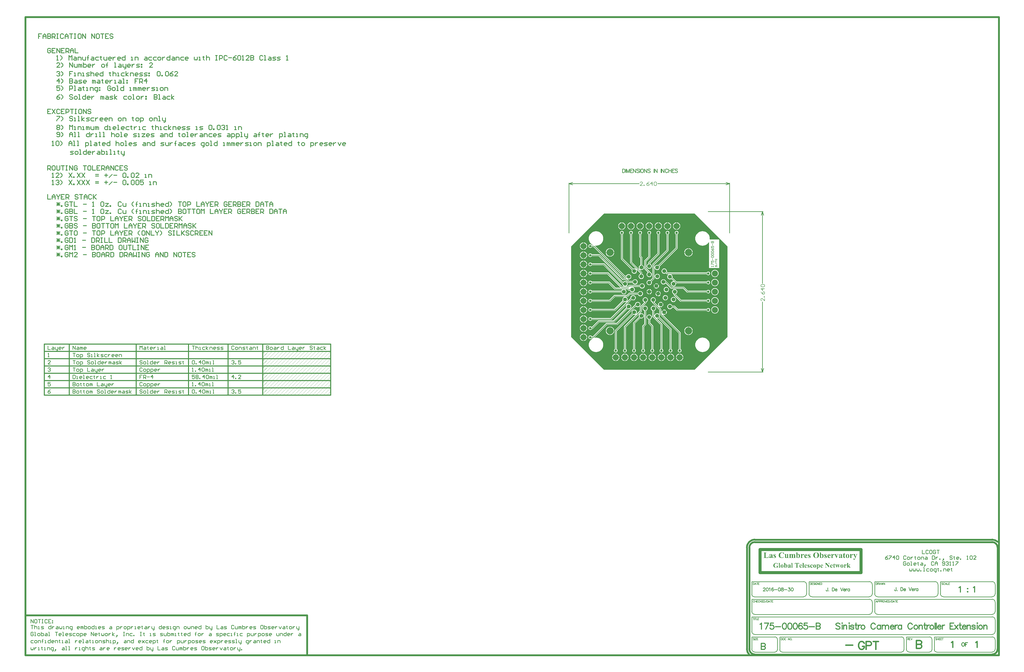
<source format=gtl>
G04 Layer_Physical_Order=1*
G04 Layer_Color=255*
%FSLAX23Y23*%
%MOIN*%
G70*
G01*
G75*
%ADD10C,0.010*%
%ADD11C,0.008*%
%ADD12C,0.030*%
%ADD13C,0.050*%
%ADD14C,0.015*%
%ADD15C,0.001*%
%ADD16C,0.012*%
%ADD17C,0.006*%
%ADD18C,0.024*%
%ADD19C,0.018*%
%ADD20C,0.020*%
%ADD21C,0.016*%
%ADD22C,0.118*%
%ADD23C,0.065*%
%ADD24C,0.040*%
%ADD25C,0.100*%
G36*
X1285Y745D02*
Y-745D01*
X745Y-1285D01*
X-745D01*
X-1285Y-745D01*
Y745D01*
X-745Y1285D01*
X745D01*
X1285Y745D01*
D02*
G37*
G36*
X2212Y-4320D02*
X2210D01*
Y-4320D01*
X2210Y-4320D01*
X2209Y-4319D01*
X2209Y-4318D01*
X2209Y-4317D01*
X2208Y-4316D01*
X2208Y-4315D01*
X2207Y-4313D01*
X2206Y-4310D01*
X2204Y-4307D01*
X2202Y-4304D01*
X2200Y-4303D01*
X2199Y-4302D01*
X2199Y-4302D01*
X2198Y-4301D01*
X2198Y-4301D01*
X2197Y-4301D01*
X2197Y-4300D01*
X2196Y-4300D01*
X2195Y-4299D01*
X2194Y-4298D01*
X2191Y-4297D01*
X2188Y-4296D01*
X2185Y-4295D01*
X2183Y-4295D01*
X2181Y-4295D01*
X2180D01*
X2180Y-4295D01*
X2179D01*
X2178Y-4295D01*
X2176Y-4296D01*
X2174Y-4296D01*
X2171Y-4297D01*
X2168Y-4298D01*
X2166Y-4300D01*
X2165D01*
X2165Y-4300D01*
X2165Y-4301D01*
X2164Y-4301D01*
X2163Y-4302D01*
X2162Y-4303D01*
X2160Y-4305D01*
X2158Y-4307D01*
X2157Y-4310D01*
X2155Y-4313D01*
Y-4313D01*
X2155Y-4313D01*
X2155Y-4314D01*
X2155Y-4314D01*
X2154Y-4315D01*
X2154Y-4316D01*
X2154Y-4318D01*
X2153Y-4319D01*
X2153Y-4321D01*
X2152Y-4323D01*
X2152Y-4326D01*
X2151Y-4330D01*
X2151Y-4335D01*
Y-4335D01*
Y-4335D01*
Y-4336D01*
Y-4337D01*
X2151Y-4338D01*
Y-4339D01*
X2151Y-4341D01*
X2152Y-4342D01*
X2152Y-4346D01*
X2152Y-4349D01*
X2153Y-4353D01*
X2154Y-4357D01*
Y-4357D01*
X2154Y-4357D01*
X2155Y-4358D01*
X2155Y-4358D01*
X2155Y-4359D01*
X2155Y-4360D01*
X2157Y-4362D01*
X2158Y-4365D01*
X2159Y-4367D01*
X2161Y-4370D01*
X2164Y-4372D01*
X2164D01*
X2164Y-4372D01*
X2164Y-4372D01*
X2165Y-4372D01*
X2166Y-4373D01*
X2166Y-4373D01*
X2167Y-4374D01*
X2168Y-4374D01*
X2171Y-4375D01*
X2174Y-4376D01*
X2177Y-4376D01*
X2181Y-4377D01*
X2182D01*
X2183Y-4377D01*
X2184Y-4376D01*
X2186Y-4376D01*
X2188Y-4376D01*
X2191Y-4375D01*
X2193Y-4374D01*
X2196Y-4373D01*
X2196D01*
X2196Y-4373D01*
X2197Y-4373D01*
X2197Y-4372D01*
X2198Y-4372D01*
X2199Y-4371D01*
X2200Y-4370D01*
X2203Y-4368D01*
X2205Y-4366D01*
X2208Y-4363D01*
X2211Y-4360D01*
Y-4368D01*
X2211Y-4368D01*
X2211Y-4368D01*
X2210Y-4369D01*
X2210Y-4369D01*
X2209Y-4370D01*
X2208Y-4371D01*
X2206Y-4372D01*
X2204Y-4374D01*
X2201Y-4376D01*
X2198Y-4378D01*
X2195Y-4379D01*
X2195D01*
X2195Y-4380D01*
X2194Y-4380D01*
X2194Y-4380D01*
X2193Y-4380D01*
X2192Y-4381D01*
X2191Y-4381D01*
X2190Y-4381D01*
X2188Y-4382D01*
X2187Y-4382D01*
X2184Y-4382D01*
X2180Y-4383D01*
X2176Y-4383D01*
X2175D01*
X2174Y-4383D01*
X2172D01*
X2171Y-4383D01*
X2169Y-4382D01*
X2167Y-4382D01*
X2166Y-4382D01*
X2163Y-4382D01*
X2159Y-4381D01*
X2155Y-4379D01*
X2153Y-4378D01*
X2150Y-4377D01*
X2150Y-4377D01*
X2150Y-4377D01*
X2149Y-4377D01*
X2149Y-4376D01*
X2148Y-4376D01*
X2147Y-4375D01*
X2145Y-4374D01*
X2144Y-4373D01*
X2143Y-4372D01*
X2141Y-4371D01*
X2139Y-4368D01*
X2136Y-4364D01*
X2133Y-4361D01*
X2133Y-4361D01*
X2133Y-4360D01*
X2133Y-4360D01*
X2132Y-4359D01*
X2132Y-4358D01*
X2131Y-4357D01*
X2131Y-4355D01*
X2130Y-4354D01*
X2130Y-4352D01*
X2129Y-4350D01*
X2128Y-4346D01*
X2128Y-4342D01*
X2127Y-4340D01*
X2127Y-4338D01*
Y-4338D01*
Y-4337D01*
Y-4337D01*
X2127Y-4336D01*
X2128Y-4334D01*
X2128Y-4333D01*
X2128Y-4332D01*
X2128Y-4330D01*
X2128Y-4328D01*
X2129Y-4326D01*
X2130Y-4322D01*
X2131Y-4320D01*
X2132Y-4318D01*
X2133Y-4316D01*
X2134Y-4313D01*
X2134Y-4313D01*
X2134Y-4313D01*
X2135Y-4312D01*
X2135Y-4312D01*
X2136Y-4311D01*
X2137Y-4309D01*
X2138Y-4308D01*
X2139Y-4307D01*
X2140Y-4305D01*
X2141Y-4304D01*
X2143Y-4303D01*
X2144Y-4301D01*
X2148Y-4298D01*
X2152Y-4296D01*
X2152Y-4295D01*
X2153Y-4295D01*
X2153Y-4295D01*
X2154Y-4295D01*
X2155Y-4294D01*
X2156Y-4294D01*
X2158Y-4293D01*
X2159Y-4292D01*
X2161Y-4292D01*
X2163Y-4291D01*
X2167Y-4290D01*
X2172Y-4289D01*
X2174Y-4289D01*
X2176Y-4289D01*
X2178D01*
X2179Y-4289D01*
X2180Y-4289D01*
X2181Y-4290D01*
X2182Y-4290D01*
X2185Y-4290D01*
X2189Y-4291D01*
X2192Y-4292D01*
X2196Y-4293D01*
X2196D01*
X2197Y-4293D01*
X2197Y-4294D01*
X2198Y-4294D01*
X2200Y-4294D01*
X2201Y-4295D01*
X2202Y-4295D01*
X2203Y-4296D01*
X2204Y-4296D01*
X2204D01*
X2205Y-4296D01*
X2205Y-4295D01*
X2206Y-4295D01*
X2207Y-4295D01*
X2208Y-4294D01*
X2208Y-4294D01*
X2208Y-4294D01*
X2208Y-4294D01*
X2209Y-4293D01*
X2209Y-4292D01*
X2209Y-4291D01*
X2210Y-4290D01*
X2210Y-4289D01*
X2212D01*
Y-4320D01*
D02*
G37*
G36*
X2383Y-4317D02*
X2384Y-4318D01*
X2386Y-4318D01*
X2388Y-4318D01*
X2389Y-4319D01*
X2391Y-4320D01*
X2391Y-4320D01*
X2392Y-4321D01*
X2392Y-4321D01*
X2393Y-4322D01*
X2394Y-4323D01*
X2395Y-4325D01*
X2396Y-4326D01*
X2396Y-4328D01*
X2396Y-4328D01*
X2396Y-4329D01*
X2397Y-4330D01*
X2397Y-4331D01*
X2397Y-4333D01*
X2397Y-4336D01*
X2398Y-4337D01*
X2398Y-4339D01*
Y-4340D01*
Y-4342D01*
Y-4368D01*
Y-4368D01*
Y-4368D01*
Y-4368D01*
Y-4369D01*
X2398Y-4370D01*
Y-4371D01*
X2398Y-4373D01*
X2398Y-4374D01*
X2399Y-4376D01*
X2399Y-4376D01*
X2399Y-4376D01*
X2399Y-4377D01*
X2399Y-4377D01*
X2400Y-4377D01*
X2400Y-4377D01*
X2401Y-4378D01*
X2402Y-4378D01*
X2403Y-4378D01*
X2404Y-4379D01*
Y-4381D01*
X2372D01*
Y-4379D01*
X2373D01*
X2373Y-4378D01*
X2374Y-4378D01*
X2375Y-4378D01*
X2376Y-4378D01*
X2376Y-4377D01*
X2377Y-4377D01*
X2378Y-4376D01*
Y-4376D01*
X2378Y-4375D01*
X2378Y-4375D01*
X2379Y-4374D01*
X2379Y-4373D01*
X2379Y-4372D01*
X2379Y-4370D01*
Y-4368D01*
Y-4341D01*
Y-4341D01*
Y-4341D01*
Y-4340D01*
Y-4340D01*
Y-4338D01*
X2379Y-4336D01*
Y-4335D01*
X2379Y-4333D01*
X2379Y-4331D01*
X2379Y-4331D01*
X2379Y-4330D01*
Y-4330D01*
X2378Y-4330D01*
X2378Y-4330D01*
X2378Y-4329D01*
X2377Y-4328D01*
X2376Y-4327D01*
X2376Y-4327D01*
X2376Y-4326D01*
X2374Y-4326D01*
X2373Y-4326D01*
X2373D01*
X2372Y-4326D01*
X2371Y-4326D01*
X2370Y-4326D01*
X2370Y-4327D01*
X2368Y-4327D01*
X2367Y-4328D01*
X2367Y-4328D01*
X2367Y-4328D01*
X2366Y-4329D01*
X2366Y-4330D01*
X2365Y-4330D01*
X2364Y-4331D01*
X2363Y-4333D01*
X2361Y-4334D01*
Y-4368D01*
Y-4368D01*
Y-4368D01*
Y-4369D01*
X2362Y-4370D01*
Y-4371D01*
X2362Y-4373D01*
X2362Y-4374D01*
X2362Y-4375D01*
X2363Y-4376D01*
X2363Y-4376D01*
X2363Y-4376D01*
X2363Y-4377D01*
X2364Y-4377D01*
X2365Y-4378D01*
X2366Y-4378D01*
X2367Y-4378D01*
X2368Y-4379D01*
Y-4381D01*
X2336D01*
Y-4379D01*
X2337D01*
X2337Y-4378D01*
X2338Y-4378D01*
X2339Y-4378D01*
X2341Y-4377D01*
X2341D01*
X2341Y-4377D01*
X2341Y-4377D01*
X2342Y-4376D01*
X2342Y-4375D01*
Y-4374D01*
X2343Y-4374D01*
Y-4374D01*
X2343Y-4373D01*
X2343Y-4372D01*
Y-4371D01*
X2343Y-4369D01*
Y-4368D01*
Y-4341D01*
Y-4341D01*
Y-4341D01*
Y-4340D01*
Y-4340D01*
Y-4338D01*
X2343Y-4336D01*
Y-4335D01*
X2343Y-4333D01*
X2343Y-4331D01*
X2342Y-4331D01*
X2342Y-4330D01*
Y-4330D01*
X2342Y-4330D01*
X2342Y-4330D01*
X2342Y-4329D01*
X2341Y-4328D01*
X2340Y-4327D01*
X2340D01*
X2340Y-4327D01*
X2339Y-4326D01*
X2338Y-4326D01*
X2337Y-4326D01*
X2336D01*
X2336Y-4326D01*
X2335D01*
X2334Y-4326D01*
X2333Y-4327D01*
X2332Y-4327D01*
X2332Y-4327D01*
X2331Y-4328D01*
X2331Y-4328D01*
X2330Y-4329D01*
X2329Y-4330D01*
X2328Y-4331D01*
X2327Y-4332D01*
X2325Y-4334D01*
Y-4368D01*
Y-4368D01*
Y-4368D01*
Y-4369D01*
X2325Y-4370D01*
Y-4371D01*
X2326Y-4373D01*
X2326Y-4374D01*
X2326Y-4375D01*
X2327Y-4376D01*
X2327Y-4376D01*
X2327Y-4377D01*
X2327Y-4377D01*
X2328Y-4377D01*
X2328Y-4378D01*
X2329Y-4378D01*
X2331Y-4378D01*
X2332Y-4379D01*
Y-4381D01*
X2300D01*
Y-4379D01*
X2300D01*
X2301Y-4378D01*
X2302Y-4378D01*
X2302Y-4378D01*
X2304Y-4377D01*
X2305Y-4377D01*
X2306Y-4376D01*
Y-4376D01*
X2306Y-4376D01*
X2306Y-4375D01*
X2306Y-4375D01*
X2306Y-4373D01*
X2307Y-4372D01*
X2307Y-4370D01*
Y-4369D01*
Y-4368D01*
Y-4332D01*
Y-4332D01*
Y-4332D01*
Y-4332D01*
Y-4331D01*
Y-4330D01*
X2307Y-4329D01*
X2307Y-4327D01*
X2306Y-4326D01*
X2306Y-4325D01*
X2306Y-4324D01*
X2306Y-4324D01*
Y-4324D01*
X2305Y-4324D01*
X2305Y-4323D01*
X2304Y-4323D01*
X2304Y-4322D01*
X2303Y-4322D01*
X2302Y-4322D01*
X2300Y-4321D01*
Y-4319D01*
X2325D01*
Y-4327D01*
X2325Y-4327D01*
X2326Y-4327D01*
X2326Y-4326D01*
X2327Y-4325D01*
X2328Y-4324D01*
X2330Y-4323D01*
X2331Y-4322D01*
X2333Y-4320D01*
X2335Y-4319D01*
X2335Y-4319D01*
X2335Y-4319D01*
X2336Y-4319D01*
X2338Y-4318D01*
X2339Y-4318D01*
X2341Y-4318D01*
X2342Y-4317D01*
X2344Y-4317D01*
X2345D01*
X2346Y-4317D01*
X2348Y-4318D01*
X2349Y-4318D01*
X2351Y-4318D01*
X2353Y-4319D01*
X2354Y-4320D01*
X2354Y-4320D01*
X2355Y-4321D01*
X2356Y-4321D01*
X2357Y-4322D01*
X2358Y-4323D01*
X2359Y-4325D01*
X2360Y-4326D01*
X2360Y-4328D01*
X2361Y-4328D01*
X2361Y-4328D01*
X2361Y-4327D01*
X2362Y-4326D01*
X2364Y-4325D01*
X2365Y-4324D01*
X2367Y-4322D01*
X2369Y-4321D01*
X2371Y-4320D01*
X2371Y-4320D01*
X2371Y-4320D01*
X2372Y-4319D01*
X2374Y-4319D01*
X2375Y-4318D01*
X2377Y-4318D01*
X2379Y-4317D01*
X2381Y-4317D01*
X2382D01*
X2383Y-4317D01*
D02*
G37*
G36*
X3344D02*
X3344Y-4317D01*
X3345Y-4318D01*
X3346Y-4318D01*
X3347Y-4319D01*
X3348Y-4320D01*
X3348Y-4320D01*
X3349Y-4320D01*
X3349Y-4320D01*
X3349Y-4321D01*
X3350Y-4322D01*
X3350Y-4323D01*
X3350Y-4325D01*
X3350Y-4326D01*
Y-4326D01*
Y-4327D01*
X3350Y-4328D01*
X3350Y-4329D01*
X3350Y-4330D01*
X3349Y-4331D01*
X3349Y-4332D01*
X3348Y-4333D01*
X3348Y-4333D01*
X3348Y-4333D01*
X3347Y-4334D01*
X3347Y-4334D01*
X3346Y-4335D01*
X3345Y-4335D01*
X3344Y-4335D01*
X3343Y-4335D01*
X3342D01*
X3342Y-4335D01*
X3341Y-4335D01*
X3340Y-4335D01*
X3339Y-4334D01*
X3338Y-4334D01*
X3337Y-4333D01*
X3337Y-4333D01*
X3337Y-4333D01*
X3336Y-4332D01*
X3336Y-4332D01*
X3335Y-4331D01*
X3334Y-4331D01*
X3334Y-4331D01*
X3334Y-4330D01*
X3334Y-4330D01*
X3333Y-4330D01*
X3333Y-4330D01*
X3332D01*
X3332Y-4330D01*
X3331D01*
X3330Y-4331D01*
X3330Y-4331D01*
X3329Y-4332D01*
X3329Y-4332D01*
X3328Y-4332D01*
X3328Y-4332D01*
X3327Y-4333D01*
X3327Y-4334D01*
X3326Y-4335D01*
X3325Y-4337D01*
X3325Y-4338D01*
Y-4338D01*
X3325Y-4338D01*
X3325Y-4339D01*
X3324Y-4339D01*
X3324Y-4340D01*
X3324Y-4342D01*
X3323Y-4344D01*
X3323Y-4347D01*
X3323Y-4349D01*
X3323Y-4352D01*
Y-4366D01*
X3323Y-4370D01*
Y-4370D01*
Y-4371D01*
Y-4371D01*
Y-4372D01*
X3323Y-4374D01*
X3323Y-4374D01*
X3323Y-4375D01*
Y-4375D01*
X3323Y-4375D01*
X3324Y-4376D01*
X3325Y-4377D01*
X3326Y-4378D01*
X3326D01*
X3326Y-4378D01*
X3326Y-4378D01*
X3327Y-4378D01*
X3328Y-4378D01*
X3329Y-4378D01*
X3330Y-4378D01*
X3331Y-4379D01*
Y-4381D01*
X3297D01*
Y-4379D01*
X3298D01*
X3298Y-4378D01*
X3299D01*
X3300Y-4378D01*
X3301Y-4378D01*
X3302Y-4377D01*
X3303Y-4376D01*
X3303Y-4376D01*
X3303Y-4376D01*
X3303Y-4375D01*
X3304Y-4374D01*
X3304Y-4373D01*
X3304Y-4371D01*
X3304Y-4370D01*
X3304Y-4369D01*
Y-4368D01*
Y-4366D01*
Y-4332D01*
Y-4332D01*
Y-4331D01*
Y-4330D01*
X3304Y-4329D01*
Y-4328D01*
X3304Y-4327D01*
X3304Y-4326D01*
X3304Y-4325D01*
Y-4325D01*
X3304Y-4325D01*
X3303Y-4324D01*
X3303Y-4323D01*
X3302Y-4323D01*
X3302Y-4323D01*
X3301Y-4322D01*
X3301Y-4322D01*
X3300Y-4322D01*
X3299Y-4322D01*
X3299Y-4322D01*
X3297Y-4321D01*
Y-4319D01*
X3323D01*
Y-4333D01*
X3323Y-4333D01*
X3323Y-4333D01*
X3323Y-4332D01*
X3324Y-4332D01*
X3324Y-4331D01*
X3325Y-4330D01*
X3326Y-4328D01*
X3328Y-4326D01*
X3330Y-4324D01*
X3332Y-4322D01*
X3332Y-4321D01*
X3333Y-4320D01*
X3334Y-4320D01*
X3334Y-4320D01*
X3335Y-4319D01*
X3336Y-4319D01*
X3338Y-4318D01*
X3339Y-4318D01*
X3341Y-4317D01*
X3342Y-4317D01*
X3343D01*
X3344Y-4317D01*
D02*
G37*
G36*
X3035D02*
X3036Y-4317D01*
X3037Y-4318D01*
X3038Y-4318D01*
X3039Y-4319D01*
X3040Y-4320D01*
X3040Y-4320D01*
X3040Y-4320D01*
X3040Y-4320D01*
X3041Y-4321D01*
X3041Y-4322D01*
X3042Y-4323D01*
X3042Y-4325D01*
X3042Y-4326D01*
Y-4326D01*
Y-4327D01*
X3042Y-4328D01*
X3042Y-4329D01*
X3041Y-4330D01*
X3041Y-4331D01*
X3040Y-4332D01*
X3040Y-4333D01*
X3040Y-4333D01*
X3039Y-4333D01*
X3039Y-4334D01*
X3038Y-4334D01*
X3038Y-4335D01*
X3037Y-4335D01*
X3036Y-4335D01*
X3035Y-4335D01*
X3034D01*
X3033Y-4335D01*
X3032Y-4335D01*
X3032Y-4335D01*
X3031Y-4334D01*
X3029Y-4334D01*
X3028Y-4333D01*
X3028Y-4333D01*
X3028Y-4333D01*
X3028Y-4332D01*
X3027Y-4332D01*
X3026Y-4331D01*
X3026Y-4331D01*
X3026Y-4331D01*
X3025Y-4330D01*
X3025Y-4330D01*
X3025Y-4330D01*
X3024Y-4330D01*
X3024D01*
X3023Y-4330D01*
X3023D01*
X3022Y-4331D01*
X3021Y-4331D01*
X3020Y-4332D01*
X3020Y-4332D01*
X3020Y-4332D01*
X3019Y-4332D01*
X3019Y-4333D01*
X3018Y-4334D01*
X3018Y-4335D01*
X3017Y-4337D01*
X3016Y-4338D01*
Y-4338D01*
X3016Y-4338D01*
X3016Y-4339D01*
X3016Y-4339D01*
X3016Y-4340D01*
X3015Y-4342D01*
X3015Y-4344D01*
X3015Y-4347D01*
X3014Y-4349D01*
X3014Y-4352D01*
Y-4366D01*
X3014Y-4370D01*
Y-4370D01*
Y-4371D01*
Y-4371D01*
Y-4372D01*
X3014Y-4374D01*
X3015Y-4374D01*
X3015Y-4375D01*
Y-4375D01*
X3015Y-4375D01*
X3015Y-4376D01*
X3016Y-4377D01*
X3017Y-4378D01*
X3017D01*
X3017Y-4378D01*
X3018Y-4378D01*
X3018Y-4378D01*
X3019Y-4378D01*
X3020Y-4378D01*
X3021Y-4378D01*
X3022Y-4379D01*
Y-4381D01*
X2989D01*
Y-4379D01*
X2989D01*
X2990Y-4378D01*
X2990D01*
X2991Y-4378D01*
X2993Y-4378D01*
X2994Y-4377D01*
X2994Y-4376D01*
X2994Y-4376D01*
X2995Y-4376D01*
X2995Y-4375D01*
X2995Y-4374D01*
X2995Y-4373D01*
X2996Y-4371D01*
X2996Y-4370D01*
X2996Y-4369D01*
Y-4368D01*
Y-4366D01*
Y-4332D01*
Y-4332D01*
Y-4331D01*
Y-4330D01*
X2996Y-4329D01*
Y-4328D01*
X2996Y-4327D01*
X2995Y-4326D01*
X2995Y-4325D01*
Y-4325D01*
X2995Y-4325D01*
X2995Y-4324D01*
X2994Y-4323D01*
X2993Y-4323D01*
X2993Y-4323D01*
X2993Y-4322D01*
X2992Y-4322D01*
X2992Y-4322D01*
X2991Y-4322D01*
X2990Y-4322D01*
X2989Y-4321D01*
Y-4319D01*
X3014D01*
Y-4333D01*
X3014Y-4333D01*
X3014Y-4333D01*
X3015Y-4332D01*
X3015Y-4332D01*
X3016Y-4331D01*
X3016Y-4330D01*
X3018Y-4328D01*
X3019Y-4326D01*
X3021Y-4324D01*
X3023Y-4322D01*
X3024Y-4321D01*
X3025Y-4320D01*
X3025Y-4320D01*
X3026Y-4320D01*
X3027Y-4319D01*
X3028Y-4319D01*
X3029Y-4318D01*
X3031Y-4318D01*
X3032Y-4317D01*
X3034Y-4317D01*
X3034D01*
X3035Y-4317D01*
D02*
G37*
G36*
X2535D02*
X2535Y-4317D01*
X2536Y-4318D01*
X2537Y-4318D01*
X2538Y-4319D01*
X2539Y-4320D01*
X2539Y-4320D01*
X2540Y-4320D01*
X2540Y-4320D01*
X2540Y-4321D01*
X2541Y-4322D01*
X2541Y-4323D01*
X2541Y-4325D01*
X2541Y-4326D01*
Y-4326D01*
Y-4327D01*
X2541Y-4328D01*
X2541Y-4329D01*
X2541Y-4330D01*
X2540Y-4331D01*
X2540Y-4332D01*
X2539Y-4333D01*
X2539Y-4333D01*
X2539Y-4333D01*
X2538Y-4334D01*
X2538Y-4334D01*
X2537Y-4335D01*
X2536Y-4335D01*
X2535Y-4335D01*
X2534Y-4335D01*
X2533D01*
X2533Y-4335D01*
X2532Y-4335D01*
X2531Y-4335D01*
X2530Y-4334D01*
X2529Y-4334D01*
X2528Y-4333D01*
X2528Y-4333D01*
X2528Y-4333D01*
X2527Y-4332D01*
X2527Y-4332D01*
X2526Y-4331D01*
X2525Y-4331D01*
X2525Y-4331D01*
X2525Y-4330D01*
X2525Y-4330D01*
X2524Y-4330D01*
X2524Y-4330D01*
X2523D01*
X2523Y-4330D01*
X2522D01*
X2521Y-4331D01*
X2521Y-4331D01*
X2520Y-4332D01*
X2520Y-4332D01*
X2519Y-4332D01*
X2519Y-4332D01*
X2518Y-4333D01*
X2518Y-4334D01*
X2517Y-4335D01*
X2516Y-4337D01*
X2516Y-4338D01*
Y-4338D01*
X2516Y-4338D01*
X2516Y-4339D01*
X2515Y-4339D01*
X2515Y-4340D01*
X2515Y-4342D01*
X2514Y-4344D01*
X2514Y-4347D01*
X2514Y-4349D01*
X2514Y-4352D01*
Y-4366D01*
X2514Y-4370D01*
Y-4370D01*
Y-4371D01*
Y-4371D01*
Y-4372D01*
X2514Y-4374D01*
X2514Y-4374D01*
X2514Y-4375D01*
Y-4375D01*
X2514Y-4375D01*
X2515Y-4376D01*
X2516Y-4377D01*
X2517Y-4378D01*
X2517D01*
X2517Y-4378D01*
X2517Y-4378D01*
X2518Y-4378D01*
X2519Y-4378D01*
X2520Y-4378D01*
X2521Y-4378D01*
X2522Y-4379D01*
Y-4381D01*
X2488D01*
Y-4379D01*
X2489D01*
X2489Y-4378D01*
X2490D01*
X2491Y-4378D01*
X2492Y-4378D01*
X2493Y-4377D01*
X2494Y-4376D01*
X2494Y-4376D01*
X2494Y-4376D01*
X2494Y-4375D01*
X2495Y-4374D01*
X2495Y-4373D01*
X2495Y-4371D01*
X2495Y-4370D01*
X2495Y-4369D01*
Y-4368D01*
Y-4366D01*
Y-4332D01*
Y-4332D01*
Y-4331D01*
Y-4330D01*
X2495Y-4329D01*
Y-4328D01*
X2495Y-4327D01*
X2495Y-4326D01*
X2495Y-4325D01*
Y-4325D01*
X2495Y-4325D01*
X2494Y-4324D01*
X2494Y-4323D01*
X2493Y-4323D01*
X2493Y-4323D01*
X2492Y-4322D01*
X2492Y-4322D01*
X2491Y-4322D01*
X2490Y-4322D01*
X2490Y-4322D01*
X2488Y-4321D01*
Y-4319D01*
X2514D01*
Y-4333D01*
X2514Y-4333D01*
X2514Y-4333D01*
X2514Y-4332D01*
X2515Y-4332D01*
X2515Y-4331D01*
X2516Y-4330D01*
X2517Y-4328D01*
X2519Y-4326D01*
X2521Y-4324D01*
X2523Y-4322D01*
X2523Y-4321D01*
X2524Y-4320D01*
X2525Y-4320D01*
X2525Y-4320D01*
X2526Y-4319D01*
X2527Y-4319D01*
X2529Y-4318D01*
X2530Y-4318D01*
X2532Y-4317D01*
X2533Y-4317D01*
X2534D01*
X2535Y-4317D01*
D02*
G37*
G36*
X2897D02*
X2899Y-4317D01*
X2900Y-4318D01*
X2902Y-4318D01*
X2903Y-4319D01*
X2905Y-4320D01*
X2905D01*
X2905Y-4320D01*
X2906Y-4320D01*
X2907Y-4321D01*
X2908Y-4321D01*
X2909D01*
X2909Y-4321D01*
X2910Y-4320D01*
X2910Y-4320D01*
X2911Y-4320D01*
X2911Y-4319D01*
X2911Y-4319D01*
X2912Y-4318D01*
X2912Y-4317D01*
X2915D01*
X2916Y-4339D01*
X2913D01*
Y-4338D01*
X2913Y-4338D01*
X2913Y-4338D01*
X2913Y-4337D01*
X2912Y-4336D01*
X2912Y-4335D01*
X2911Y-4333D01*
X2909Y-4331D01*
X2908Y-4329D01*
X2907Y-4327D01*
X2906Y-4326D01*
X2905Y-4326D01*
X2905Y-4326D01*
X2904Y-4325D01*
X2903Y-4325D01*
X2902Y-4324D01*
X2901Y-4323D01*
X2900Y-4323D01*
X2898Y-4322D01*
X2896Y-4322D01*
X2896D01*
X2895Y-4322D01*
X2895Y-4322D01*
X2894Y-4323D01*
X2893Y-4323D01*
X2893Y-4323D01*
X2892Y-4324D01*
X2892Y-4324D01*
X2892Y-4324D01*
X2891Y-4325D01*
X2891Y-4325D01*
X2890Y-4327D01*
X2890Y-4327D01*
X2890Y-4328D01*
Y-4328D01*
Y-4329D01*
X2890Y-4329D01*
X2890Y-4330D01*
X2891Y-4332D01*
X2891Y-4332D01*
X2892Y-4332D01*
X2892Y-4333D01*
X2893Y-4334D01*
X2894Y-4334D01*
X2895Y-4335D01*
X2896Y-4336D01*
X2897Y-4337D01*
X2898Y-4338D01*
X2900Y-4339D01*
X2901Y-4340D01*
X2903Y-4341D01*
X2903Y-4341D01*
X2903Y-4341D01*
X2904Y-4342D01*
X2905Y-4342D01*
X2905Y-4343D01*
X2906Y-4343D01*
X2908Y-4345D01*
X2910Y-4347D01*
X2912Y-4348D01*
X2914Y-4350D01*
X2915Y-4351D01*
X2916Y-4352D01*
X2916Y-4352D01*
X2916Y-4353D01*
X2917Y-4354D01*
X2917Y-4355D01*
X2918Y-4357D01*
X2918Y-4358D01*
X2919Y-4360D01*
X2919Y-4362D01*
Y-4363D01*
Y-4363D01*
X2919Y-4364D01*
X2919Y-4366D01*
X2918Y-4367D01*
X2918Y-4369D01*
X2917Y-4371D01*
X2916Y-4373D01*
X2916Y-4373D01*
X2916Y-4373D01*
X2915Y-4374D01*
X2914Y-4375D01*
X2913Y-4377D01*
X2912Y-4378D01*
X2911Y-4379D01*
X2909Y-4380D01*
X2909Y-4380D01*
X2908Y-4381D01*
X2907Y-4381D01*
X2906Y-4381D01*
X2905Y-4382D01*
X2903Y-4382D01*
X2901Y-4383D01*
X2899Y-4383D01*
X2898D01*
X2897Y-4383D01*
X2896Y-4382D01*
X2894Y-4382D01*
X2892Y-4382D01*
X2890Y-4381D01*
X2887Y-4380D01*
X2887D01*
X2887Y-4380D01*
X2886Y-4380D01*
X2885Y-4379D01*
X2884Y-4379D01*
X2884D01*
X2883Y-4379D01*
X2883Y-4380D01*
X2882Y-4380D01*
X2882Y-4381D01*
X2881Y-4381D01*
X2881Y-4383D01*
X2878D01*
X2877Y-4360D01*
X2880D01*
Y-4360D01*
X2880Y-4361D01*
X2880Y-4361D01*
X2880Y-4362D01*
X2881Y-4362D01*
X2881Y-4363D01*
X2882Y-4365D01*
X2883Y-4367D01*
X2884Y-4370D01*
X2886Y-4372D01*
X2888Y-4373D01*
X2888Y-4374D01*
X2889Y-4374D01*
X2890Y-4375D01*
X2891Y-4376D01*
X2892Y-4376D01*
X2894Y-4377D01*
X2896Y-4378D01*
X2897Y-4378D01*
X2898D01*
X2899Y-4378D01*
X2899Y-4378D01*
X2900Y-4377D01*
X2901Y-4377D01*
X2902Y-4377D01*
X2903Y-4376D01*
X2903Y-4376D01*
X2903Y-4376D01*
X2903Y-4375D01*
X2904Y-4375D01*
X2904Y-4374D01*
X2904Y-4373D01*
X2905Y-4372D01*
X2905Y-4371D01*
Y-4371D01*
Y-4371D01*
X2905Y-4370D01*
X2904Y-4369D01*
X2904Y-4368D01*
X2904Y-4368D01*
X2903Y-4367D01*
X2903Y-4366D01*
X2903Y-4366D01*
X2902Y-4365D01*
X2902Y-4365D01*
X2901Y-4364D01*
X2900Y-4363D01*
X2898Y-4362D01*
X2896Y-4360D01*
X2894Y-4359D01*
X2894Y-4359D01*
X2893Y-4358D01*
X2893Y-4358D01*
X2892Y-4358D01*
X2891Y-4357D01*
X2890Y-4356D01*
X2888Y-4355D01*
X2886Y-4353D01*
X2884Y-4351D01*
X2882Y-4349D01*
X2881Y-4349D01*
X2881Y-4348D01*
Y-4348D01*
X2881Y-4348D01*
X2880Y-4347D01*
X2879Y-4346D01*
X2879Y-4344D01*
X2878Y-4343D01*
X2877Y-4341D01*
X2877Y-4338D01*
X2876Y-4336D01*
Y-4336D01*
Y-4336D01*
Y-4335D01*
X2877Y-4335D01*
X2877Y-4333D01*
X2877Y-4332D01*
X2878Y-4330D01*
X2878Y-4327D01*
X2880Y-4325D01*
X2881Y-4323D01*
Y-4323D01*
X2882Y-4323D01*
X2882Y-4322D01*
X2883Y-4321D01*
X2885Y-4320D01*
X2887Y-4319D01*
X2889Y-4318D01*
X2892Y-4317D01*
X2894Y-4317D01*
X2896D01*
X2897Y-4317D01*
D02*
G37*
G36*
X2630D02*
X2631Y-4317D01*
X2633Y-4318D01*
X2634Y-4318D01*
X2636Y-4319D01*
X2638Y-4320D01*
X2638D01*
X2638Y-4320D01*
X2639Y-4320D01*
X2640Y-4321D01*
X2641Y-4321D01*
X2641D01*
X2642Y-4321D01*
X2643Y-4320D01*
X2643Y-4320D01*
X2643Y-4320D01*
X2643Y-4319D01*
X2644Y-4319D01*
X2644Y-4318D01*
X2645Y-4317D01*
X2647D01*
X2648Y-4339D01*
X2646D01*
Y-4338D01*
X2646Y-4338D01*
X2646Y-4338D01*
X2645Y-4337D01*
X2645Y-4336D01*
X2644Y-4335D01*
X2643Y-4333D01*
X2642Y-4331D01*
X2641Y-4329D01*
X2639Y-4327D01*
X2638Y-4326D01*
X2638Y-4326D01*
X2637Y-4326D01*
X2637Y-4325D01*
X2636Y-4325D01*
X2635Y-4324D01*
X2634Y-4323D01*
X2632Y-4323D01*
X2631Y-4322D01*
X2629Y-4322D01*
X2629D01*
X2628Y-4322D01*
X2627Y-4322D01*
X2627Y-4323D01*
X2626Y-4323D01*
X2625Y-4323D01*
X2624Y-4324D01*
X2624Y-4324D01*
X2624Y-4324D01*
X2624Y-4325D01*
X2624Y-4325D01*
X2623Y-4327D01*
X2623Y-4327D01*
X2623Y-4328D01*
Y-4328D01*
Y-4329D01*
X2623Y-4329D01*
X2623Y-4330D01*
X2624Y-4332D01*
X2624Y-4332D01*
X2624Y-4332D01*
X2625Y-4333D01*
X2626Y-4334D01*
X2627Y-4334D01*
X2628Y-4335D01*
X2629Y-4336D01*
X2630Y-4337D01*
X2631Y-4338D01*
X2632Y-4339D01*
X2634Y-4340D01*
X2636Y-4341D01*
X2636Y-4341D01*
X2636Y-4341D01*
X2636Y-4342D01*
X2637Y-4342D01*
X2638Y-4343D01*
X2639Y-4343D01*
X2641Y-4345D01*
X2643Y-4347D01*
X2645Y-4348D01*
X2647Y-4350D01*
X2648Y-4351D01*
X2648Y-4352D01*
X2649Y-4352D01*
X2649Y-4353D01*
X2649Y-4354D01*
X2650Y-4355D01*
X2651Y-4357D01*
X2651Y-4358D01*
X2651Y-4360D01*
X2652Y-4362D01*
Y-4363D01*
Y-4363D01*
X2651Y-4364D01*
X2651Y-4366D01*
X2651Y-4367D01*
X2650Y-4369D01*
X2650Y-4371D01*
X2649Y-4373D01*
X2649Y-4373D01*
X2648Y-4373D01*
X2648Y-4374D01*
X2647Y-4375D01*
X2646Y-4377D01*
X2645Y-4378D01*
X2643Y-4379D01*
X2642Y-4380D01*
X2641Y-4380D01*
X2641Y-4381D01*
X2640Y-4381D01*
X2639Y-4381D01*
X2637Y-4382D01*
X2635Y-4382D01*
X2633Y-4383D01*
X2631Y-4383D01*
X2631D01*
X2630Y-4383D01*
X2628Y-4382D01*
X2627Y-4382D01*
X2625Y-4382D01*
X2622Y-4381D01*
X2620Y-4380D01*
X2619D01*
X2619Y-4380D01*
X2618Y-4380D01*
X2618Y-4379D01*
X2617Y-4379D01*
X2616D01*
X2616Y-4379D01*
X2616Y-4380D01*
X2615Y-4380D01*
X2614Y-4381D01*
X2614Y-4381D01*
X2613Y-4383D01*
X2611D01*
X2610Y-4360D01*
X2612D01*
Y-4360D01*
X2612Y-4361D01*
X2613Y-4361D01*
X2613Y-4362D01*
X2613Y-4362D01*
X2613Y-4363D01*
X2614Y-4365D01*
X2616Y-4367D01*
X2617Y-4370D01*
X2619Y-4372D01*
X2620Y-4373D01*
X2621Y-4374D01*
X2621Y-4374D01*
X2622Y-4375D01*
X2624Y-4376D01*
X2625Y-4376D01*
X2627Y-4377D01*
X2628Y-4378D01*
X2630Y-4378D01*
X2631D01*
X2631Y-4378D01*
X2632Y-4378D01*
X2633Y-4377D01*
X2634Y-4377D01*
X2634Y-4377D01*
X2635Y-4376D01*
X2635Y-4376D01*
X2636Y-4376D01*
X2636Y-4375D01*
X2636Y-4375D01*
X2637Y-4374D01*
X2637Y-4373D01*
X2637Y-4372D01*
X2637Y-4371D01*
Y-4371D01*
Y-4371D01*
X2637Y-4370D01*
X2637Y-4369D01*
X2637Y-4368D01*
X2636Y-4368D01*
X2636Y-4367D01*
X2635Y-4366D01*
X2635Y-4366D01*
X2635Y-4365D01*
X2634Y-4365D01*
X2633Y-4364D01*
X2632Y-4363D01*
X2631Y-4362D01*
X2629Y-4360D01*
X2626Y-4359D01*
X2626Y-4359D01*
X2626Y-4358D01*
X2625Y-4358D01*
X2625Y-4358D01*
X2624Y-4357D01*
X2623Y-4356D01*
X2621Y-4355D01*
X2619Y-4353D01*
X2617Y-4351D01*
X2615Y-4349D01*
X2614Y-4349D01*
X2613Y-4348D01*
Y-4348D01*
X2613Y-4348D01*
X2613Y-4347D01*
X2612Y-4346D01*
X2611Y-4344D01*
X2610Y-4343D01*
X2610Y-4341D01*
X2609Y-4338D01*
X2609Y-4336D01*
Y-4336D01*
Y-4336D01*
Y-4335D01*
X2609Y-4335D01*
X2609Y-4333D01*
X2610Y-4332D01*
X2610Y-4330D01*
X2611Y-4327D01*
X2612Y-4325D01*
X2614Y-4323D01*
Y-4323D01*
X2614Y-4323D01*
X2615Y-4322D01*
X2616Y-4321D01*
X2618Y-4320D01*
X2620Y-4319D01*
X2622Y-4318D01*
X2625Y-4317D01*
X2626Y-4317D01*
X2629D01*
X2630Y-4317D01*
D02*
G37*
G36*
X2062D02*
X2063Y-4317D01*
X2064Y-4318D01*
X2066Y-4318D01*
X2068Y-4319D01*
X2069Y-4320D01*
X2070D01*
X2070Y-4320D01*
X2070Y-4320D01*
X2071Y-4321D01*
X2072Y-4321D01*
X2073D01*
X2074Y-4321D01*
X2074Y-4320D01*
X2074Y-4320D01*
X2075Y-4320D01*
X2075Y-4319D01*
X2076Y-4319D01*
X2076Y-4318D01*
X2077Y-4317D01*
X2079D01*
X2080Y-4339D01*
X2078D01*
Y-4338D01*
X2077Y-4338D01*
X2077Y-4338D01*
X2077Y-4337D01*
X2076Y-4336D01*
X2076Y-4335D01*
X2075Y-4333D01*
X2074Y-4331D01*
X2072Y-4329D01*
X2071Y-4327D01*
X2070Y-4326D01*
X2069Y-4326D01*
X2069Y-4326D01*
X2068Y-4325D01*
X2068Y-4325D01*
X2067Y-4324D01*
X2065Y-4323D01*
X2064Y-4323D01*
X2062Y-4322D01*
X2061Y-4322D01*
X2060D01*
X2060Y-4322D01*
X2059Y-4322D01*
X2058Y-4323D01*
X2058Y-4323D01*
X2057Y-4323D01*
X2056Y-4324D01*
X2056Y-4324D01*
X2056Y-4324D01*
X2055Y-4325D01*
X2055Y-4325D01*
X2054Y-4327D01*
X2054Y-4327D01*
X2054Y-4328D01*
Y-4328D01*
Y-4329D01*
X2054Y-4329D01*
X2055Y-4330D01*
X2055Y-4332D01*
X2056Y-4332D01*
X2056Y-4332D01*
X2057Y-4333D01*
X2058Y-4334D01*
X2058Y-4334D01*
X2059Y-4335D01*
X2060Y-4336D01*
X2061Y-4337D01*
X2063Y-4338D01*
X2064Y-4339D01*
X2065Y-4340D01*
X2067Y-4341D01*
X2067Y-4341D01*
X2068Y-4341D01*
X2068Y-4342D01*
X2069Y-4342D01*
X2070Y-4343D01*
X2070Y-4343D01*
X2072Y-4345D01*
X2075Y-4347D01*
X2077Y-4348D01*
X2079Y-4350D01*
X2079Y-4351D01*
X2080Y-4352D01*
X2080Y-4352D01*
X2081Y-4353D01*
X2081Y-4354D01*
X2082Y-4355D01*
X2082Y-4357D01*
X2083Y-4358D01*
X2083Y-4360D01*
X2083Y-4362D01*
Y-4363D01*
Y-4363D01*
X2083Y-4364D01*
X2083Y-4366D01*
X2083Y-4367D01*
X2082Y-4369D01*
X2081Y-4371D01*
X2081Y-4373D01*
X2080Y-4373D01*
X2080Y-4373D01*
X2079Y-4374D01*
X2079Y-4375D01*
X2078Y-4377D01*
X2076Y-4378D01*
X2075Y-4379D01*
X2073Y-4380D01*
X2073Y-4380D01*
X2073Y-4381D01*
X2072Y-4381D01*
X2070Y-4381D01*
X2069Y-4382D01*
X2067Y-4382D01*
X2065Y-4383D01*
X2063Y-4383D01*
X2062D01*
X2061Y-4383D01*
X2060Y-4382D01*
X2058Y-4382D01*
X2056Y-4382D01*
X2054Y-4381D01*
X2051Y-4380D01*
X2051D01*
X2051Y-4380D01*
X2050Y-4380D01*
X2049Y-4379D01*
X2048Y-4379D01*
X2048D01*
X2048Y-4379D01*
X2047Y-4380D01*
X2047Y-4380D01*
X2046Y-4381D01*
X2045Y-4381D01*
X2045Y-4383D01*
X2043D01*
X2042Y-4360D01*
X2044D01*
Y-4360D01*
X2044Y-4361D01*
X2044Y-4361D01*
X2044Y-4362D01*
X2045Y-4362D01*
X2045Y-4363D01*
X2046Y-4365D01*
X2047Y-4367D01*
X2049Y-4370D01*
X2050Y-4372D01*
X2052Y-4373D01*
X2052Y-4374D01*
X2053Y-4374D01*
X2054Y-4375D01*
X2055Y-4376D01*
X2057Y-4376D01*
X2058Y-4377D01*
X2060Y-4378D01*
X2062Y-4378D01*
X2062D01*
X2063Y-4378D01*
X2064Y-4378D01*
X2064Y-4377D01*
X2065Y-4377D01*
X2066Y-4377D01*
X2067Y-4376D01*
X2067Y-4376D01*
X2067Y-4376D01*
X2067Y-4375D01*
X2068Y-4375D01*
X2068Y-4374D01*
X2069Y-4373D01*
X2069Y-4372D01*
X2069Y-4371D01*
Y-4371D01*
Y-4371D01*
X2069Y-4370D01*
X2069Y-4369D01*
X2068Y-4368D01*
X2068Y-4368D01*
X2068Y-4367D01*
X2067Y-4366D01*
X2067Y-4366D01*
X2067Y-4365D01*
X2066Y-4365D01*
X2065Y-4364D01*
X2064Y-4363D01*
X2062Y-4362D01*
X2060Y-4360D01*
X2058Y-4359D01*
X2058Y-4359D01*
X2058Y-4358D01*
X2057Y-4358D01*
X2056Y-4358D01*
X2056Y-4357D01*
X2055Y-4356D01*
X2053Y-4355D01*
X2050Y-4353D01*
X2048Y-4351D01*
X2046Y-4349D01*
X2046Y-4349D01*
X2045Y-4348D01*
Y-4348D01*
X2045Y-4348D01*
X2044Y-4347D01*
X2044Y-4346D01*
X2043Y-4344D01*
X2042Y-4343D01*
X2041Y-4341D01*
X2041Y-4338D01*
X2041Y-4336D01*
Y-4336D01*
Y-4336D01*
Y-4335D01*
X2041Y-4335D01*
X2041Y-4333D01*
X2041Y-4332D01*
X2042Y-4330D01*
X2043Y-4327D01*
X2044Y-4325D01*
X2046Y-4323D01*
Y-4323D01*
X2046Y-4323D01*
X2046Y-4322D01*
X2048Y-4321D01*
X2049Y-4320D01*
X2051Y-4319D01*
X2054Y-4318D01*
X2056Y-4317D01*
X2058Y-4317D01*
X2061D01*
X2062Y-4317D01*
D02*
G37*
G36*
X3110Y-4321D02*
X3110D01*
X3110Y-4322D01*
X3109Y-4322D01*
X3109Y-4322D01*
X3107Y-4323D01*
X3106Y-4324D01*
X3106Y-4324D01*
X3105Y-4324D01*
X3105Y-4325D01*
X3104Y-4326D01*
X3104Y-4327D01*
X3103Y-4328D01*
X3103Y-4329D01*
X3102Y-4330D01*
X3101Y-4331D01*
X3101Y-4333D01*
X3100Y-4334D01*
X3080Y-4383D01*
X3077D01*
X3056Y-4335D01*
Y-4335D01*
X3056Y-4334D01*
X3055Y-4334D01*
X3055Y-4333D01*
X3054Y-4332D01*
X3054Y-4330D01*
X3053Y-4328D01*
X3052Y-4327D01*
X3051Y-4325D01*
X3050Y-4324D01*
X3050Y-4324D01*
X3050Y-4324D01*
X3050Y-4324D01*
X3049Y-4323D01*
X3049Y-4323D01*
X3048Y-4322D01*
X3047Y-4322D01*
X3046Y-4322D01*
X3045Y-4321D01*
Y-4319D01*
X3078D01*
Y-4321D01*
X3077D01*
X3076Y-4322D01*
X3075Y-4322D01*
X3074Y-4322D01*
X3074Y-4323D01*
X3074D01*
X3074Y-4323D01*
X3073Y-4324D01*
X3073Y-4325D01*
X3072Y-4325D01*
X3072Y-4326D01*
Y-4326D01*
Y-4327D01*
X3072Y-4327D01*
X3073Y-4328D01*
X3073Y-4329D01*
X3074Y-4331D01*
X3074Y-4333D01*
X3075Y-4335D01*
X3085Y-4359D01*
X3094Y-4339D01*
Y-4338D01*
X3094Y-4338D01*
X3094Y-4338D01*
X3094Y-4337D01*
X3095Y-4336D01*
X3095Y-4334D01*
X3096Y-4332D01*
X3097Y-4330D01*
X3097Y-4328D01*
X3097Y-4326D01*
Y-4326D01*
Y-4326D01*
X3097Y-4326D01*
Y-4325D01*
X3096Y-4324D01*
X3096Y-4323D01*
X3096Y-4323D01*
X3095D01*
X3095Y-4323D01*
X3095Y-4323D01*
X3094Y-4322D01*
X3094Y-4322D01*
X3093Y-4322D01*
X3092Y-4322D01*
X3090Y-4321D01*
Y-4319D01*
X3110D01*
Y-4321D01*
D02*
G37*
G36*
X3419D02*
X3419D01*
X3418Y-4322D01*
X3418Y-4322D01*
X3417Y-4322D01*
X3416Y-4322D01*
X3416Y-4323D01*
X3415Y-4323D01*
X3414Y-4324D01*
X3414Y-4324D01*
X3414Y-4324D01*
X3413Y-4325D01*
X3413Y-4326D01*
X3412Y-4326D01*
X3412Y-4327D01*
X3412Y-4328D01*
X3411Y-4329D01*
X3410Y-4331D01*
X3410Y-4332D01*
X3409Y-4334D01*
X3408Y-4336D01*
X3408Y-4338D01*
X3390Y-4383D01*
X3390Y-4384D01*
X3390Y-4384D01*
X3389Y-4385D01*
X3389Y-4386D01*
X3388Y-4388D01*
X3388Y-4389D01*
X3387Y-4391D01*
X3386Y-4392D01*
X3384Y-4396D01*
X3384Y-4398D01*
X3383Y-4400D01*
X3382Y-4401D01*
X3381Y-4403D01*
X3381Y-4404D01*
X3380Y-4405D01*
X3380Y-4405D01*
X3379Y-4405D01*
X3378Y-4406D01*
X3377Y-4407D01*
X3375Y-4408D01*
X3373Y-4409D01*
X3371Y-4410D01*
X3370Y-4410D01*
X3368Y-4410D01*
X3368D01*
X3367Y-4410D01*
X3365Y-4410D01*
X3364Y-4409D01*
X3362Y-4409D01*
X3361Y-4408D01*
X3360Y-4407D01*
X3359Y-4407D01*
X3359Y-4406D01*
X3358Y-4406D01*
X3358Y-4405D01*
X3357Y-4404D01*
X3357Y-4402D01*
X3356Y-4401D01*
X3356Y-4399D01*
Y-4399D01*
Y-4399D01*
X3356Y-4398D01*
X3356Y-4397D01*
X3357Y-4396D01*
X3357Y-4395D01*
X3358Y-4394D01*
X3359Y-4393D01*
X3359Y-4393D01*
X3359Y-4393D01*
X3359Y-4392D01*
X3360Y-4392D01*
X3361Y-4391D01*
X3362Y-4391D01*
X3363Y-4391D01*
X3364Y-4391D01*
X3365D01*
X3365Y-4391D01*
X3366Y-4391D01*
X3367Y-4391D01*
X3368Y-4391D01*
X3369Y-4392D01*
X3370Y-4393D01*
X3370Y-4393D01*
X3370Y-4393D01*
X3370Y-4393D01*
X3371Y-4394D01*
X3371Y-4395D01*
X3371Y-4396D01*
X3372Y-4398D01*
X3372Y-4399D01*
Y-4399D01*
Y-4400D01*
X3372Y-4400D01*
Y-4401D01*
X3372Y-4402D01*
X3372Y-4402D01*
X3372Y-4402D01*
X3372Y-4403D01*
X3373Y-4403D01*
X3373Y-4403D01*
X3374Y-4403D01*
X3374D01*
X3375Y-4403D01*
X3375Y-4403D01*
X3376Y-4402D01*
X3377Y-4402D01*
X3377Y-4401D01*
X3377Y-4401D01*
X3378Y-4401D01*
X3378Y-4400D01*
X3379Y-4399D01*
X3379Y-4398D01*
X3380Y-4397D01*
X3380Y-4396D01*
X3381Y-4395D01*
X3381Y-4393D01*
X3382Y-4392D01*
X3383Y-4390D01*
X3383Y-4388D01*
X3385Y-4383D01*
X3365Y-4338D01*
Y-4338D01*
X3365Y-4337D01*
X3365Y-4337D01*
X3365Y-4336D01*
X3364Y-4335D01*
X3364Y-4334D01*
X3363Y-4332D01*
X3362Y-4330D01*
X3361Y-4328D01*
X3360Y-4327D01*
X3360Y-4326D01*
X3359Y-4325D01*
X3359Y-4325D01*
X3359Y-4325D01*
X3358Y-4324D01*
X3358Y-4324D01*
X3357Y-4323D01*
X3357Y-4323D01*
X3356Y-4322D01*
X3355Y-4322D01*
X3354Y-4321D01*
Y-4319D01*
X3386D01*
Y-4321D01*
X3386D01*
X3385Y-4322D01*
X3385Y-4322D01*
X3383Y-4322D01*
X3382Y-4322D01*
X3382Y-4323D01*
X3382Y-4323D01*
X3381Y-4324D01*
X3381Y-4324D01*
X3381Y-4325D01*
Y-4326D01*
Y-4326D01*
X3381Y-4327D01*
X3381Y-4328D01*
X3381Y-4329D01*
X3382Y-4331D01*
X3383Y-4333D01*
X3384Y-4335D01*
X3394Y-4360D01*
X3402Y-4341D01*
Y-4341D01*
X3402Y-4340D01*
X3402Y-4340D01*
X3402Y-4339D01*
X3402Y-4338D01*
X3403Y-4338D01*
X3404Y-4335D01*
X3404Y-4333D01*
X3405Y-4331D01*
X3405Y-4329D01*
X3406Y-4328D01*
Y-4327D01*
Y-4327D01*
Y-4327D01*
X3405Y-4326D01*
X3405Y-4326D01*
X3405Y-4324D01*
X3404Y-4324D01*
X3404Y-4323D01*
X3404Y-4323D01*
X3404Y-4323D01*
X3403Y-4323D01*
X3403Y-4322D01*
X3402Y-4322D01*
X3401Y-4322D01*
X3400Y-4322D01*
X3398Y-4321D01*
Y-4319D01*
X3419D01*
Y-4321D01*
D02*
G37*
G36*
X2284Y-4368D02*
Y-4368D01*
Y-4368D01*
Y-4368D01*
Y-4369D01*
X2284Y-4370D01*
Y-4371D01*
X2284Y-4373D01*
X2285Y-4374D01*
X2285Y-4376D01*
X2285Y-4376D01*
X2285Y-4376D01*
X2285Y-4377D01*
X2286Y-4377D01*
X2286Y-4377D01*
X2286Y-4377D01*
X2287Y-4378D01*
X2288Y-4378D01*
X2289Y-4378D01*
X2291Y-4379D01*
Y-4381D01*
X2266D01*
Y-4373D01*
X2265Y-4373D01*
X2265Y-4374D01*
X2264Y-4375D01*
X2263Y-4376D01*
X2261Y-4377D01*
X2260Y-4378D01*
X2258Y-4379D01*
X2257Y-4380D01*
X2256Y-4381D01*
X2256Y-4381D01*
X2255Y-4381D01*
X2254Y-4382D01*
X2252Y-4382D01*
X2251Y-4382D01*
X2249Y-4383D01*
X2247Y-4383D01*
X2246D01*
X2245Y-4383D01*
X2244Y-4382D01*
X2242Y-4382D01*
X2241Y-4381D01*
X2239Y-4381D01*
X2237Y-4380D01*
X2237Y-4380D01*
X2237Y-4379D01*
X2236Y-4378D01*
X2235Y-4378D01*
X2234Y-4376D01*
X2233Y-4375D01*
X2233Y-4374D01*
X2232Y-4372D01*
Y-4372D01*
X2232Y-4371D01*
X2232Y-4370D01*
X2232Y-4370D01*
X2231Y-4369D01*
X2231Y-4368D01*
X2231Y-4367D01*
X2231Y-4365D01*
X2231Y-4364D01*
X2231Y-4362D01*
Y-4361D01*
X2231Y-4359D01*
Y-4357D01*
Y-4332D01*
Y-4332D01*
Y-4332D01*
Y-4332D01*
Y-4331D01*
X2231Y-4330D01*
Y-4329D01*
X2230Y-4327D01*
X2230Y-4326D01*
X2230Y-4325D01*
X2230Y-4324D01*
X2229Y-4324D01*
Y-4324D01*
X2229Y-4324D01*
X2229Y-4323D01*
X2228Y-4323D01*
X2227Y-4322D01*
X2227Y-4322D01*
X2225Y-4322D01*
X2224Y-4321D01*
Y-4319D01*
X2249D01*
Y-4361D01*
Y-4362D01*
Y-4362D01*
Y-4362D01*
Y-4364D01*
X2249Y-4365D01*
Y-4366D01*
X2249Y-4368D01*
X2250Y-4369D01*
X2250Y-4370D01*
Y-4370D01*
X2250Y-4370D01*
X2250Y-4371D01*
X2251Y-4372D01*
X2252Y-4373D01*
X2252D01*
X2252Y-4373D01*
X2253Y-4373D01*
X2254Y-4374D01*
X2255Y-4374D01*
X2255D01*
X2256Y-4374D01*
X2256D01*
X2258Y-4373D01*
X2259Y-4373D01*
X2259Y-4372D01*
X2260Y-4372D01*
X2260Y-4372D01*
X2261Y-4371D01*
X2262Y-4370D01*
X2263Y-4369D01*
X2264Y-4367D01*
X2266Y-4366D01*
Y-4332D01*
Y-4332D01*
Y-4332D01*
Y-4332D01*
Y-4331D01*
X2265Y-4330D01*
Y-4329D01*
X2265Y-4327D01*
X2265Y-4326D01*
X2265Y-4325D01*
X2264Y-4324D01*
X2264Y-4324D01*
Y-4324D01*
X2264Y-4324D01*
X2264Y-4323D01*
X2263Y-4323D01*
X2262Y-4322D01*
X2261Y-4322D01*
X2260Y-4322D01*
X2259Y-4321D01*
Y-4319D01*
X2284D01*
Y-4368D01*
D02*
G37*
G36*
X1928Y-4294D02*
X1923D01*
X1922Y-4294D01*
X1921D01*
X1919Y-4294D01*
X1918Y-4295D01*
X1917Y-4295D01*
X1917D01*
X1917Y-4295D01*
X1916Y-4296D01*
X1916Y-4297D01*
X1915Y-4297D01*
X1915Y-4298D01*
Y-4298D01*
X1915Y-4299D01*
X1914Y-4299D01*
Y-4300D01*
X1914Y-4301D01*
X1914Y-4302D01*
X1914Y-4304D01*
Y-4307D01*
Y-4364D01*
Y-4364D01*
Y-4364D01*
Y-4364D01*
Y-4365D01*
Y-4366D01*
X1914Y-4367D01*
Y-4369D01*
X1914Y-4370D01*
X1915Y-4372D01*
X1915Y-4373D01*
Y-4373D01*
X1915Y-4373D01*
X1915Y-4374D01*
X1916Y-4374D01*
X1916Y-4375D01*
X1917Y-4375D01*
X1918Y-4375D01*
X1918D01*
X1918Y-4376D01*
X1919D01*
X1920Y-4376D01*
X1921Y-4376D01*
X1922D01*
X1924Y-4376D01*
X1935D01*
X1936Y-4376D01*
X1937Y-4376D01*
X1939Y-4375D01*
X1941Y-4375D01*
X1943Y-4374D01*
X1945Y-4373D01*
X1945Y-4373D01*
X1946Y-4373D01*
X1947Y-4372D01*
X1948Y-4372D01*
X1949Y-4370D01*
X1951Y-4369D01*
X1952Y-4367D01*
X1953Y-4366D01*
Y-4365D01*
X1954Y-4365D01*
X1954Y-4365D01*
X1954Y-4365D01*
X1954Y-4364D01*
X1955Y-4363D01*
X1955Y-4362D01*
X1956Y-4361D01*
X1957Y-4359D01*
X1958Y-4356D01*
X1959Y-4353D01*
X1960Y-4349D01*
X1963D01*
X1960Y-4381D01*
X1880D01*
Y-4379D01*
X1883D01*
X1884Y-4378D01*
X1885D01*
X1887Y-4378D01*
X1888Y-4378D01*
X1889Y-4377D01*
X1889D01*
X1889Y-4377D01*
X1890Y-4376D01*
X1891Y-4375D01*
X1891Y-4375D01*
X1892Y-4374D01*
Y-4374D01*
X1892Y-4374D01*
X1892Y-4373D01*
X1892Y-4372D01*
X1892Y-4371D01*
X1892Y-4370D01*
X1892Y-4368D01*
Y-4366D01*
Y-4307D01*
Y-4306D01*
Y-4306D01*
Y-4306D01*
Y-4305D01*
Y-4304D01*
X1892Y-4303D01*
Y-4301D01*
X1892Y-4300D01*
X1892Y-4299D01*
X1892Y-4298D01*
Y-4298D01*
X1892Y-4298D01*
X1891Y-4297D01*
X1890Y-4296D01*
X1889Y-4295D01*
X1889Y-4295D01*
X1889Y-4295D01*
X1888Y-4295D01*
X1888Y-4294D01*
X1887Y-4294D01*
X1886Y-4294D01*
X1885Y-4294D01*
X1884Y-4294D01*
X1880D01*
Y-4291D01*
X1928D01*
Y-4294D01*
D02*
G37*
G36*
X3209Y-4319D02*
X3223D01*
Y-4326D01*
X3209D01*
Y-4364D01*
Y-4364D01*
Y-4365D01*
Y-4366D01*
Y-4367D01*
X3209Y-4368D01*
Y-4369D01*
X3209Y-4370D01*
X3209Y-4371D01*
X3209Y-4371D01*
X3209Y-4372D01*
X3210Y-4372D01*
X3211Y-4373D01*
X3211Y-4373D01*
X3212Y-4374D01*
X3212Y-4374D01*
X3213Y-4374D01*
X3213D01*
X3214Y-4374D01*
X3215Y-4374D01*
X3216Y-4373D01*
X3217Y-4373D01*
X3218Y-4371D01*
X3219Y-4371D01*
X3220Y-4370D01*
X3221Y-4369D01*
X3221Y-4368D01*
X3223Y-4369D01*
Y-4369D01*
X3223Y-4370D01*
X3223Y-4370D01*
X3222Y-4371D01*
X3222Y-4372D01*
X3221Y-4373D01*
X3220Y-4374D01*
X3219Y-4375D01*
X3218Y-4377D01*
X3217Y-4378D01*
X3215Y-4379D01*
X3214Y-4380D01*
X3212Y-4381D01*
X3210Y-4381D01*
X3208Y-4382D01*
X3206Y-4382D01*
X3205D01*
X3204Y-4382D01*
X3202Y-4381D01*
X3201Y-4381D01*
X3199Y-4380D01*
X3198Y-4380D01*
X3196Y-4379D01*
X3196Y-4378D01*
X3195Y-4378D01*
X3195Y-4377D01*
X3194Y-4376D01*
X3193Y-4375D01*
X3192Y-4374D01*
X3191Y-4373D01*
X3191Y-4371D01*
Y-4371D01*
X3191Y-4371D01*
X3191Y-4370D01*
Y-4369D01*
X3190Y-4368D01*
Y-4367D01*
X3190Y-4366D01*
Y-4365D01*
X3190Y-4364D01*
Y-4362D01*
Y-4361D01*
Y-4359D01*
Y-4326D01*
X3182D01*
Y-4323D01*
X3182Y-4323D01*
X3182Y-4323D01*
X3183Y-4323D01*
X3183Y-4322D01*
X3184Y-4322D01*
X3185Y-4321D01*
X3187Y-4320D01*
X3189Y-4318D01*
X3192Y-4316D01*
X3194Y-4313D01*
X3196Y-4311D01*
X3196Y-4311D01*
X3196Y-4311D01*
X3197Y-4310D01*
X3197Y-4310D01*
X3198Y-4308D01*
X3200Y-4307D01*
X3201Y-4305D01*
X3203Y-4302D01*
X3205Y-4299D01*
X3206Y-4296D01*
X3209D01*
Y-4319D01*
D02*
G37*
G36*
X3150Y-4317D02*
X3151Y-4317D01*
X3153Y-4318D01*
X3155Y-4318D01*
X3157Y-4319D01*
X3159Y-4320D01*
X3161Y-4321D01*
X3162Y-4321D01*
X3162Y-4322D01*
X3163Y-4322D01*
X3164Y-4323D01*
X3165Y-4325D01*
X3166Y-4326D01*
X3167Y-4327D01*
X3168Y-4329D01*
Y-4329D01*
X3168Y-4330D01*
X3168Y-4330D01*
X3169Y-4332D01*
X3169Y-4333D01*
X3169Y-4333D01*
Y-4334D01*
X3169Y-4336D01*
Y-4337D01*
X3169Y-4338D01*
Y-4340D01*
Y-4342D01*
Y-4366D01*
Y-4366D01*
Y-4367D01*
Y-4367D01*
Y-4368D01*
X3169Y-4370D01*
Y-4371D01*
X3169Y-4371D01*
X3169Y-4371D01*
X3170Y-4372D01*
X3170Y-4372D01*
X3170Y-4373D01*
X3170Y-4373D01*
X3171Y-4373D01*
X3171Y-4373D01*
X3172Y-4373D01*
X3172D01*
X3173Y-4373D01*
X3174Y-4373D01*
X3174Y-4372D01*
X3175Y-4372D01*
X3175Y-4371D01*
X3177Y-4373D01*
X3177Y-4373D01*
X3177Y-4373D01*
X3176Y-4374D01*
X3175Y-4375D01*
X3174Y-4376D01*
X3173Y-4378D01*
X3172Y-4379D01*
X3170Y-4380D01*
X3170Y-4380D01*
X3170Y-4380D01*
X3169Y-4380D01*
X3168Y-4381D01*
X3167Y-4381D01*
X3166Y-4381D01*
X3164Y-4382D01*
X3162Y-4382D01*
X3162D01*
X3161Y-4382D01*
X3159Y-4382D01*
X3158Y-4381D01*
X3157Y-4381D01*
X3155Y-4380D01*
X3154Y-4379D01*
X3154Y-4379D01*
X3154Y-4379D01*
X3153Y-4378D01*
X3153Y-4378D01*
X3152Y-4376D01*
X3151Y-4375D01*
X3151Y-4374D01*
X3151Y-4372D01*
X3150Y-4372D01*
X3150Y-4372D01*
X3149Y-4373D01*
X3149Y-4373D01*
X3148Y-4374D01*
X3146Y-4375D01*
X3145Y-4376D01*
X3144Y-4377D01*
X3141Y-4379D01*
X3137Y-4380D01*
X3135Y-4381D01*
X3134Y-4381D01*
X3132Y-4382D01*
X3130Y-4382D01*
X3129D01*
X3128Y-4382D01*
X3127Y-4381D01*
X3126Y-4381D01*
X3124Y-4380D01*
X3123Y-4380D01*
X3121Y-4378D01*
X3121Y-4378D01*
X3121Y-4378D01*
X3120Y-4377D01*
X3120Y-4376D01*
X3119Y-4375D01*
X3118Y-4373D01*
X3118Y-4372D01*
X3118Y-4370D01*
Y-4370D01*
Y-4369D01*
Y-4369D01*
X3118Y-4368D01*
X3118Y-4367D01*
X3119Y-4365D01*
X3119Y-4363D01*
X3120Y-4361D01*
X3122Y-4359D01*
X3123Y-4358D01*
X3124Y-4357D01*
X3124Y-4357D01*
X3124Y-4357D01*
X3125Y-4356D01*
X3125Y-4356D01*
X3126Y-4355D01*
X3127Y-4355D01*
X3128Y-4354D01*
X3130Y-4353D01*
X3131Y-4352D01*
X3133Y-4351D01*
X3135Y-4350D01*
X3138Y-4348D01*
X3140Y-4347D01*
X3144Y-4345D01*
X3147Y-4344D01*
X3151Y-4342D01*
Y-4336D01*
Y-4336D01*
Y-4335D01*
Y-4335D01*
Y-4335D01*
Y-4333D01*
X3150Y-4332D01*
X3150Y-4330D01*
X3150Y-4329D01*
X3150Y-4328D01*
X3150Y-4327D01*
X3150Y-4327D01*
Y-4327D01*
X3150Y-4326D01*
X3149Y-4326D01*
X3148Y-4325D01*
X3148Y-4324D01*
X3147Y-4324D01*
X3147Y-4323D01*
X3146Y-4323D01*
X3146Y-4323D01*
X3145Y-4323D01*
X3144Y-4322D01*
X3143Y-4322D01*
X3141D01*
X3141Y-4322D01*
X3140Y-4322D01*
X3138Y-4323D01*
X3137Y-4323D01*
X3136Y-4324D01*
X3135Y-4324D01*
X3135D01*
X3135Y-4324D01*
X3134Y-4325D01*
X3134Y-4326D01*
X3133Y-4326D01*
X3133Y-4327D01*
Y-4327D01*
X3134Y-4328D01*
X3134Y-4328D01*
X3134Y-4329D01*
X3135Y-4330D01*
X3135Y-4330D01*
X3135Y-4331D01*
X3136Y-4331D01*
X3136Y-4331D01*
X3136Y-4332D01*
X3137Y-4334D01*
X3138Y-4335D01*
X3138Y-4336D01*
Y-4336D01*
Y-4336D01*
X3138Y-4337D01*
X3137Y-4338D01*
X3137Y-4339D01*
X3137Y-4340D01*
X3136Y-4341D01*
X3135Y-4341D01*
X3135Y-4342D01*
X3135Y-4342D01*
X3134Y-4342D01*
X3134Y-4343D01*
X3133Y-4343D01*
X3132Y-4343D01*
X3130Y-4344D01*
X3129Y-4344D01*
X3128D01*
X3127Y-4344D01*
X3126Y-4343D01*
X3125Y-4343D01*
X3124Y-4343D01*
X3123Y-4342D01*
X3122Y-4341D01*
X3122Y-4341D01*
X3122Y-4341D01*
X3121Y-4340D01*
X3121Y-4340D01*
X3120Y-4339D01*
X3120Y-4338D01*
X3119Y-4337D01*
X3119Y-4335D01*
Y-4335D01*
X3119Y-4334D01*
X3119Y-4334D01*
X3120Y-4332D01*
X3120Y-4331D01*
X3121Y-4330D01*
X3122Y-4328D01*
X3123Y-4326D01*
X3123Y-4326D01*
X3124Y-4326D01*
X3124Y-4325D01*
X3126Y-4324D01*
X3127Y-4323D01*
X3129Y-4322D01*
X3131Y-4321D01*
X3133Y-4320D01*
X3134D01*
X3134Y-4319D01*
X3134Y-4319D01*
X3135Y-4319D01*
X3136Y-4319D01*
X3138Y-4318D01*
X3140Y-4318D01*
X3142Y-4318D01*
X3145Y-4317D01*
X3147Y-4317D01*
X3149D01*
X3150Y-4317D01*
D02*
G37*
G36*
X2005D02*
X2006Y-4317D01*
X2008Y-4318D01*
X2011Y-4318D01*
X2013Y-4319D01*
X2015Y-4320D01*
X2017Y-4321D01*
X2017Y-4321D01*
X2018Y-4322D01*
X2019Y-4322D01*
X2020Y-4323D01*
X2021Y-4325D01*
X2022Y-4326D01*
X2023Y-4327D01*
X2024Y-4329D01*
Y-4329D01*
X2024Y-4330D01*
X2024Y-4330D01*
X2024Y-4332D01*
X2024Y-4333D01*
X2025Y-4333D01*
Y-4334D01*
X2025Y-4336D01*
Y-4337D01*
X2025Y-4338D01*
Y-4340D01*
Y-4342D01*
Y-4366D01*
Y-4366D01*
Y-4367D01*
Y-4367D01*
Y-4368D01*
X2025Y-4370D01*
Y-4371D01*
X2025Y-4371D01*
X2025Y-4371D01*
X2025Y-4372D01*
X2026Y-4372D01*
X2026Y-4373D01*
X2026Y-4373D01*
X2027Y-4373D01*
X2027Y-4373D01*
X2028Y-4373D01*
X2028D01*
X2029Y-4373D01*
X2029Y-4373D01*
X2030Y-4372D01*
X2031Y-4372D01*
X2031Y-4371D01*
X2033Y-4373D01*
X2033Y-4373D01*
X2033Y-4373D01*
X2032Y-4374D01*
X2031Y-4375D01*
X2030Y-4376D01*
X2029Y-4378D01*
X2028Y-4379D01*
X2026Y-4380D01*
X2026Y-4380D01*
X2026Y-4380D01*
X2025Y-4380D01*
X2024Y-4381D01*
X2023Y-4381D01*
X2021Y-4381D01*
X2020Y-4382D01*
X2018Y-4382D01*
X2017D01*
X2016Y-4382D01*
X2015Y-4382D01*
X2014Y-4381D01*
X2012Y-4381D01*
X2011Y-4380D01*
X2010Y-4379D01*
X2010Y-4379D01*
X2009Y-4379D01*
X2009Y-4378D01*
X2008Y-4378D01*
X2008Y-4376D01*
X2007Y-4375D01*
X2007Y-4374D01*
X2006Y-4372D01*
X2006Y-4372D01*
X2006Y-4372D01*
X2005Y-4373D01*
X2004Y-4373D01*
X2003Y-4374D01*
X2002Y-4375D01*
X2001Y-4376D01*
X2000Y-4377D01*
X1996Y-4379D01*
X1993Y-4380D01*
X1991Y-4381D01*
X1989Y-4381D01*
X1988Y-4382D01*
X1986Y-4382D01*
X1985D01*
X1984Y-4382D01*
X1983Y-4381D01*
X1981Y-4381D01*
X1980Y-4380D01*
X1979Y-4380D01*
X1977Y-4378D01*
X1977Y-4378D01*
X1977Y-4378D01*
X1976Y-4377D01*
X1975Y-4376D01*
X1975Y-4375D01*
X1974Y-4373D01*
X1974Y-4372D01*
X1974Y-4370D01*
Y-4370D01*
Y-4369D01*
Y-4369D01*
X1974Y-4368D01*
X1974Y-4367D01*
X1974Y-4365D01*
X1975Y-4363D01*
X1976Y-4361D01*
X1978Y-4359D01*
X1979Y-4358D01*
X1980Y-4357D01*
X1980Y-4357D01*
X1980Y-4357D01*
X1980Y-4356D01*
X1981Y-4356D01*
X1982Y-4355D01*
X1983Y-4355D01*
X1984Y-4354D01*
X1985Y-4353D01*
X1987Y-4352D01*
X1989Y-4351D01*
X1991Y-4350D01*
X1994Y-4348D01*
X1996Y-4347D01*
X1999Y-4345D01*
X2003Y-4344D01*
X2006Y-4342D01*
Y-4336D01*
Y-4336D01*
Y-4335D01*
Y-4335D01*
Y-4335D01*
Y-4333D01*
X2006Y-4332D01*
X2006Y-4330D01*
X2006Y-4329D01*
X2006Y-4328D01*
X2006Y-4327D01*
X2005Y-4327D01*
Y-4327D01*
X2005Y-4326D01*
X2005Y-4326D01*
X2004Y-4325D01*
X2003Y-4324D01*
X2003Y-4324D01*
X2002Y-4323D01*
X2002Y-4323D01*
X2002Y-4323D01*
X2001Y-4323D01*
X2000Y-4322D01*
X1999Y-4322D01*
X1997D01*
X1996Y-4322D01*
X1995Y-4322D01*
X1994Y-4323D01*
X1993Y-4323D01*
X1992Y-4324D01*
X1991Y-4324D01*
X1991D01*
X1991Y-4324D01*
X1990Y-4325D01*
X1989Y-4326D01*
X1989Y-4326D01*
X1989Y-4327D01*
Y-4327D01*
X1989Y-4328D01*
X1990Y-4328D01*
X1990Y-4329D01*
X1990Y-4330D01*
X1991Y-4330D01*
X1991Y-4331D01*
X1991Y-4331D01*
X1992Y-4331D01*
X1992Y-4332D01*
X1993Y-4334D01*
X1993Y-4335D01*
X1993Y-4336D01*
Y-4336D01*
Y-4336D01*
X1993Y-4337D01*
X1993Y-4338D01*
X1993Y-4339D01*
X1992Y-4340D01*
X1992Y-4341D01*
X1991Y-4341D01*
X1991Y-4342D01*
X1991Y-4342D01*
X1990Y-4342D01*
X1989Y-4343D01*
X1988Y-4343D01*
X1987Y-4343D01*
X1986Y-4344D01*
X1985Y-4344D01*
X1984D01*
X1983Y-4344D01*
X1982Y-4343D01*
X1981Y-4343D01*
X1980Y-4343D01*
X1979Y-4342D01*
X1978Y-4341D01*
X1978Y-4341D01*
X1977Y-4341D01*
X1977Y-4340D01*
X1976Y-4340D01*
X1976Y-4339D01*
X1975Y-4338D01*
X1975Y-4337D01*
X1975Y-4335D01*
Y-4335D01*
X1975Y-4334D01*
X1975Y-4334D01*
X1975Y-4332D01*
X1976Y-4331D01*
X1977Y-4330D01*
X1977Y-4328D01*
X1979Y-4326D01*
X1979Y-4326D01*
X1979Y-4326D01*
X1980Y-4325D01*
X1981Y-4324D01*
X1983Y-4323D01*
X1985Y-4322D01*
X1987Y-4321D01*
X1989Y-4320D01*
X1989D01*
X1989Y-4319D01*
X1990Y-4319D01*
X1990Y-4319D01*
X1992Y-4319D01*
X1993Y-4318D01*
X1996Y-4318D01*
X1998Y-4318D01*
X2001Y-4317D01*
X2003Y-4317D01*
X2005D01*
X2005Y-4317D01*
D02*
G37*
G36*
X3261D02*
X3261Y-4317D01*
X3263Y-4318D01*
X3266Y-4318D01*
X3268Y-4319D01*
X3271Y-4320D01*
X3273Y-4321D01*
X3273D01*
X3274Y-4322D01*
X3274Y-4322D01*
X3274Y-4322D01*
X3276Y-4323D01*
X3277Y-4324D01*
X3279Y-4326D01*
X3281Y-4328D01*
X3282Y-4331D01*
X3284Y-4333D01*
Y-4333D01*
X3284Y-4334D01*
X3284Y-4334D01*
X3285Y-4335D01*
X3285Y-4335D01*
X3285Y-4336D01*
X3286Y-4338D01*
X3286Y-4341D01*
X3287Y-4344D01*
X3287Y-4347D01*
X3288Y-4350D01*
Y-4350D01*
Y-4351D01*
Y-4351D01*
X3287Y-4352D01*
X3287Y-4353D01*
X3287Y-4355D01*
X3287Y-4356D01*
X3287Y-4358D01*
X3286Y-4361D01*
X3285Y-4365D01*
X3284Y-4367D01*
X3283Y-4369D01*
X3282Y-4370D01*
X3281Y-4372D01*
X3281Y-4372D01*
X3280Y-4373D01*
X3280Y-4373D01*
X3279Y-4374D01*
X3279Y-4375D01*
X3278Y-4376D01*
X3276Y-4377D01*
X3275Y-4377D01*
X3274Y-4378D01*
X3272Y-4379D01*
X3270Y-4380D01*
X3268Y-4381D01*
X3266Y-4382D01*
X3264Y-4382D01*
X3261Y-4383D01*
X3259Y-4383D01*
X3258D01*
X3257Y-4383D01*
X3256D01*
X3255Y-4383D01*
X3254Y-4382D01*
X3252Y-4382D01*
X3251Y-4382D01*
X3249Y-4381D01*
X3247Y-4380D01*
X3245Y-4380D01*
X3244Y-4379D01*
X3242Y-4378D01*
X3240Y-4376D01*
X3239Y-4375D01*
X3237Y-4373D01*
X3237Y-4373D01*
X3237Y-4373D01*
X3236Y-4372D01*
X3236Y-4371D01*
X3235Y-4370D01*
X3235Y-4369D01*
X3234Y-4368D01*
X3233Y-4367D01*
X3233Y-4365D01*
X3232Y-4363D01*
X3231Y-4361D01*
X3231Y-4359D01*
X3230Y-4357D01*
X3230Y-4355D01*
X3230Y-4353D01*
X3230Y-4350D01*
Y-4350D01*
Y-4350D01*
Y-4349D01*
X3230Y-4348D01*
X3230Y-4347D01*
X3230Y-4346D01*
X3230Y-4344D01*
X3231Y-4342D01*
X3232Y-4339D01*
X3232Y-4337D01*
X3233Y-4335D01*
X3234Y-4333D01*
X3235Y-4331D01*
X3236Y-4329D01*
X3237Y-4327D01*
X3237Y-4327D01*
X3238Y-4327D01*
X3238Y-4326D01*
X3239Y-4326D01*
X3240Y-4325D01*
X3240Y-4324D01*
X3242Y-4323D01*
X3243Y-4322D01*
X3244Y-4321D01*
X3246Y-4320D01*
X3248Y-4320D01*
X3249Y-4319D01*
X3252Y-4318D01*
X3254Y-4318D01*
X3256Y-4317D01*
X3258Y-4317D01*
X3260D01*
X3261Y-4317D01*
D02*
G37*
G36*
X2959D02*
X2959Y-4317D01*
X2960Y-4318D01*
X2963Y-4318D01*
X2965Y-4319D01*
X2966Y-4320D01*
X2968Y-4320D01*
X2969Y-4321D01*
X2971Y-4322D01*
X2972Y-4324D01*
X2973Y-4325D01*
X2973Y-4325D01*
X2974Y-4325D01*
X2974Y-4326D01*
X2974Y-4326D01*
X2975Y-4327D01*
X2976Y-4328D01*
X2976Y-4329D01*
X2977Y-4331D01*
X2978Y-4332D01*
X2978Y-4334D01*
X2979Y-4336D01*
X2979Y-4338D01*
X2980Y-4340D01*
X2980Y-4342D01*
X2981Y-4345D01*
X2981Y-4348D01*
X2947D01*
Y-4348D01*
Y-4348D01*
X2947Y-4349D01*
Y-4350D01*
X2947Y-4351D01*
X2947Y-4352D01*
X2948Y-4353D01*
X2948Y-4355D01*
X2949Y-4358D01*
X2950Y-4361D01*
X2951Y-4364D01*
X2952Y-4366D01*
X2953Y-4367D01*
X2954Y-4368D01*
X2954Y-4368D01*
X2955Y-4369D01*
X2956Y-4370D01*
X2958Y-4371D01*
X2960Y-4372D01*
X2962Y-4373D01*
X2963Y-4373D01*
X2964Y-4373D01*
X2965D01*
X2966Y-4373D01*
X2967Y-4373D01*
X2968Y-4372D01*
X2969Y-4372D01*
X2970Y-4371D01*
X2972Y-4371D01*
X2972Y-4371D01*
X2972Y-4370D01*
X2973Y-4370D01*
X2974Y-4369D01*
X2975Y-4368D01*
X2976Y-4366D01*
X2977Y-4365D01*
X2979Y-4363D01*
X2981Y-4364D01*
Y-4364D01*
X2981Y-4365D01*
X2980Y-4365D01*
X2980Y-4366D01*
X2979Y-4367D01*
X2979Y-4368D01*
X2977Y-4370D01*
X2976Y-4372D01*
X2974Y-4374D01*
X2972Y-4377D01*
X2971Y-4378D01*
X2970Y-4379D01*
X2969D01*
X2969Y-4379D01*
X2969Y-4379D01*
X2969Y-4379D01*
X2967Y-4380D01*
X2966Y-4381D01*
X2964Y-4381D01*
X2961Y-4382D01*
X2958Y-4383D01*
X2956Y-4383D01*
X2955D01*
X2954Y-4383D01*
X2953D01*
X2952Y-4382D01*
X2951Y-4382D01*
X2949Y-4382D01*
X2948Y-4381D01*
X2946Y-4381D01*
X2944Y-4380D01*
X2943Y-4379D01*
X2941Y-4378D01*
X2939Y-4377D01*
X2938Y-4376D01*
X2936Y-4374D01*
X2935Y-4372D01*
Y-4372D01*
X2934Y-4372D01*
X2934Y-4371D01*
X2934Y-4371D01*
X2933Y-4370D01*
X2933Y-4369D01*
X2932Y-4368D01*
X2932Y-4366D01*
X2931Y-4365D01*
X2931Y-4363D01*
X2930Y-4362D01*
X2930Y-4360D01*
X2929Y-4356D01*
X2929Y-4353D01*
X2929Y-4351D01*
Y-4351D01*
Y-4350D01*
Y-4350D01*
X2929Y-4348D01*
X2929Y-4347D01*
X2930Y-4346D01*
X2930Y-4344D01*
X2930Y-4342D01*
X2931Y-4338D01*
X2932Y-4336D01*
X2933Y-4334D01*
X2933Y-4332D01*
X2935Y-4330D01*
X2936Y-4328D01*
X2937Y-4326D01*
X2937Y-4326D01*
X2938Y-4326D01*
X2938Y-4326D01*
X2939Y-4325D01*
X2940Y-4324D01*
X2941Y-4324D01*
X2942Y-4323D01*
X2943Y-4322D01*
X2944Y-4321D01*
X2946Y-4320D01*
X2949Y-4319D01*
X2951Y-4318D01*
X2953Y-4318D01*
X2955Y-4317D01*
X2957Y-4317D01*
X2958D01*
X2959Y-4317D01*
D02*
G37*
G36*
X2824Y-4325D02*
X2824Y-4325D01*
X2825Y-4325D01*
X2825Y-4325D01*
X2826Y-4324D01*
X2826Y-4323D01*
X2827Y-4323D01*
X2828Y-4322D01*
X2829Y-4321D01*
X2832Y-4320D01*
X2835Y-4318D01*
X2836Y-4318D01*
X2838Y-4318D01*
X2840Y-4317D01*
X2841Y-4317D01*
X2842D01*
X2844Y-4317D01*
X2845Y-4318D01*
X2847Y-4318D01*
X2849Y-4319D01*
X2851Y-4320D01*
X2853Y-4321D01*
X2853D01*
X2853Y-4321D01*
X2854Y-4322D01*
X2855Y-4322D01*
X2856Y-4324D01*
X2858Y-4325D01*
X2859Y-4327D01*
X2861Y-4329D01*
X2862Y-4332D01*
Y-4332D01*
X2862Y-4332D01*
X2862Y-4332D01*
X2862Y-4333D01*
X2863Y-4334D01*
X2863Y-4334D01*
X2864Y-4336D01*
X2864Y-4339D01*
X2865Y-4341D01*
X2865Y-4344D01*
X2865Y-4348D01*
Y-4348D01*
Y-4348D01*
Y-4349D01*
Y-4349D01*
X2865Y-4350D01*
X2865Y-4351D01*
X2865Y-4352D01*
X2865Y-4354D01*
X2864Y-4356D01*
X2863Y-4360D01*
X2862Y-4363D01*
X2861Y-4366D01*
Y-4366D01*
X2861Y-4366D01*
X2861Y-4367D01*
X2860Y-4367D01*
X2859Y-4369D01*
X2858Y-4371D01*
X2857Y-4373D01*
X2855Y-4375D01*
X2853Y-4377D01*
X2850Y-4379D01*
X2850D01*
X2850Y-4379D01*
X2850Y-4379D01*
X2849Y-4379D01*
X2848Y-4380D01*
X2848Y-4380D01*
X2846Y-4381D01*
X2844Y-4381D01*
X2841Y-4382D01*
X2838Y-4383D01*
X2835Y-4383D01*
X2834D01*
X2833Y-4383D01*
X2832Y-4383D01*
X2831Y-4382D01*
X2829Y-4382D01*
X2828Y-4382D01*
X2826Y-4381D01*
X2826Y-4381D01*
X2825Y-4381D01*
X2825Y-4381D01*
X2824Y-4380D01*
X2823Y-4379D01*
X2821Y-4379D01*
X2820Y-4377D01*
X2818Y-4376D01*
X2808Y-4383D01*
X2806D01*
Y-4304D01*
Y-4304D01*
Y-4304D01*
Y-4303D01*
Y-4302D01*
Y-4301D01*
X2806Y-4300D01*
X2806Y-4299D01*
X2806Y-4298D01*
X2805Y-4297D01*
Y-4297D01*
X2805Y-4297D01*
X2805Y-4296D01*
X2804Y-4295D01*
X2803Y-4295D01*
X2803Y-4295D01*
X2803Y-4294D01*
X2802Y-4294D01*
X2802Y-4294D01*
X2801Y-4294D01*
X2800Y-4294D01*
X2799Y-4294D01*
Y-4291D01*
X2824D01*
Y-4325D01*
D02*
G37*
G36*
X2578Y-4317D02*
X2579Y-4317D01*
X2580Y-4318D01*
X2582Y-4318D01*
X2585Y-4319D01*
X2586Y-4320D01*
X2588Y-4320D01*
X2589Y-4321D01*
X2590Y-4322D01*
X2592Y-4324D01*
X2593Y-4325D01*
X2593Y-4325D01*
X2593Y-4325D01*
X2594Y-4326D01*
X2594Y-4326D01*
X2595Y-4327D01*
X2595Y-4328D01*
X2596Y-4329D01*
X2597Y-4331D01*
X2597Y-4332D01*
X2598Y-4334D01*
X2599Y-4336D01*
X2599Y-4338D01*
X2600Y-4340D01*
X2600Y-4342D01*
X2600Y-4345D01*
X2601Y-4348D01*
X2567D01*
Y-4348D01*
Y-4348D01*
X2567Y-4349D01*
Y-4350D01*
X2567Y-4351D01*
X2567Y-4352D01*
X2567Y-4353D01*
X2568Y-4355D01*
X2568Y-4358D01*
X2570Y-4361D01*
X2571Y-4364D01*
X2572Y-4366D01*
X2573Y-4367D01*
X2573Y-4368D01*
X2574Y-4368D01*
X2575Y-4369D01*
X2576Y-4370D01*
X2578Y-4371D01*
X2580Y-4372D01*
X2582Y-4373D01*
X2583Y-4373D01*
X2584Y-4373D01*
X2585D01*
X2586Y-4373D01*
X2586Y-4373D01*
X2588Y-4372D01*
X2589Y-4372D01*
X2590Y-4371D01*
X2591Y-4371D01*
X2591Y-4371D01*
X2592Y-4370D01*
X2593Y-4370D01*
X2593Y-4369D01*
X2594Y-4368D01*
X2596Y-4366D01*
X2597Y-4365D01*
X2598Y-4363D01*
X2601Y-4364D01*
Y-4364D01*
X2600Y-4365D01*
X2600Y-4365D01*
X2600Y-4366D01*
X2599Y-4367D01*
X2599Y-4368D01*
X2597Y-4370D01*
X2596Y-4372D01*
X2594Y-4374D01*
X2592Y-4377D01*
X2590Y-4378D01*
X2589Y-4379D01*
X2589D01*
X2589Y-4379D01*
X2589Y-4379D01*
X2588Y-4379D01*
X2587Y-4380D01*
X2585Y-4381D01*
X2583Y-4381D01*
X2581Y-4382D01*
X2578Y-4383D01*
X2575Y-4383D01*
X2575D01*
X2574Y-4383D01*
X2573D01*
X2572Y-4382D01*
X2571Y-4382D01*
X2569Y-4382D01*
X2568Y-4381D01*
X2566Y-4381D01*
X2564Y-4380D01*
X2562Y-4379D01*
X2561Y-4378D01*
X2559Y-4377D01*
X2557Y-4376D01*
X2556Y-4374D01*
X2554Y-4372D01*
Y-4372D01*
X2554Y-4372D01*
X2554Y-4371D01*
X2554Y-4371D01*
X2553Y-4370D01*
X2553Y-4369D01*
X2552Y-4368D01*
X2552Y-4366D01*
X2551Y-4365D01*
X2551Y-4363D01*
X2550Y-4362D01*
X2550Y-4360D01*
X2549Y-4356D01*
X2549Y-4353D01*
X2549Y-4351D01*
Y-4351D01*
Y-4350D01*
Y-4350D01*
X2549Y-4348D01*
X2549Y-4347D01*
X2549Y-4346D01*
X2550Y-4344D01*
X2550Y-4342D01*
X2551Y-4338D01*
X2551Y-4336D01*
X2552Y-4334D01*
X2553Y-4332D01*
X2554Y-4330D01*
X2556Y-4328D01*
X2557Y-4326D01*
X2557Y-4326D01*
X2557Y-4326D01*
X2558Y-4326D01*
X2559Y-4325D01*
X2559Y-4324D01*
X2560Y-4324D01*
X2561Y-4323D01*
X2563Y-4322D01*
X2564Y-4321D01*
X2566Y-4320D01*
X2569Y-4319D01*
X2571Y-4318D01*
X2573Y-4318D01*
X2575Y-4317D01*
X2577Y-4317D01*
X2578D01*
X2578Y-4317D01*
D02*
G37*
G36*
X2437Y-4325D02*
X2437Y-4325D01*
X2437Y-4325D01*
X2437Y-4325D01*
X2438Y-4324D01*
X2439Y-4323D01*
X2440Y-4323D01*
X2441Y-4322D01*
X2442Y-4321D01*
X2444Y-4320D01*
X2447Y-4318D01*
X2449Y-4318D01*
X2450Y-4318D01*
X2452Y-4317D01*
X2454Y-4317D01*
X2455D01*
X2456Y-4317D01*
X2458Y-4318D01*
X2459Y-4318D01*
X2461Y-4319D01*
X2463Y-4320D01*
X2466Y-4321D01*
X2466D01*
X2466Y-4321D01*
X2466Y-4322D01*
X2468Y-4322D01*
X2469Y-4324D01*
X2470Y-4325D01*
X2472Y-4327D01*
X2473Y-4329D01*
X2474Y-4332D01*
Y-4332D01*
X2474Y-4332D01*
X2475Y-4332D01*
X2475Y-4333D01*
X2475Y-4334D01*
X2475Y-4334D01*
X2476Y-4336D01*
X2477Y-4339D01*
X2477Y-4341D01*
X2477Y-4344D01*
X2478Y-4348D01*
Y-4348D01*
Y-4348D01*
Y-4349D01*
Y-4349D01*
X2477Y-4350D01*
X2477Y-4351D01*
X2477Y-4352D01*
X2477Y-4354D01*
X2477Y-4356D01*
X2476Y-4360D01*
X2475Y-4363D01*
X2473Y-4366D01*
Y-4366D01*
X2473Y-4366D01*
X2473Y-4367D01*
X2473Y-4367D01*
X2472Y-4369D01*
X2471Y-4371D01*
X2469Y-4373D01*
X2467Y-4375D01*
X2465Y-4377D01*
X2463Y-4379D01*
X2463D01*
X2462Y-4379D01*
X2462Y-4379D01*
X2462Y-4379D01*
X2461Y-4380D01*
X2460Y-4380D01*
X2458Y-4381D01*
X2456Y-4381D01*
X2453Y-4382D01*
X2450Y-4383D01*
X2447Y-4383D01*
X2446D01*
X2446Y-4383D01*
X2444Y-4383D01*
X2443Y-4382D01*
X2441Y-4382D01*
X2440Y-4382D01*
X2438Y-4381D01*
X2438Y-4381D01*
X2438Y-4381D01*
X2437Y-4381D01*
X2436Y-4380D01*
X2435Y-4379D01*
X2434Y-4379D01*
X2432Y-4377D01*
X2431Y-4376D01*
X2420Y-4383D01*
X2418D01*
Y-4304D01*
Y-4304D01*
Y-4304D01*
Y-4303D01*
Y-4302D01*
Y-4301D01*
X2418Y-4300D01*
X2418Y-4299D01*
X2418Y-4298D01*
X2418Y-4297D01*
Y-4297D01*
X2418Y-4297D01*
X2417Y-4296D01*
X2417Y-4295D01*
X2416Y-4295D01*
X2415Y-4295D01*
X2415Y-4294D01*
X2415Y-4294D01*
X2414Y-4294D01*
X2413Y-4294D01*
X2412Y-4294D01*
X2411Y-4294D01*
Y-4291D01*
X2437D01*
Y-4325D01*
D02*
G37*
G36*
X2746Y-4290D02*
X2748Y-4290D01*
X2750Y-4290D01*
X2752Y-4291D01*
X2755Y-4291D01*
X2758Y-4292D01*
X2760Y-4293D01*
X2763Y-4294D01*
X2766Y-4295D01*
X2769Y-4296D01*
X2772Y-4298D01*
X2775Y-4300D01*
X2777Y-4303D01*
X2777Y-4303D01*
X2778Y-4303D01*
X2779Y-4304D01*
X2779Y-4305D01*
X2780Y-4306D01*
X2782Y-4308D01*
X2783Y-4310D01*
X2784Y-4312D01*
X2785Y-4314D01*
X2787Y-4316D01*
X2788Y-4319D01*
X2789Y-4322D01*
X2790Y-4325D01*
X2790Y-4329D01*
X2791Y-4332D01*
X2791Y-4336D01*
Y-4336D01*
Y-4337D01*
Y-4337D01*
X2791Y-4339D01*
X2791Y-4340D01*
X2790Y-4342D01*
X2790Y-4344D01*
X2790Y-4346D01*
X2789Y-4348D01*
X2788Y-4351D01*
X2788Y-4353D01*
X2787Y-4356D01*
X2785Y-4358D01*
X2784Y-4361D01*
X2783Y-4363D01*
X2781Y-4366D01*
X2781Y-4366D01*
X2780Y-4367D01*
X2779Y-4367D01*
X2778Y-4368D01*
X2777Y-4370D01*
X2775Y-4371D01*
X2773Y-4373D01*
X2771Y-4374D01*
X2769Y-4376D01*
X2766Y-4378D01*
X2763Y-4379D01*
X2759Y-4380D01*
X2756Y-4381D01*
X2752Y-4382D01*
X2748Y-4383D01*
X2743Y-4383D01*
X2742D01*
X2741Y-4383D01*
X2739Y-4383D01*
X2737Y-4382D01*
X2735Y-4382D01*
X2732Y-4382D01*
X2730Y-4381D01*
X2727Y-4380D01*
X2724Y-4379D01*
X2721Y-4378D01*
X2717Y-4376D01*
X2714Y-4374D01*
X2711Y-4372D01*
X2709Y-4369D01*
X2706Y-4367D01*
X2706Y-4366D01*
X2705Y-4366D01*
X2705Y-4365D01*
X2704Y-4364D01*
X2704Y-4363D01*
X2703Y-4362D01*
X2702Y-4360D01*
X2701Y-4358D01*
X2700Y-4356D01*
X2699Y-4353D01*
X2698Y-4351D01*
X2697Y-4348D01*
X2697Y-4345D01*
X2696Y-4342D01*
X2696Y-4339D01*
X2696Y-4336D01*
Y-4336D01*
Y-4335D01*
X2696Y-4334D01*
X2696Y-4332D01*
X2696Y-4331D01*
X2696Y-4329D01*
X2697Y-4327D01*
X2697Y-4324D01*
X2698Y-4322D01*
X2699Y-4319D01*
X2700Y-4316D01*
X2701Y-4313D01*
X2703Y-4311D01*
X2705Y-4308D01*
X2707Y-4305D01*
X2709Y-4303D01*
X2709Y-4302D01*
X2710Y-4302D01*
X2710Y-4301D01*
X2712Y-4300D01*
X2713Y-4299D01*
X2714Y-4298D01*
X2716Y-4297D01*
X2718Y-4296D01*
X2721Y-4295D01*
X2723Y-4294D01*
X2726Y-4293D01*
X2729Y-4292D01*
X2732Y-4291D01*
X2735Y-4290D01*
X2739Y-4290D01*
X2745D01*
X2746Y-4290D01*
D02*
G37*
G36*
X2113Y-4491D02*
X2111D01*
Y-4491D01*
X2111Y-4490D01*
X2111Y-4490D01*
X2110Y-4489D01*
X2110Y-4488D01*
X2110Y-4487D01*
X2109Y-4486D01*
X2108Y-4485D01*
X2107Y-4482D01*
X2105Y-4479D01*
X2103Y-4477D01*
X2101Y-4476D01*
X2100Y-4475D01*
X2100Y-4474D01*
X2100Y-4474D01*
X2099Y-4474D01*
X2099Y-4474D01*
X2098Y-4473D01*
X2097Y-4473D01*
X2096Y-4472D01*
X2095Y-4472D01*
X2093Y-4471D01*
X2090Y-4470D01*
X2087Y-4469D01*
X2086Y-4469D01*
X2084Y-4469D01*
X2083D01*
X2083Y-4469D01*
X2082D01*
X2081Y-4469D01*
X2079Y-4470D01*
X2077Y-4470D01*
X2074Y-4471D01*
X2072Y-4472D01*
X2071Y-4473D01*
X2070Y-4474D01*
X2070D01*
X2070Y-4474D01*
X2069Y-4474D01*
X2069Y-4475D01*
X2069Y-4475D01*
X2068Y-4476D01*
X2067Y-4477D01*
X2065Y-4479D01*
X2064Y-4481D01*
X2063Y-4484D01*
X2062Y-4487D01*
Y-4487D01*
X2062Y-4487D01*
X2062Y-4488D01*
X2062Y-4488D01*
X2061Y-4489D01*
X2061Y-4490D01*
X2061Y-4491D01*
X2061Y-4492D01*
X2060Y-4495D01*
X2060Y-4498D01*
X2060Y-4501D01*
X2060Y-4504D01*
Y-4504D01*
Y-4505D01*
Y-4505D01*
Y-4506D01*
X2060Y-4507D01*
Y-4508D01*
X2060Y-4509D01*
X2060Y-4510D01*
X2060Y-4513D01*
X2061Y-4517D01*
X2061Y-4520D01*
X2062Y-4523D01*
Y-4523D01*
X2062Y-4523D01*
X2062Y-4524D01*
X2063Y-4524D01*
X2063Y-4525D01*
X2063Y-4526D01*
X2064Y-4527D01*
X2065Y-4529D01*
X2067Y-4531D01*
X2068Y-4533D01*
X2070Y-4535D01*
X2070D01*
X2071Y-4535D01*
X2071Y-4535D01*
X2071Y-4535D01*
X2072Y-4536D01*
X2073Y-4536D01*
X2074Y-4537D01*
X2076Y-4537D01*
X2078Y-4538D01*
X2081Y-4538D01*
X2084Y-4539D01*
X2085D01*
X2085Y-4538D01*
X2086D01*
X2087Y-4538D01*
X2089Y-4538D01*
X2089D01*
X2090Y-4538D01*
X2090Y-4538D01*
X2091Y-4538D01*
X2092Y-4537D01*
X2093Y-4537D01*
X2095Y-4536D01*
Y-4521D01*
Y-4521D01*
Y-4520D01*
Y-4519D01*
X2095Y-4518D01*
Y-4517D01*
X2095Y-4517D01*
X2095Y-4516D01*
X2095Y-4515D01*
Y-4515D01*
X2094Y-4515D01*
X2094Y-4514D01*
X2094Y-4514D01*
X2093Y-4514D01*
X2093Y-4513D01*
X2092Y-4513D01*
X2092Y-4513D01*
X2092Y-4513D01*
X2091Y-4512D01*
X2091Y-4512D01*
X2090Y-4512D01*
X2089Y-4512D01*
X2088Y-4512D01*
X2085D01*
Y-4510D01*
X2122D01*
Y-4512D01*
X2122D01*
X2121Y-4512D01*
X2121D01*
X2120Y-4512D01*
X2118Y-4512D01*
X2117Y-4513D01*
X2116Y-4513D01*
X2116D01*
X2116Y-4513D01*
X2115Y-4514D01*
X2114Y-4514D01*
X2114Y-4515D01*
X2114Y-4516D01*
X2113Y-4516D01*
Y-4516D01*
X2113Y-4517D01*
X2113Y-4517D01*
Y-4518D01*
X2113Y-4519D01*
Y-4521D01*
Y-4536D01*
X2113D01*
X2113Y-4536D01*
X2112Y-4537D01*
X2112Y-4537D01*
X2111Y-4537D01*
X2110Y-4537D01*
X2110Y-4538D01*
X2109Y-4538D01*
X2106Y-4539D01*
X2104Y-4540D01*
X2101Y-4540D01*
X2098Y-4541D01*
X2098D01*
X2098Y-4541D01*
X2097D01*
X2097Y-4541D01*
X2096Y-4541D01*
X2095Y-4542D01*
X2094Y-4542D01*
X2093Y-4542D01*
X2091Y-4542D01*
X2088Y-4542D01*
X2085Y-4543D01*
X2082Y-4543D01*
X2080D01*
X2079Y-4543D01*
X2078D01*
X2077Y-4542D01*
X2076Y-4542D01*
X2073Y-4542D01*
X2070Y-4542D01*
X2067Y-4541D01*
X2064Y-4540D01*
X2064D01*
X2064Y-4540D01*
X2064Y-4540D01*
X2063Y-4539D01*
X2063Y-4539D01*
X2062Y-4539D01*
X2060Y-4538D01*
X2058Y-4537D01*
X2056Y-4535D01*
X2054Y-4534D01*
X2052Y-4532D01*
X2052Y-4532D01*
X2052Y-4532D01*
X2051Y-4531D01*
X2050Y-4530D01*
X2049Y-4529D01*
X2048Y-4528D01*
X2046Y-4526D01*
X2045Y-4524D01*
X2044Y-4522D01*
Y-4522D01*
X2043Y-4521D01*
X2043Y-4521D01*
X2043Y-4520D01*
X2043Y-4520D01*
X2042Y-4519D01*
X2042Y-4518D01*
X2042Y-4517D01*
X2041Y-4515D01*
X2041Y-4514D01*
X2040Y-4511D01*
X2040Y-4508D01*
X2040Y-4505D01*
Y-4504D01*
Y-4504D01*
X2040Y-4503D01*
X2040Y-4502D01*
X2040Y-4500D01*
X2040Y-4499D01*
X2041Y-4497D01*
X2041Y-4495D01*
X2042Y-4493D01*
X2043Y-4490D01*
X2044Y-4488D01*
X2045Y-4486D01*
X2046Y-4483D01*
X2048Y-4481D01*
X2050Y-4478D01*
X2052Y-4476D01*
X2052Y-4476D01*
X2052Y-4476D01*
X2053Y-4475D01*
X2054Y-4474D01*
X2055Y-4474D01*
X2056Y-4473D01*
X2058Y-4471D01*
X2060Y-4470D01*
X2062Y-4469D01*
X2064Y-4468D01*
X2067Y-4467D01*
X2069Y-4466D01*
X2072Y-4466D01*
X2075Y-4465D01*
X2078Y-4465D01*
X2082Y-4465D01*
X2083D01*
X2085Y-4465D01*
X2086Y-4465D01*
X2088Y-4465D01*
X2092Y-4466D01*
X2092D01*
X2092Y-4466D01*
X2093Y-4466D01*
X2093Y-4466D01*
X2095Y-4466D01*
X2096Y-4467D01*
X2098Y-4467D01*
X2099Y-4468D01*
X2100D01*
X2100Y-4468D01*
X2100Y-4468D01*
X2101Y-4469D01*
X2102Y-4469D01*
X2103Y-4469D01*
X2104Y-4470D01*
X2105Y-4470D01*
X2106Y-4470D01*
X2106D01*
X2107Y-4470D01*
X2108Y-4470D01*
X2109Y-4469D01*
X2109Y-4469D01*
X2109Y-4469D01*
X2109Y-4468D01*
X2110Y-4468D01*
X2110Y-4467D01*
X2110Y-4467D01*
X2111Y-4466D01*
X2111Y-4465D01*
X2113D01*
Y-4491D01*
D02*
G37*
G36*
X2461Y-4486D02*
X2459D01*
Y-4486D01*
X2459Y-4486D01*
X2459Y-4486D01*
X2459Y-4485D01*
X2458Y-4484D01*
X2458Y-4483D01*
X2457Y-4481D01*
X2456Y-4479D01*
X2456Y-4478D01*
X2455Y-4476D01*
X2455Y-4476D01*
X2455Y-4476D01*
X2454Y-4475D01*
X2453Y-4475D01*
X2453Y-4474D01*
X2451Y-4473D01*
X2450Y-4472D01*
X2449Y-4472D01*
X2449D01*
X2449Y-4471D01*
X2448Y-4471D01*
X2447Y-4471D01*
X2446Y-4471D01*
X2445Y-4471D01*
X2443Y-4471D01*
X2436D01*
Y-4528D01*
Y-4528D01*
Y-4528D01*
Y-4529D01*
Y-4529D01*
Y-4530D01*
X2436Y-4531D01*
Y-4533D01*
X2436Y-4534D01*
X2437Y-4535D01*
X2437Y-4535D01*
Y-4536D01*
X2437Y-4536D01*
X2437Y-4536D01*
X2438Y-4537D01*
X2439Y-4538D01*
X2439Y-4538D01*
X2439D01*
X2440Y-4538D01*
X2440Y-4538D01*
X2441Y-4539D01*
X2441Y-4539D01*
X2442Y-4539D01*
X2443Y-4539D01*
X2447D01*
Y-4541D01*
X2408D01*
Y-4539D01*
X2411D01*
X2411Y-4539D01*
X2412D01*
X2414Y-4539D01*
X2414Y-4538D01*
X2415Y-4538D01*
X2415D01*
X2415Y-4538D01*
X2416Y-4537D01*
X2417Y-4536D01*
X2417Y-4536D01*
X2418Y-4535D01*
Y-4535D01*
X2418Y-4535D01*
X2418Y-4535D01*
X2418Y-4534D01*
X2418Y-4533D01*
X2418Y-4532D01*
X2418Y-4530D01*
Y-4528D01*
Y-4471D01*
X2412D01*
X2411Y-4471D01*
X2410Y-4471D01*
X2408Y-4471D01*
X2407Y-4471D01*
X2405Y-4472D01*
X2403Y-4473D01*
X2402Y-4474D01*
X2402Y-4474D01*
X2401Y-4475D01*
X2400Y-4476D01*
X2399Y-4477D01*
X2398Y-4479D01*
X2397Y-4481D01*
X2396Y-4484D01*
X2396Y-4486D01*
X2394D01*
Y-4466D01*
X2461D01*
Y-4486D01*
D02*
G37*
G36*
X2786Y-4488D02*
X2787Y-4488D01*
X2788Y-4488D01*
X2790Y-4489D01*
X2791Y-4489D01*
X2793Y-4490D01*
X2795Y-4492D01*
X2795D01*
X2795Y-4492D01*
X2796Y-4492D01*
X2797Y-4493D01*
X2798Y-4494D01*
X2799Y-4496D01*
X2800Y-4497D01*
X2801Y-4499D01*
X2802Y-4501D01*
Y-4502D01*
X2802Y-4502D01*
X2802Y-4502D01*
X2803Y-4503D01*
X2803Y-4503D01*
X2803Y-4504D01*
X2803Y-4506D01*
X2804Y-4508D01*
X2804Y-4510D01*
X2804Y-4512D01*
X2805Y-4515D01*
Y-4515D01*
Y-4515D01*
Y-4516D01*
Y-4516D01*
X2804Y-4517D01*
Y-4518D01*
X2804Y-4520D01*
X2804Y-4522D01*
X2803Y-4524D01*
X2803Y-4527D01*
X2802Y-4529D01*
Y-4529D01*
X2802Y-4530D01*
X2802Y-4530D01*
X2802Y-4530D01*
X2801Y-4532D01*
X2800Y-4533D01*
X2799Y-4535D01*
X2798Y-4536D01*
X2796Y-4538D01*
X2795Y-4539D01*
X2794Y-4539D01*
X2794Y-4540D01*
X2793Y-4540D01*
X2792Y-4541D01*
X2790Y-4542D01*
X2788Y-4542D01*
X2786Y-4542D01*
X2784Y-4543D01*
X2783D01*
X2783Y-4542D01*
X2782Y-4542D01*
X2780Y-4542D01*
X2779Y-4542D01*
X2778Y-4541D01*
X2776Y-4541D01*
X2776Y-4541D01*
X2776Y-4540D01*
X2775Y-4540D01*
X2774Y-4540D01*
X2774Y-4539D01*
X2773Y-4538D01*
X2772Y-4537D01*
X2770Y-4536D01*
Y-4555D01*
Y-4555D01*
Y-4556D01*
Y-4556D01*
X2771Y-4557D01*
X2771Y-4559D01*
X2771Y-4560D01*
X2771Y-4560D01*
Y-4560D01*
X2771Y-4561D01*
X2772Y-4561D01*
X2772Y-4562D01*
X2773Y-4562D01*
X2773D01*
X2773Y-4563D01*
X2774Y-4563D01*
X2774Y-4563D01*
X2775Y-4563D01*
X2776Y-4563D01*
X2777Y-4563D01*
X2778D01*
Y-4565D01*
X2749D01*
Y-4563D01*
X2749D01*
X2749Y-4563D01*
X2750Y-4563D01*
X2751Y-4563D01*
X2752Y-4563D01*
X2752Y-4562D01*
X2753Y-4562D01*
X2754Y-4561D01*
X2754Y-4561D01*
X2754Y-4561D01*
X2754Y-4560D01*
X2755Y-4560D01*
X2755Y-4559D01*
X2755Y-4558D01*
X2755Y-4556D01*
Y-4555D01*
Y-4500D01*
Y-4500D01*
Y-4500D01*
Y-4499D01*
X2755Y-4498D01*
X2755Y-4497D01*
X2755Y-4496D01*
X2755Y-4495D01*
X2754Y-4494D01*
X2754Y-4493D01*
X2754Y-4493D01*
X2753Y-4493D01*
X2753Y-4493D01*
X2753Y-4492D01*
X2752Y-4492D01*
X2751Y-4492D01*
X2750Y-4492D01*
X2749Y-4491D01*
Y-4489D01*
X2770D01*
Y-4496D01*
X2771Y-4496D01*
X2771Y-4496D01*
X2771Y-4495D01*
X2772Y-4494D01*
X2773Y-4493D01*
X2774Y-4492D01*
X2775Y-4491D01*
X2776Y-4491D01*
X2776Y-4491D01*
X2777Y-4490D01*
X2777Y-4490D01*
X2778Y-4489D01*
X2780Y-4489D01*
X2781Y-4488D01*
X2783Y-4488D01*
X2785Y-4488D01*
X2785D01*
X2786Y-4488D01*
D02*
G37*
G36*
X3237D02*
X3238Y-4488D01*
X3239Y-4488D01*
X3240Y-4489D01*
X3241Y-4489D01*
X3241Y-4490D01*
X3241Y-4490D01*
X3242Y-4490D01*
X3242Y-4491D01*
X3242Y-4491D01*
X3243Y-4492D01*
X3243Y-4493D01*
X3243Y-4494D01*
X3243Y-4495D01*
Y-4496D01*
Y-4496D01*
X3243Y-4497D01*
X3243Y-4497D01*
X3243Y-4498D01*
X3242Y-4499D01*
X3242Y-4500D01*
X3241Y-4501D01*
X3241Y-4501D01*
X3241Y-4501D01*
X3241Y-4502D01*
X3240Y-4502D01*
X3240Y-4502D01*
X3239Y-4503D01*
X3238Y-4503D01*
X3237Y-4503D01*
X3237D01*
X3236Y-4503D01*
X3235Y-4503D01*
X3235Y-4503D01*
X3234Y-4502D01*
X3233Y-4502D01*
X3232Y-4501D01*
X3232Y-4501D01*
X3232Y-4501D01*
X3231Y-4501D01*
X3231Y-4500D01*
X3230Y-4499D01*
X3230Y-4499D01*
X3230Y-4499D01*
X3229Y-4499D01*
X3229Y-4499D01*
X3229Y-4499D01*
X3228Y-4499D01*
X3228D01*
X3228Y-4499D01*
X3227D01*
X3226Y-4499D01*
X3226Y-4499D01*
X3225Y-4500D01*
X3225Y-4500D01*
X3225Y-4500D01*
X3224Y-4501D01*
X3224Y-4501D01*
X3223Y-4502D01*
X3223Y-4503D01*
X3222Y-4504D01*
X3222Y-4505D01*
Y-4505D01*
X3222Y-4506D01*
X3222Y-4506D01*
X3222Y-4506D01*
X3221Y-4507D01*
X3221Y-4509D01*
X3221Y-4510D01*
X3220Y-4512D01*
X3220Y-4515D01*
X3220Y-4517D01*
Y-4529D01*
X3220Y-4532D01*
Y-4532D01*
Y-4532D01*
Y-4533D01*
Y-4534D01*
X3220Y-4535D01*
X3220Y-4536D01*
X3220Y-4536D01*
Y-4536D01*
X3221Y-4536D01*
X3221Y-4537D01*
X3222Y-4538D01*
X3222Y-4538D01*
X3223D01*
X3223Y-4538D01*
X3223Y-4539D01*
X3223Y-4539D01*
X3224Y-4539D01*
X3225Y-4539D01*
X3226Y-4539D01*
X3227Y-4539D01*
Y-4541D01*
X3199D01*
Y-4539D01*
X3199D01*
X3200Y-4539D01*
X3200D01*
X3201Y-4539D01*
X3202Y-4538D01*
X3203Y-4538D01*
X3204Y-4537D01*
X3204Y-4537D01*
X3204Y-4537D01*
X3204Y-4536D01*
X3204Y-4536D01*
X3204Y-4535D01*
X3205Y-4533D01*
X3205Y-4532D01*
X3205Y-4531D01*
Y-4530D01*
Y-4529D01*
Y-4500D01*
Y-4500D01*
Y-4500D01*
Y-4499D01*
X3205Y-4498D01*
Y-4497D01*
X3205Y-4496D01*
X3204Y-4495D01*
X3204Y-4495D01*
Y-4495D01*
X3204Y-4495D01*
X3204Y-4494D01*
X3203Y-4493D01*
X3203Y-4492D01*
X3202Y-4492D01*
X3202Y-4492D01*
X3202Y-4492D01*
X3201Y-4492D01*
X3201Y-4492D01*
X3200Y-4492D01*
X3199Y-4491D01*
Y-4489D01*
X3220D01*
Y-4501D01*
X3220Y-4501D01*
X3220Y-4501D01*
X3221Y-4501D01*
X3221Y-4500D01*
X3221Y-4499D01*
X3222Y-4499D01*
X3223Y-4497D01*
X3224Y-4495D01*
X3226Y-4493D01*
X3227Y-4492D01*
X3228Y-4491D01*
X3229Y-4491D01*
X3229Y-4491D01*
X3230Y-4490D01*
X3230Y-4490D01*
X3231Y-4489D01*
X3232Y-4489D01*
X3234Y-4488D01*
X3235Y-4488D01*
X3236Y-4488D01*
X3237D01*
X3237Y-4488D01*
D02*
G37*
G36*
X2618D02*
X2619Y-4488D01*
X2620Y-4488D01*
X2622Y-4489D01*
X2623Y-4489D01*
X2625Y-4490D01*
X2625D01*
X2625Y-4490D01*
X2626Y-4490D01*
X2626Y-4491D01*
X2627Y-4491D01*
X2628D01*
X2628Y-4491D01*
X2629Y-4491D01*
X2629Y-4490D01*
X2629Y-4490D01*
X2629Y-4490D01*
X2630Y-4489D01*
X2630Y-4489D01*
X2631Y-4488D01*
X2633D01*
X2633Y-4506D01*
X2631D01*
Y-4506D01*
X2631Y-4505D01*
X2631Y-4505D01*
X2631Y-4504D01*
X2631Y-4504D01*
X2630Y-4503D01*
X2629Y-4501D01*
X2628Y-4500D01*
X2627Y-4498D01*
X2626Y-4496D01*
X2625Y-4496D01*
X2624Y-4495D01*
X2624Y-4495D01*
X2624Y-4495D01*
X2623Y-4494D01*
X2622Y-4494D01*
X2621Y-4493D01*
X2620Y-4492D01*
X2619Y-4492D01*
X2617Y-4492D01*
X2617D01*
X2617Y-4492D01*
X2616Y-4492D01*
X2615Y-4492D01*
X2615Y-4493D01*
X2614Y-4493D01*
X2614Y-4494D01*
X2613Y-4494D01*
X2613Y-4494D01*
X2613Y-4494D01*
X2613Y-4495D01*
X2612Y-4496D01*
X2612Y-4496D01*
X2612Y-4497D01*
Y-4497D01*
Y-4497D01*
X2612Y-4498D01*
X2612Y-4499D01*
X2613Y-4500D01*
X2613Y-4500D01*
X2613Y-4500D01*
X2614Y-4501D01*
X2615Y-4502D01*
X2616Y-4502D01*
X2616Y-4503D01*
X2617Y-4504D01*
X2618Y-4504D01*
X2619Y-4505D01*
X2620Y-4506D01*
X2621Y-4507D01*
X2623Y-4508D01*
X2623Y-4508D01*
X2623Y-4508D01*
X2624Y-4508D01*
X2624Y-4509D01*
X2625Y-4509D01*
X2626Y-4510D01*
X2627Y-4511D01*
X2629Y-4512D01*
X2631Y-4514D01*
X2632Y-4516D01*
X2633Y-4516D01*
X2634Y-4517D01*
X2634Y-4517D01*
X2634Y-4518D01*
X2634Y-4519D01*
X2635Y-4520D01*
X2635Y-4521D01*
X2636Y-4522D01*
X2636Y-4524D01*
X2636Y-4526D01*
Y-4526D01*
Y-4526D01*
X2636Y-4527D01*
X2636Y-4528D01*
X2636Y-4530D01*
X2635Y-4531D01*
X2635Y-4533D01*
X2634Y-4534D01*
X2634Y-4534D01*
X2634Y-4535D01*
X2633Y-4535D01*
X2632Y-4536D01*
X2632Y-4537D01*
X2631Y-4539D01*
X2629Y-4539D01*
X2628Y-4540D01*
X2628Y-4540D01*
X2627Y-4541D01*
X2626Y-4541D01*
X2625Y-4541D01*
X2624Y-4542D01*
X2623Y-4542D01*
X2621Y-4542D01*
X2619Y-4543D01*
X2619D01*
X2618Y-4542D01*
X2617Y-4542D01*
X2615Y-4542D01*
X2614Y-4542D01*
X2612Y-4541D01*
X2610Y-4540D01*
X2609D01*
X2609Y-4540D01*
X2609Y-4540D01*
X2608Y-4540D01*
X2607Y-4540D01*
X2607D01*
X2607Y-4540D01*
X2606Y-4540D01*
X2606Y-4540D01*
X2605Y-4541D01*
X2605Y-4541D01*
X2604Y-4542D01*
X2602D01*
X2601Y-4524D01*
X2603D01*
Y-4524D01*
X2604Y-4524D01*
X2604Y-4525D01*
X2604Y-4525D01*
X2604Y-4526D01*
X2604Y-4526D01*
X2605Y-4528D01*
X2606Y-4530D01*
X2607Y-4532D01*
X2609Y-4533D01*
X2610Y-4535D01*
X2610Y-4535D01*
X2611Y-4535D01*
X2612Y-4536D01*
X2613Y-4537D01*
X2614Y-4537D01*
X2615Y-4538D01*
X2617Y-4538D01*
X2618Y-4538D01*
X2619D01*
X2619Y-4538D01*
X2620Y-4538D01*
X2620Y-4538D01*
X2621Y-4538D01*
X2622Y-4537D01*
X2623Y-4537D01*
X2623Y-4537D01*
X2623Y-4537D01*
X2623Y-4536D01*
X2623Y-4536D01*
X2624Y-4535D01*
X2624Y-4534D01*
X2624Y-4534D01*
X2624Y-4533D01*
Y-4533D01*
Y-4532D01*
X2624Y-4532D01*
X2624Y-4531D01*
X2624Y-4531D01*
X2624Y-4530D01*
X2623Y-4529D01*
X2623Y-4528D01*
X2623Y-4528D01*
X2622Y-4528D01*
X2622Y-4528D01*
X2621Y-4527D01*
X2620Y-4526D01*
X2619Y-4525D01*
X2617Y-4524D01*
X2615Y-4522D01*
X2615Y-4522D01*
X2615Y-4522D01*
X2614Y-4522D01*
X2614Y-4522D01*
X2613Y-4521D01*
X2612Y-4520D01*
X2611Y-4519D01*
X2609Y-4518D01*
X2607Y-4516D01*
X2605Y-4515D01*
X2605Y-4514D01*
X2604Y-4514D01*
Y-4513D01*
X2604Y-4513D01*
X2604Y-4513D01*
X2603Y-4512D01*
X2603Y-4511D01*
X2602Y-4509D01*
X2601Y-4507D01*
X2601Y-4506D01*
X2601Y-4504D01*
Y-4503D01*
Y-4503D01*
Y-4503D01*
X2601Y-4502D01*
X2601Y-4501D01*
X2601Y-4500D01*
X2602Y-4498D01*
X2602Y-4496D01*
X2603Y-4495D01*
X2605Y-4493D01*
Y-4493D01*
X2605Y-4493D01*
X2606Y-4492D01*
X2606Y-4491D01*
X2608Y-4490D01*
X2610Y-4489D01*
X2611Y-4489D01*
X2614Y-4488D01*
X2615Y-4488D01*
X2617D01*
X2618Y-4488D01*
D02*
G37*
G36*
X2670D02*
X2671D01*
X2671Y-4488D01*
X2673Y-4488D01*
X2675Y-4489D01*
X2677Y-4490D01*
X2679Y-4491D01*
X2681Y-4492D01*
X2681D01*
X2682Y-4492D01*
X2682Y-4493D01*
X2683Y-4494D01*
X2684Y-4495D01*
X2685Y-4496D01*
X2685Y-4497D01*
X2686Y-4499D01*
X2686Y-4500D01*
Y-4501D01*
Y-4501D01*
Y-4501D01*
X2686Y-4502D01*
X2686Y-4503D01*
X2686Y-4504D01*
X2685Y-4504D01*
X2685Y-4505D01*
X2684Y-4506D01*
X2684Y-4506D01*
X2684Y-4506D01*
X2683Y-4507D01*
X2683Y-4507D01*
X2682Y-4507D01*
X2681Y-4507D01*
X2680Y-4508D01*
X2679Y-4508D01*
X2679D01*
X2678Y-4508D01*
X2677Y-4507D01*
X2676Y-4507D01*
X2676Y-4507D01*
X2675Y-4506D01*
X2674Y-4506D01*
X2674Y-4506D01*
X2673Y-4505D01*
X2673Y-4505D01*
X2673Y-4504D01*
X2672Y-4503D01*
X2672Y-4502D01*
X2671Y-4500D01*
X2671Y-4498D01*
Y-4498D01*
X2671Y-4497D01*
X2671Y-4497D01*
X2671Y-4496D01*
X2670Y-4495D01*
X2670Y-4494D01*
X2670Y-4493D01*
X2669Y-4493D01*
X2669Y-4493D01*
X2669Y-4492D01*
X2668Y-4492D01*
X2667Y-4492D01*
X2667Y-4492D01*
X2666D01*
X2666Y-4492D01*
X2665Y-4492D01*
X2664Y-4492D01*
X2664Y-4493D01*
X2663Y-4494D01*
X2662Y-4495D01*
X2662Y-4495D01*
X2662Y-4495D01*
X2661Y-4496D01*
X2661Y-4498D01*
X2660Y-4500D01*
X2660Y-4502D01*
X2660Y-4503D01*
X2659Y-4504D01*
X2659Y-4506D01*
Y-4508D01*
Y-4508D01*
Y-4508D01*
Y-4508D01*
Y-4509D01*
X2659Y-4509D01*
Y-4510D01*
X2660Y-4512D01*
X2660Y-4514D01*
X2660Y-4517D01*
X2661Y-4519D01*
X2662Y-4522D01*
Y-4522D01*
X2662Y-4522D01*
X2662Y-4522D01*
X2662Y-4523D01*
X2662Y-4524D01*
X2663Y-4525D01*
X2664Y-4527D01*
X2665Y-4529D01*
X2666Y-4530D01*
X2668Y-4531D01*
X2668Y-4532D01*
X2668Y-4532D01*
X2669Y-4532D01*
X2670Y-4533D01*
X2671Y-4533D01*
X2672Y-4533D01*
X2674Y-4534D01*
X2675Y-4534D01*
X2676D01*
X2676Y-4534D01*
X2677Y-4534D01*
X2677Y-4533D01*
X2678Y-4533D01*
X2679Y-4533D01*
X2680Y-4532D01*
X2680Y-4532D01*
X2681Y-4532D01*
X2681Y-4532D01*
X2682Y-4531D01*
X2683Y-4531D01*
X2684Y-4530D01*
X2685Y-4529D01*
X2686Y-4528D01*
X2688Y-4529D01*
Y-4529D01*
X2687Y-4529D01*
X2687Y-4530D01*
X2687Y-4530D01*
X2686Y-4531D01*
X2685Y-4533D01*
X2684Y-4535D01*
X2682Y-4536D01*
X2681Y-4538D01*
X2679Y-4539D01*
X2678D01*
X2678Y-4539D01*
X2678Y-4540D01*
X2678Y-4540D01*
X2676Y-4540D01*
X2675Y-4541D01*
X2673Y-4542D01*
X2671Y-4542D01*
X2669Y-4542D01*
X2667Y-4543D01*
X2667D01*
X2666Y-4542D01*
X2665D01*
X2664Y-4542D01*
X2663Y-4542D01*
X2662Y-4542D01*
X2661Y-4542D01*
X2660Y-4541D01*
X2658Y-4541D01*
X2657Y-4540D01*
X2656Y-4539D01*
X2654Y-4538D01*
X2653Y-4537D01*
X2652Y-4536D01*
X2651Y-4535D01*
X2650Y-4535D01*
X2650Y-4535D01*
X2650Y-4534D01*
X2650Y-4534D01*
X2649Y-4533D01*
X2649Y-4532D01*
X2648Y-4531D01*
X2648Y-4530D01*
X2647Y-4528D01*
X2646Y-4527D01*
X2646Y-4525D01*
X2645Y-4524D01*
X2645Y-4522D01*
X2645Y-4520D01*
X2644Y-4518D01*
X2644Y-4516D01*
Y-4516D01*
Y-4516D01*
Y-4515D01*
X2644Y-4514D01*
X2645Y-4513D01*
X2645Y-4512D01*
X2645Y-4511D01*
X2645Y-4510D01*
X2646Y-4507D01*
X2647Y-4504D01*
X2647Y-4502D01*
X2648Y-4501D01*
X2649Y-4499D01*
X2650Y-4498D01*
X2650Y-4497D01*
X2650Y-4497D01*
X2651Y-4497D01*
X2651Y-4496D01*
X2652Y-4495D01*
X2653Y-4495D01*
X2654Y-4494D01*
X2655Y-4493D01*
X2656Y-4492D01*
X2657Y-4491D01*
X2659Y-4490D01*
X2661Y-4489D01*
X2662Y-4489D01*
X2664Y-4488D01*
X2666Y-4488D01*
X2669Y-4488D01*
X2669D01*
X2670Y-4488D01*
D02*
G37*
G36*
X2966Y-4468D02*
X2966D01*
X2966Y-4468D01*
X2965Y-4468D01*
X2964Y-4469D01*
X2963Y-4469D01*
X2962Y-4469D01*
X2961Y-4469D01*
X2960Y-4470D01*
X2960D01*
X2960Y-4470D01*
X2959Y-4471D01*
X2959Y-4471D01*
X2958Y-4472D01*
X2958Y-4472D01*
X2958Y-4473D01*
Y-4473D01*
X2957Y-4473D01*
X2957Y-4474D01*
X2957Y-4475D01*
X2957Y-4476D01*
X2957Y-4477D01*
X2957Y-4479D01*
Y-4481D01*
Y-4543D01*
X2955D01*
X2904Y-4480D01*
Y-4528D01*
Y-4528D01*
Y-4528D01*
Y-4529D01*
Y-4529D01*
X2905Y-4530D01*
X2905Y-4532D01*
X2905Y-4533D01*
X2906Y-4534D01*
X2906Y-4536D01*
X2907Y-4537D01*
X2907Y-4537D01*
X2908Y-4537D01*
X2908Y-4538D01*
X2909Y-4538D01*
X2910Y-4538D01*
X2911Y-4539D01*
X2913Y-4539D01*
X2914Y-4539D01*
X2916D01*
Y-4541D01*
X2889D01*
Y-4539D01*
X2890D01*
X2891Y-4539D01*
X2893Y-4539D01*
X2894Y-4538D01*
X2896Y-4538D01*
X2897Y-4537D01*
X2898Y-4537D01*
X2898Y-4536D01*
X2898Y-4536D01*
X2899Y-4535D01*
X2899Y-4535D01*
X2900Y-4533D01*
X2900Y-4532D01*
X2900Y-4530D01*
X2900Y-4528D01*
Y-4475D01*
X2899Y-4473D01*
X2899Y-4473D01*
X2898Y-4473D01*
X2898Y-4472D01*
X2897Y-4472D01*
X2896Y-4470D01*
X2895Y-4470D01*
X2895Y-4469D01*
X2894D01*
X2894Y-4469D01*
X2894Y-4469D01*
X2893Y-4469D01*
X2892Y-4469D01*
X2892Y-4469D01*
X2891Y-4468D01*
X2889Y-4468D01*
Y-4466D01*
X2916D01*
X2953Y-4512D01*
Y-4481D01*
Y-4480D01*
Y-4480D01*
Y-4480D01*
Y-4479D01*
X2953Y-4478D01*
X2952Y-4477D01*
X2952Y-4475D01*
X2952Y-4474D01*
X2951Y-4472D01*
X2951Y-4471D01*
X2951Y-4471D01*
X2950Y-4471D01*
X2950Y-4470D01*
X2949Y-4470D01*
X2947Y-4469D01*
X2946Y-4469D01*
X2944Y-4468D01*
X2942Y-4468D01*
Y-4466D01*
X2966D01*
Y-4468D01*
D02*
G37*
G36*
X3137Y-4491D02*
X3137D01*
X3137Y-4492D01*
X3136Y-4492D01*
X3136Y-4492D01*
X3134Y-4492D01*
X3133Y-4493D01*
X3133Y-4493D01*
X3133Y-4494D01*
X3133Y-4494D01*
X3132Y-4495D01*
X3132Y-4496D01*
X3131Y-4497D01*
X3131Y-4498D01*
X3130Y-4499D01*
X3130Y-4500D01*
X3129Y-4502D01*
X3115Y-4543D01*
X3112D01*
X3098Y-4505D01*
X3084Y-4543D01*
X3081D01*
X3067Y-4505D01*
Y-4505D01*
X3067Y-4505D01*
X3067Y-4504D01*
X3067Y-4504D01*
X3066Y-4503D01*
X3066Y-4502D01*
X3065Y-4501D01*
X3065Y-4499D01*
X3064Y-4497D01*
X3063Y-4495D01*
X3062Y-4495D01*
X3062Y-4494D01*
X3062Y-4494D01*
X3062Y-4494D01*
X3061Y-4493D01*
X3061Y-4493D01*
X3060Y-4493D01*
X3060Y-4492D01*
X3059Y-4492D01*
X3058Y-4491D01*
Y-4489D01*
X3084D01*
Y-4491D01*
X3083D01*
X3082Y-4492D01*
X3081Y-4492D01*
X3081Y-4492D01*
X3080Y-4492D01*
X3080Y-4492D01*
X3080Y-4493D01*
X3079Y-4493D01*
X3079Y-4494D01*
Y-4494D01*
X3079Y-4495D01*
X3079Y-4495D01*
X3080Y-4496D01*
X3080Y-4497D01*
X3080Y-4498D01*
X3081Y-4500D01*
X3088Y-4520D01*
X3096Y-4500D01*
X3095Y-4498D01*
X3095Y-4498D01*
X3095Y-4498D01*
X3095Y-4497D01*
X3094Y-4496D01*
X3094Y-4495D01*
X3093Y-4494D01*
X3093Y-4494D01*
X3092Y-4493D01*
X3092Y-4493D01*
X3092Y-4493D01*
X3092Y-4493D01*
X3091Y-4492D01*
X3091Y-4492D01*
X3090Y-4492D01*
X3090Y-4492D01*
X3089Y-4491D01*
Y-4489D01*
X3115D01*
Y-4491D01*
X3114D01*
X3114Y-4492D01*
X3113Y-4492D01*
X3112Y-4492D01*
X3111Y-4492D01*
X3111Y-4492D01*
X3111Y-4492D01*
X3111Y-4493D01*
X3110Y-4494D01*
X3110Y-4494D01*
Y-4494D01*
Y-4495D01*
X3110Y-4495D01*
X3110Y-4495D01*
X3111Y-4496D01*
X3111Y-4497D01*
X3111Y-4498D01*
X3112Y-4500D01*
X3119Y-4520D01*
X3126Y-4501D01*
X3126Y-4501D01*
X3126Y-4501D01*
X3126Y-4500D01*
X3126Y-4499D01*
X3127Y-4497D01*
X3127Y-4497D01*
X3127Y-4496D01*
Y-4496D01*
Y-4496D01*
Y-4495D01*
X3127Y-4495D01*
X3127Y-4494D01*
X3126Y-4493D01*
X3126Y-4493D01*
X3126Y-4493D01*
X3125Y-4492D01*
X3125Y-4492D01*
X3124Y-4492D01*
X3124Y-4492D01*
X3123Y-4492D01*
X3122Y-4491D01*
Y-4489D01*
X3137D01*
Y-4491D01*
D02*
G37*
G36*
X3270Y-4516D02*
X3282Y-4504D01*
X3282Y-4504D01*
X3282Y-4503D01*
X3283Y-4503D01*
X3284Y-4502D01*
X3284Y-4501D01*
X3285Y-4500D01*
X3286Y-4499D01*
X3286Y-4499D01*
Y-4499D01*
X3286Y-4498D01*
X3287Y-4498D01*
X3287Y-4498D01*
X3287Y-4497D01*
X3287Y-4496D01*
Y-4495D01*
Y-4495D01*
X3287Y-4495D01*
X3287Y-4494D01*
X3286Y-4493D01*
X3286Y-4493D01*
X3286D01*
X3286Y-4493D01*
X3285Y-4493D01*
X3285Y-4492D01*
X3284Y-4492D01*
X3283Y-4492D01*
X3283Y-4492D01*
X3281Y-4491D01*
Y-4489D01*
X3304D01*
Y-4491D01*
X3304D01*
X3303Y-4492D01*
X3302Y-4492D01*
X3301Y-4492D01*
X3301Y-4492D01*
X3299Y-4493D01*
X3299Y-4493D01*
X3298Y-4493D01*
X3298Y-4493D01*
X3297Y-4494D01*
X3296Y-4495D01*
X3295Y-4496D01*
X3294Y-4496D01*
X3293Y-4497D01*
X3292Y-4498D01*
X3291Y-4499D01*
X3290Y-4500D01*
X3289Y-4502D01*
X3283Y-4507D01*
X3295Y-4525D01*
X3295Y-4525D01*
X3296Y-4525D01*
X3296Y-4526D01*
X3296Y-4527D01*
X3297Y-4527D01*
X3298Y-4528D01*
X3299Y-4530D01*
X3301Y-4533D01*
X3301Y-4534D01*
X3302Y-4535D01*
X3303Y-4535D01*
X3303Y-4536D01*
X3304Y-4537D01*
X3304Y-4537D01*
X3304Y-4537D01*
X3304Y-4537D01*
X3305Y-4538D01*
X3305Y-4538D01*
X3306Y-4538D01*
X3307Y-4539D01*
X3308Y-4539D01*
X3309Y-4539D01*
Y-4541D01*
X3282D01*
Y-4539D01*
X3282D01*
X3283Y-4539D01*
X3284Y-4539D01*
X3285Y-4538D01*
X3285Y-4538D01*
X3285Y-4538D01*
X3285Y-4538D01*
X3286Y-4537D01*
Y-4537D01*
Y-4537D01*
X3285Y-4536D01*
X3285Y-4536D01*
X3285Y-4535D01*
X3284Y-4534D01*
X3284Y-4533D01*
X3283Y-4532D01*
X3273Y-4517D01*
X3270Y-4521D01*
Y-4530D01*
Y-4530D01*
Y-4530D01*
Y-4530D01*
Y-4531D01*
X3270Y-4532D01*
Y-4533D01*
X3270Y-4534D01*
X3270Y-4535D01*
X3270Y-4537D01*
X3270Y-4537D01*
X3271Y-4537D01*
X3271Y-4537D01*
X3271Y-4537D01*
X3271Y-4538D01*
X3272Y-4538D01*
X3272Y-4538D01*
X3273Y-4539D01*
X3274Y-4539D01*
X3275Y-4539D01*
Y-4541D01*
X3249D01*
Y-4539D01*
X3249D01*
X3249Y-4539D01*
X3250Y-4539D01*
X3250Y-4539D01*
X3251Y-4538D01*
X3252Y-4538D01*
X3253Y-4538D01*
X3253Y-4537D01*
Y-4537D01*
X3253Y-4537D01*
X3254Y-4536D01*
X3254Y-4536D01*
X3254Y-4535D01*
X3254Y-4534D01*
X3254Y-4532D01*
Y-4531D01*
Y-4530D01*
Y-4477D01*
Y-4477D01*
Y-4477D01*
Y-4477D01*
Y-4476D01*
Y-4476D01*
X3254Y-4474D01*
X3254Y-4473D01*
X3254Y-4472D01*
X3253Y-4471D01*
X3253Y-4471D01*
X3253Y-4470D01*
Y-4470D01*
X3253Y-4470D01*
X3253Y-4470D01*
X3252Y-4469D01*
X3252Y-4469D01*
X3251Y-4469D01*
X3250Y-4468D01*
X3249Y-4468D01*
Y-4466D01*
X3270D01*
Y-4516D01*
D02*
G37*
G36*
X2539Y-4530D02*
Y-4530D01*
Y-4530D01*
Y-4531D01*
X2539Y-4532D01*
X2539Y-4533D01*
X2539Y-4534D01*
X2539Y-4536D01*
X2540Y-4537D01*
X2540Y-4537D01*
X2540Y-4537D01*
X2540Y-4538D01*
X2541Y-4538D01*
X2541Y-4538D01*
X2542Y-4538D01*
X2543Y-4539D01*
X2544Y-4539D01*
X2545Y-4539D01*
Y-4541D01*
X2517D01*
Y-4539D01*
X2518D01*
X2518Y-4539D01*
X2519Y-4539D01*
X2520Y-4539D01*
X2521Y-4538D01*
X2522Y-4538D01*
X2522Y-4537D01*
X2522Y-4537D01*
X2522Y-4537D01*
X2523Y-4536D01*
X2523Y-4536D01*
X2523Y-4535D01*
X2523Y-4534D01*
X2523Y-4532D01*
Y-4530D01*
Y-4477D01*
Y-4477D01*
Y-4477D01*
Y-4476D01*
X2523Y-4475D01*
X2523Y-4474D01*
X2523Y-4473D01*
X2523Y-4472D01*
X2522Y-4471D01*
X2522Y-4470D01*
X2522Y-4470D01*
X2522Y-4470D01*
X2521Y-4470D01*
X2521Y-4469D01*
X2520Y-4469D01*
X2519Y-4469D01*
X2518Y-4468D01*
X2517Y-4468D01*
Y-4466D01*
X2539D01*
Y-4530D01*
D02*
G37*
G36*
X2354D02*
Y-4530D01*
Y-4530D01*
Y-4531D01*
X2354Y-4532D01*
X2354Y-4533D01*
X2354Y-4534D01*
X2354Y-4536D01*
X2355Y-4537D01*
X2355Y-4537D01*
X2355Y-4537D01*
X2355Y-4538D01*
X2356Y-4538D01*
X2356Y-4538D01*
X2357Y-4538D01*
X2358Y-4539D01*
X2359Y-4539D01*
X2360Y-4539D01*
Y-4541D01*
X2332D01*
Y-4539D01*
X2333D01*
X2333Y-4539D01*
X2334Y-4539D01*
X2335Y-4539D01*
X2336Y-4538D01*
X2337Y-4538D01*
X2337Y-4537D01*
X2337Y-4537D01*
X2338Y-4537D01*
X2338Y-4536D01*
X2338Y-4536D01*
X2338Y-4535D01*
X2338Y-4534D01*
X2339Y-4532D01*
Y-4530D01*
Y-4477D01*
Y-4477D01*
Y-4477D01*
Y-4476D01*
X2338Y-4475D01*
X2338Y-4474D01*
X2338Y-4473D01*
X2338Y-4472D01*
X2338Y-4471D01*
X2337Y-4470D01*
X2337Y-4470D01*
X2337Y-4470D01*
X2337Y-4470D01*
X2336Y-4469D01*
X2335Y-4469D01*
X2335Y-4469D01*
X2334Y-4468D01*
X2332Y-4468D01*
Y-4466D01*
X2354D01*
Y-4530D01*
D02*
G37*
G36*
X2147D02*
Y-4530D01*
Y-4530D01*
Y-4531D01*
X2147Y-4532D01*
X2147Y-4533D01*
X2147Y-4534D01*
X2148Y-4536D01*
X2148Y-4537D01*
X2148Y-4537D01*
X2148Y-4537D01*
X2148Y-4538D01*
X2149Y-4538D01*
X2149Y-4538D01*
X2150Y-4538D01*
X2151Y-4539D01*
X2152Y-4539D01*
X2153Y-4539D01*
Y-4541D01*
X2125D01*
Y-4539D01*
X2126D01*
X2126Y-4539D01*
X2127Y-4539D01*
X2128Y-4539D01*
X2129Y-4538D01*
X2130Y-4538D01*
X2130Y-4537D01*
X2131Y-4537D01*
X2131Y-4537D01*
X2131Y-4536D01*
X2131Y-4536D01*
X2131Y-4535D01*
X2131Y-4534D01*
X2132Y-4532D01*
Y-4530D01*
Y-4477D01*
Y-4477D01*
Y-4477D01*
Y-4476D01*
X2131Y-4475D01*
X2131Y-4474D01*
X2131Y-4473D01*
X2131Y-4472D01*
X2131Y-4471D01*
X2130Y-4470D01*
X2130Y-4470D01*
X2130Y-4470D01*
X2130Y-4470D01*
X2129Y-4469D01*
X2128Y-4469D01*
X2128Y-4469D01*
X2127Y-4468D01*
X2125Y-4468D01*
Y-4466D01*
X2147D01*
Y-4530D01*
D02*
G37*
G36*
X3044Y-4489D02*
X3056D01*
Y-4495D01*
X3044D01*
Y-4527D01*
Y-4527D01*
Y-4527D01*
Y-4528D01*
Y-4529D01*
X3044Y-4530D01*
Y-4531D01*
X3044Y-4532D01*
X3044Y-4533D01*
X3044Y-4533D01*
X3044Y-4533D01*
X3045Y-4534D01*
X3045Y-4535D01*
X3046Y-4535D01*
X3046Y-4535D01*
X3047Y-4535D01*
X3047Y-4535D01*
X3048D01*
X3048Y-4535D01*
X3049Y-4535D01*
X3050Y-4535D01*
X3051Y-4534D01*
X3052Y-4533D01*
X3052Y-4532D01*
X3053Y-4532D01*
X3053Y-4531D01*
X3054Y-4530D01*
X3056Y-4531D01*
Y-4531D01*
X3056Y-4532D01*
X3055Y-4532D01*
X3055Y-4533D01*
X3054Y-4534D01*
X3054Y-4535D01*
X3053Y-4535D01*
X3052Y-4536D01*
X3051Y-4537D01*
X3050Y-4538D01*
X3049Y-4539D01*
X3048Y-4540D01*
X3046Y-4541D01*
X3045Y-4541D01*
X3043Y-4542D01*
X3041Y-4542D01*
X3040D01*
X3040Y-4542D01*
X3038Y-4541D01*
X3037Y-4541D01*
X3036Y-4541D01*
X3034Y-4540D01*
X3033Y-4539D01*
X3033Y-4539D01*
X3032Y-4539D01*
X3032Y-4538D01*
X3031Y-4537D01*
X3030Y-4536D01*
X3030Y-4535D01*
X3029Y-4534D01*
X3029Y-4533D01*
Y-4533D01*
X3029Y-4533D01*
X3029Y-4532D01*
Y-4531D01*
X3028Y-4530D01*
Y-4530D01*
X3028Y-4529D01*
Y-4528D01*
X3028Y-4527D01*
Y-4526D01*
Y-4524D01*
Y-4523D01*
Y-4495D01*
X3021D01*
Y-4493D01*
X3022Y-4493D01*
X3022Y-4493D01*
X3022Y-4492D01*
X3023Y-4492D01*
X3023Y-4492D01*
X3024Y-4491D01*
X3025Y-4490D01*
X3027Y-4488D01*
X3029Y-4487D01*
X3031Y-4485D01*
X3033Y-4483D01*
X3033Y-4483D01*
X3033Y-4482D01*
X3034Y-4482D01*
X3034Y-4482D01*
X3035Y-4481D01*
X3036Y-4479D01*
X3037Y-4477D01*
X3039Y-4475D01*
X3040Y-4473D01*
X3042Y-4471D01*
X3044D01*
Y-4489D01*
D02*
G37*
G36*
X2305Y-4488D02*
X2306Y-4488D01*
X2308Y-4488D01*
X2309Y-4489D01*
X2311Y-4489D01*
X2313Y-4490D01*
X2315Y-4491D01*
X2315Y-4491D01*
X2316Y-4492D01*
X2316Y-4492D01*
X2317Y-4493D01*
X2318Y-4494D01*
X2319Y-4495D01*
X2320Y-4496D01*
X2320Y-4498D01*
Y-4498D01*
X2321Y-4498D01*
X2321Y-4499D01*
X2321Y-4500D01*
X2321Y-4501D01*
X2321Y-4501D01*
Y-4502D01*
X2321Y-4503D01*
Y-4504D01*
X2321Y-4506D01*
Y-4507D01*
Y-4508D01*
Y-4529D01*
Y-4529D01*
Y-4529D01*
Y-4530D01*
Y-4530D01*
X2321Y-4532D01*
Y-4533D01*
X2321Y-4533D01*
X2322Y-4533D01*
X2322Y-4533D01*
X2322Y-4534D01*
X2322Y-4534D01*
X2322Y-4534D01*
X2323Y-4534D01*
X2323Y-4535D01*
X2324Y-4535D01*
X2324D01*
X2324Y-4534D01*
X2325Y-4534D01*
X2325Y-4534D01*
X2326Y-4533D01*
X2327Y-4533D01*
X2328Y-4534D01*
X2328Y-4534D01*
X2328Y-4535D01*
X2327Y-4535D01*
X2326Y-4536D01*
X2326Y-4537D01*
X2325Y-4538D01*
X2324Y-4539D01*
X2322Y-4540D01*
X2322Y-4540D01*
X2322Y-4540D01*
X2321Y-4540D01*
X2321Y-4541D01*
X2319Y-4541D01*
X2318Y-4541D01*
X2317Y-4542D01*
X2316Y-4542D01*
X2315D01*
X2314Y-4542D01*
X2313Y-4542D01*
X2312Y-4541D01*
X2311Y-4541D01*
X2310Y-4540D01*
X2309Y-4540D01*
X2309Y-4540D01*
X2308Y-4539D01*
X2308Y-4539D01*
X2308Y-4538D01*
X2307Y-4537D01*
X2307Y-4536D01*
X2306Y-4535D01*
X2306Y-4533D01*
X2306Y-4534D01*
X2305Y-4534D01*
X2305Y-4534D01*
X2304Y-4535D01*
X2303Y-4535D01*
X2302Y-4536D01*
X2301Y-4537D01*
X2300Y-4538D01*
X2298Y-4539D01*
X2295Y-4540D01*
X2293Y-4541D01*
X2292Y-4541D01*
X2290Y-4542D01*
X2289Y-4542D01*
X2288D01*
X2287Y-4542D01*
X2286Y-4541D01*
X2285Y-4541D01*
X2284Y-4541D01*
X2283Y-4540D01*
X2282Y-4539D01*
X2281Y-4539D01*
X2281Y-4538D01*
X2281Y-4538D01*
X2280Y-4537D01*
X2280Y-4536D01*
X2279Y-4535D01*
X2279Y-4533D01*
X2279Y-4532D01*
Y-4532D01*
Y-4531D01*
Y-4531D01*
X2279Y-4531D01*
X2279Y-4530D01*
X2279Y-4528D01*
X2280Y-4526D01*
X2281Y-4525D01*
X2282Y-4523D01*
X2283Y-4522D01*
X2284Y-4521D01*
X2284Y-4521D01*
X2284Y-4521D01*
X2284Y-4520D01*
X2285Y-4520D01*
X2285Y-4520D01*
X2286Y-4519D01*
X2287Y-4518D01*
X2288Y-4518D01*
X2290Y-4517D01*
X2291Y-4516D01*
X2293Y-4515D01*
X2295Y-4514D01*
X2297Y-4512D01*
X2300Y-4511D01*
X2303Y-4510D01*
X2306Y-4508D01*
Y-4503D01*
Y-4503D01*
Y-4503D01*
Y-4503D01*
Y-4502D01*
Y-4501D01*
X2306Y-4500D01*
X2306Y-4499D01*
X2306Y-4498D01*
X2305Y-4497D01*
X2305Y-4496D01*
X2305Y-4496D01*
Y-4496D01*
X2305Y-4496D01*
X2305Y-4495D01*
X2304Y-4494D01*
X2303Y-4494D01*
X2303Y-4493D01*
X2303Y-4493D01*
X2302Y-4493D01*
X2302Y-4493D01*
X2302Y-4493D01*
X2300Y-4492D01*
X2300Y-4492D01*
X2298D01*
X2298Y-4492D01*
X2297Y-4492D01*
X2296Y-4492D01*
X2295Y-4493D01*
X2294Y-4493D01*
X2293Y-4494D01*
X2293D01*
X2293Y-4494D01*
X2292Y-4494D01*
X2292Y-4495D01*
X2292Y-4496D01*
X2291Y-4496D01*
Y-4496D01*
X2292Y-4497D01*
X2292Y-4497D01*
X2292Y-4498D01*
X2293Y-4498D01*
X2293Y-4499D01*
X2293Y-4499D01*
X2293Y-4499D01*
X2294Y-4500D01*
X2294Y-4500D01*
X2295Y-4502D01*
X2295Y-4503D01*
X2295Y-4504D01*
Y-4504D01*
Y-4504D01*
X2295Y-4504D01*
X2295Y-4505D01*
X2295Y-4506D01*
X2294Y-4507D01*
X2294Y-4507D01*
X2293Y-4508D01*
X2293Y-4508D01*
X2293Y-4508D01*
X2292Y-4509D01*
X2292Y-4509D01*
X2291Y-4509D01*
X2290Y-4510D01*
X2289Y-4510D01*
X2288Y-4510D01*
X2287D01*
X2287Y-4510D01*
X2286Y-4510D01*
X2285Y-4509D01*
X2284Y-4509D01*
X2283Y-4509D01*
X2282Y-4508D01*
X2282Y-4508D01*
X2282Y-4507D01*
X2281Y-4507D01*
X2281Y-4507D01*
X2280Y-4506D01*
X2280Y-4505D01*
X2280Y-4504D01*
X2280Y-4503D01*
Y-4503D01*
X2280Y-4502D01*
X2280Y-4502D01*
X2280Y-4501D01*
X2280Y-4499D01*
X2281Y-4498D01*
X2282Y-4497D01*
X2283Y-4496D01*
X2283Y-4495D01*
X2283Y-4495D01*
X2284Y-4494D01*
X2285Y-4493D01*
X2286Y-4492D01*
X2288Y-4492D01*
X2290Y-4491D01*
X2292Y-4490D01*
X2292D01*
X2292Y-4490D01*
X2292Y-4490D01*
X2293Y-4490D01*
X2294Y-4489D01*
X2295Y-4489D01*
X2297Y-4489D01*
X2299Y-4488D01*
X2301Y-4488D01*
X2303Y-4488D01*
X2304D01*
X2305Y-4488D01*
D02*
G37*
G36*
X3168D02*
X3169Y-4488D01*
X3171Y-4488D01*
X3172Y-4489D01*
X3175Y-4489D01*
X3177Y-4490D01*
X3179Y-4491D01*
X3179D01*
X3179Y-4492D01*
X3179Y-4492D01*
X3180Y-4492D01*
X3181Y-4493D01*
X3182Y-4494D01*
X3184Y-4495D01*
X3185Y-4497D01*
X3187Y-4499D01*
X3188Y-4501D01*
Y-4501D01*
X3188Y-4502D01*
X3188Y-4502D01*
X3188Y-4502D01*
X3189Y-4503D01*
X3189Y-4504D01*
X3189Y-4506D01*
X3190Y-4507D01*
X3190Y-4510D01*
X3191Y-4512D01*
X3191Y-4515D01*
Y-4515D01*
Y-4516D01*
Y-4516D01*
X3191Y-4517D01*
X3191Y-4518D01*
X3190Y-4519D01*
X3190Y-4520D01*
X3190Y-4522D01*
X3189Y-4525D01*
X3188Y-4528D01*
X3188Y-4529D01*
X3187Y-4531D01*
X3186Y-4532D01*
X3185Y-4534D01*
X3185Y-4534D01*
X3185Y-4534D01*
X3184Y-4535D01*
X3184Y-4535D01*
X3183Y-4536D01*
X3182Y-4537D01*
X3181Y-4537D01*
X3180Y-4538D01*
X3179Y-4539D01*
X3178Y-4540D01*
X3176Y-4540D01*
X3175Y-4541D01*
X3173Y-4542D01*
X3171Y-4542D01*
X3169Y-4542D01*
X3167Y-4543D01*
X3166D01*
X3166Y-4542D01*
X3165D01*
X3164Y-4542D01*
X3163Y-4542D01*
X3161Y-4542D01*
X3160Y-4542D01*
X3159Y-4541D01*
X3157Y-4541D01*
X3156Y-4540D01*
X3154Y-4539D01*
X3153Y-4538D01*
X3151Y-4537D01*
X3150Y-4536D01*
X3149Y-4534D01*
X3149Y-4534D01*
X3149Y-4534D01*
X3148Y-4534D01*
X3148Y-4533D01*
X3147Y-4532D01*
X3147Y-4531D01*
X3146Y-4530D01*
X3146Y-4529D01*
X3145Y-4528D01*
X3145Y-4526D01*
X3144Y-4525D01*
X3144Y-4523D01*
X3143Y-4521D01*
X3143Y-4519D01*
X3143Y-4517D01*
X3143Y-4515D01*
Y-4515D01*
Y-4515D01*
Y-4514D01*
X3143Y-4514D01*
X3143Y-4513D01*
X3143Y-4512D01*
X3143Y-4510D01*
X3143Y-4509D01*
X3144Y-4506D01*
X3145Y-4504D01*
X3145Y-4503D01*
X3146Y-4501D01*
X3147Y-4499D01*
X3148Y-4498D01*
X3149Y-4496D01*
X3149Y-4496D01*
X3149Y-4496D01*
X3150Y-4496D01*
X3150Y-4495D01*
X3151Y-4494D01*
X3152Y-4494D01*
X3152Y-4493D01*
X3154Y-4492D01*
X3155Y-4491D01*
X3156Y-4491D01*
X3157Y-4490D01*
X3159Y-4489D01*
X3161Y-4489D01*
X3163Y-4488D01*
X3165Y-4488D01*
X3167Y-4488D01*
X3168D01*
X3168Y-4488D01*
D02*
G37*
G36*
X2998D02*
X2999Y-4488D01*
X3000Y-4488D01*
X3002Y-4489D01*
X3004Y-4489D01*
X3005Y-4490D01*
X3006Y-4491D01*
X3007Y-4491D01*
X3008Y-4492D01*
X3009Y-4493D01*
X3011Y-4494D01*
X3011Y-4494D01*
X3011Y-4495D01*
X3011Y-4495D01*
X3011Y-4496D01*
X3012Y-4496D01*
X3012Y-4497D01*
X3013Y-4498D01*
X3013Y-4499D01*
X3014Y-4500D01*
X3015Y-4502D01*
X3015Y-4503D01*
X3016Y-4505D01*
X3016Y-4507D01*
X3016Y-4509D01*
X3017Y-4511D01*
X3017Y-4513D01*
X2988D01*
Y-4513D01*
Y-4514D01*
X2989Y-4514D01*
Y-4515D01*
X2989Y-4516D01*
X2989Y-4517D01*
X2989Y-4518D01*
X2989Y-4519D01*
X2990Y-4522D01*
X2991Y-4525D01*
X2992Y-4527D01*
X2993Y-4529D01*
X2994Y-4530D01*
X2994Y-4530D01*
X2995Y-4530D01*
X2995Y-4531D01*
X2996Y-4532D01*
X2998Y-4533D01*
X2999Y-4534D01*
X3001Y-4534D01*
X3002Y-4534D01*
X3003Y-4534D01*
X3004D01*
X3004Y-4534D01*
X3005Y-4534D01*
X3006Y-4534D01*
X3007Y-4534D01*
X3008Y-4533D01*
X3009Y-4532D01*
X3009Y-4532D01*
X3010Y-4532D01*
X3010Y-4532D01*
X3011Y-4531D01*
X3012Y-4530D01*
X3013Y-4529D01*
X3014Y-4527D01*
X3015Y-4526D01*
X3017Y-4527D01*
Y-4527D01*
X3017Y-4527D01*
X3016Y-4528D01*
X3016Y-4528D01*
X3016Y-4529D01*
X3015Y-4530D01*
X3014Y-4532D01*
X3013Y-4534D01*
X3011Y-4536D01*
X3009Y-4537D01*
X3008Y-4538D01*
X3007Y-4539D01*
X3007D01*
X3007Y-4539D01*
X3007Y-4539D01*
X3007Y-4540D01*
X3005Y-4540D01*
X3004Y-4541D01*
X3002Y-4541D01*
X3000Y-4542D01*
X2998Y-4542D01*
X2996Y-4543D01*
X2995D01*
X2995Y-4542D01*
X2994D01*
X2993Y-4542D01*
X2992Y-4542D01*
X2991Y-4542D01*
X2989Y-4541D01*
X2988Y-4541D01*
X2986Y-4540D01*
X2985Y-4540D01*
X2984Y-4539D01*
X2982Y-4538D01*
X2981Y-4537D01*
X2979Y-4535D01*
X2978Y-4534D01*
Y-4534D01*
X2978Y-4534D01*
X2978Y-4533D01*
X2978Y-4533D01*
X2977Y-4532D01*
X2977Y-4531D01*
X2976Y-4530D01*
X2976Y-4529D01*
X2976Y-4528D01*
X2975Y-4526D01*
X2975Y-4525D01*
X2974Y-4523D01*
X2974Y-4520D01*
X2974Y-4518D01*
X2974Y-4516D01*
Y-4516D01*
Y-4515D01*
Y-4515D01*
X2974Y-4514D01*
X2974Y-4513D01*
X2974Y-4512D01*
X2974Y-4510D01*
X2974Y-4509D01*
X2975Y-4505D01*
X2976Y-4504D01*
X2977Y-4502D01*
X2977Y-4500D01*
X2978Y-4499D01*
X2979Y-4497D01*
X2981Y-4496D01*
X2981Y-4496D01*
X2981Y-4495D01*
X2981Y-4495D01*
X2982Y-4494D01*
X2982Y-4494D01*
X2983Y-4493D01*
X2984Y-4492D01*
X2985Y-4492D01*
X2986Y-4491D01*
X2988Y-4490D01*
X2990Y-4489D01*
X2992Y-4489D01*
X2993Y-4488D01*
X2995Y-4488D01*
X2997Y-4488D01*
X2998D01*
X2998Y-4488D01*
D02*
G37*
G36*
X2838D02*
X2839Y-4488D01*
X2840Y-4488D01*
X2842Y-4489D01*
X2844Y-4489D01*
X2845Y-4490D01*
X2846Y-4491D01*
X2847Y-4491D01*
X2849Y-4492D01*
X2850Y-4493D01*
X2851Y-4494D01*
X2851Y-4494D01*
X2851Y-4495D01*
X2851Y-4495D01*
X2852Y-4496D01*
X2852Y-4496D01*
X2853Y-4497D01*
X2853Y-4498D01*
X2854Y-4499D01*
X2854Y-4500D01*
X2855Y-4502D01*
X2855Y-4503D01*
X2856Y-4505D01*
X2856Y-4507D01*
X2857Y-4509D01*
X2857Y-4511D01*
X2857Y-4513D01*
X2829D01*
Y-4513D01*
Y-4514D01*
X2829Y-4514D01*
Y-4515D01*
X2829Y-4516D01*
X2829Y-4517D01*
X2829Y-4518D01*
X2829Y-4519D01*
X2830Y-4522D01*
X2831Y-4525D01*
X2832Y-4527D01*
X2833Y-4529D01*
X2834Y-4530D01*
X2834Y-4530D01*
X2835Y-4530D01*
X2836Y-4531D01*
X2837Y-4532D01*
X2838Y-4533D01*
X2840Y-4534D01*
X2841Y-4534D01*
X2842Y-4534D01*
X2843Y-4534D01*
X2844D01*
X2844Y-4534D01*
X2845Y-4534D01*
X2846Y-4534D01*
X2847Y-4534D01*
X2848Y-4533D01*
X2849Y-4532D01*
X2849Y-4532D01*
X2850Y-4532D01*
X2850Y-4532D01*
X2851Y-4531D01*
X2852Y-4530D01*
X2853Y-4529D01*
X2854Y-4527D01*
X2855Y-4526D01*
X2857Y-4527D01*
Y-4527D01*
X2857Y-4527D01*
X2857Y-4528D01*
X2856Y-4528D01*
X2856Y-4529D01*
X2855Y-4530D01*
X2854Y-4532D01*
X2853Y-4534D01*
X2851Y-4536D01*
X2849Y-4537D01*
X2849Y-4538D01*
X2848Y-4539D01*
X2847D01*
X2847Y-4539D01*
X2847Y-4539D01*
X2847Y-4540D01*
X2846Y-4540D01*
X2844Y-4541D01*
X2843Y-4541D01*
X2841Y-4542D01*
X2838Y-4542D01*
X2836Y-4543D01*
X2835D01*
X2835Y-4542D01*
X2834D01*
X2833Y-4542D01*
X2832Y-4542D01*
X2831Y-4542D01*
X2829Y-4541D01*
X2828Y-4541D01*
X2827Y-4540D01*
X2825Y-4540D01*
X2824Y-4539D01*
X2822Y-4538D01*
X2821Y-4537D01*
X2820Y-4535D01*
X2819Y-4534D01*
Y-4534D01*
X2818Y-4534D01*
X2818Y-4533D01*
X2818Y-4533D01*
X2818Y-4532D01*
X2817Y-4531D01*
X2817Y-4530D01*
X2816Y-4529D01*
X2816Y-4528D01*
X2815Y-4526D01*
X2815Y-4525D01*
X2815Y-4523D01*
X2814Y-4520D01*
X2814Y-4518D01*
X2814Y-4516D01*
Y-4516D01*
Y-4515D01*
Y-4515D01*
X2814Y-4514D01*
X2814Y-4513D01*
X2814Y-4512D01*
X2814Y-4510D01*
X2815Y-4509D01*
X2816Y-4505D01*
X2816Y-4504D01*
X2817Y-4502D01*
X2818Y-4500D01*
X2818Y-4499D01*
X2819Y-4497D01*
X2821Y-4496D01*
X2821Y-4496D01*
X2821Y-4495D01*
X2821Y-4495D01*
X2822Y-4494D01*
X2823Y-4494D01*
X2823Y-4493D01*
X2824Y-4492D01*
X2825Y-4492D01*
X2827Y-4491D01*
X2828Y-4490D01*
X2831Y-4489D01*
X2832Y-4489D01*
X2834Y-4488D01*
X2835Y-4488D01*
X2837Y-4488D01*
X2838D01*
X2838Y-4488D01*
D02*
G37*
G36*
X2720D02*
X2721Y-4488D01*
X2722Y-4488D01*
X2724Y-4489D01*
X2726Y-4489D01*
X2729Y-4490D01*
X2731Y-4491D01*
X2731D01*
X2731Y-4492D01*
X2731Y-4492D01*
X2732Y-4492D01*
X2733Y-4493D01*
X2734Y-4494D01*
X2735Y-4495D01*
X2737Y-4497D01*
X2738Y-4499D01*
X2740Y-4501D01*
Y-4501D01*
X2740Y-4502D01*
X2740Y-4502D01*
X2740Y-4502D01*
X2740Y-4503D01*
X2741Y-4504D01*
X2741Y-4506D01*
X2742Y-4507D01*
X2742Y-4510D01*
X2743Y-4512D01*
X2743Y-4515D01*
Y-4515D01*
Y-4516D01*
Y-4516D01*
X2743Y-4517D01*
X2742Y-4518D01*
X2742Y-4519D01*
X2742Y-4520D01*
X2742Y-4522D01*
X2741Y-4525D01*
X2740Y-4528D01*
X2740Y-4529D01*
X2739Y-4531D01*
X2738Y-4532D01*
X2737Y-4534D01*
X2737Y-4534D01*
X2737Y-4534D01*
X2736Y-4535D01*
X2736Y-4535D01*
X2735Y-4536D01*
X2734Y-4537D01*
X2733Y-4537D01*
X2732Y-4538D01*
X2731Y-4539D01*
X2730Y-4540D01*
X2728Y-4540D01*
X2726Y-4541D01*
X2725Y-4542D01*
X2723Y-4542D01*
X2721Y-4542D01*
X2719Y-4543D01*
X2718D01*
X2717Y-4542D01*
X2717D01*
X2716Y-4542D01*
X2715Y-4542D01*
X2713Y-4542D01*
X2712Y-4542D01*
X2711Y-4541D01*
X2709Y-4541D01*
X2708Y-4540D01*
X2706Y-4539D01*
X2705Y-4538D01*
X2703Y-4537D01*
X2702Y-4536D01*
X2701Y-4534D01*
X2701Y-4534D01*
X2700Y-4534D01*
X2700Y-4534D01*
X2700Y-4533D01*
X2699Y-4532D01*
X2699Y-4531D01*
X2698Y-4530D01*
X2698Y-4529D01*
X2697Y-4528D01*
X2696Y-4526D01*
X2696Y-4525D01*
X2695Y-4523D01*
X2695Y-4521D01*
X2695Y-4519D01*
X2695Y-4517D01*
X2694Y-4515D01*
Y-4515D01*
Y-4515D01*
Y-4514D01*
X2695Y-4514D01*
X2695Y-4513D01*
X2695Y-4512D01*
X2695Y-4510D01*
X2695Y-4509D01*
X2696Y-4506D01*
X2697Y-4504D01*
X2697Y-4503D01*
X2698Y-4501D01*
X2699Y-4499D01*
X2700Y-4498D01*
X2701Y-4496D01*
X2701Y-4496D01*
X2701Y-4496D01*
X2701Y-4496D01*
X2702Y-4495D01*
X2703Y-4494D01*
X2703Y-4494D01*
X2704Y-4493D01*
X2705Y-4492D01*
X2707Y-4491D01*
X2708Y-4491D01*
X2709Y-4490D01*
X2711Y-4489D01*
X2713Y-4489D01*
X2714Y-4488D01*
X2716Y-4488D01*
X2718Y-4488D01*
X2720D01*
X2720Y-4488D01*
D02*
G37*
G36*
X2575D02*
X2576Y-4488D01*
X2577Y-4488D01*
X2578Y-4489D01*
X2581Y-4489D01*
X2582Y-4490D01*
X2583Y-4491D01*
X2584Y-4491D01*
X2585Y-4492D01*
X2586Y-4493D01*
X2587Y-4494D01*
X2588Y-4494D01*
X2588Y-4495D01*
X2588Y-4495D01*
X2588Y-4496D01*
X2589Y-4496D01*
X2589Y-4497D01*
X2590Y-4498D01*
X2590Y-4499D01*
X2591Y-4500D01*
X2592Y-4502D01*
X2592Y-4503D01*
X2593Y-4505D01*
X2593Y-4507D01*
X2593Y-4509D01*
X2594Y-4511D01*
X2594Y-4513D01*
X2565D01*
Y-4513D01*
Y-4514D01*
X2565Y-4514D01*
Y-4515D01*
X2566Y-4516D01*
X2566Y-4517D01*
X2566Y-4518D01*
X2566Y-4519D01*
X2567Y-4522D01*
X2568Y-4525D01*
X2569Y-4527D01*
X2570Y-4529D01*
X2571Y-4530D01*
X2571Y-4530D01*
X2572Y-4530D01*
X2572Y-4531D01*
X2573Y-4532D01*
X2575Y-4533D01*
X2576Y-4534D01*
X2578Y-4534D01*
X2579Y-4534D01*
X2580Y-4534D01*
X2580D01*
X2581Y-4534D01*
X2582Y-4534D01*
X2583Y-4534D01*
X2584Y-4534D01*
X2585Y-4533D01*
X2586Y-4532D01*
X2586Y-4532D01*
X2587Y-4532D01*
X2587Y-4532D01*
X2588Y-4531D01*
X2589Y-4530D01*
X2590Y-4529D01*
X2591Y-4527D01*
X2592Y-4526D01*
X2594Y-4527D01*
Y-4527D01*
X2593Y-4527D01*
X2593Y-4528D01*
X2593Y-4528D01*
X2593Y-4529D01*
X2592Y-4530D01*
X2591Y-4532D01*
X2590Y-4534D01*
X2588Y-4536D01*
X2586Y-4537D01*
X2585Y-4538D01*
X2584Y-4539D01*
X2584D01*
X2584Y-4539D01*
X2584Y-4539D01*
X2583Y-4540D01*
X2582Y-4540D01*
X2581Y-4541D01*
X2579Y-4541D01*
X2577Y-4542D01*
X2575Y-4542D01*
X2573Y-4543D01*
X2572D01*
X2572Y-4542D01*
X2571D01*
X2570Y-4542D01*
X2569Y-4542D01*
X2568Y-4542D01*
X2566Y-4541D01*
X2565Y-4541D01*
X2563Y-4540D01*
X2562Y-4540D01*
X2560Y-4539D01*
X2559Y-4538D01*
X2558Y-4537D01*
X2556Y-4535D01*
X2555Y-4534D01*
Y-4534D01*
X2555Y-4534D01*
X2555Y-4533D01*
X2555Y-4533D01*
X2554Y-4532D01*
X2554Y-4531D01*
X2553Y-4530D01*
X2553Y-4529D01*
X2552Y-4528D01*
X2552Y-4526D01*
X2552Y-4525D01*
X2551Y-4523D01*
X2551Y-4520D01*
X2551Y-4518D01*
X2551Y-4516D01*
Y-4516D01*
Y-4515D01*
Y-4515D01*
X2551Y-4514D01*
X2551Y-4513D01*
X2551Y-4512D01*
X2551Y-4510D01*
X2551Y-4509D01*
X2552Y-4505D01*
X2553Y-4504D01*
X2554Y-4502D01*
X2554Y-4500D01*
X2555Y-4499D01*
X2556Y-4497D01*
X2557Y-4496D01*
X2558Y-4496D01*
X2558Y-4495D01*
X2558Y-4495D01*
X2559Y-4494D01*
X2559Y-4494D01*
X2560Y-4493D01*
X2561Y-4492D01*
X2562Y-4492D01*
X2563Y-4491D01*
X2565Y-4490D01*
X2567Y-4489D01*
X2569Y-4489D01*
X2570Y-4488D01*
X2572Y-4488D01*
X2574Y-4488D01*
X2575D01*
X2575Y-4488D01*
D02*
G37*
G36*
X2494D02*
X2494Y-4488D01*
X2495Y-4488D01*
X2497Y-4489D01*
X2499Y-4489D01*
X2500Y-4490D01*
X2501Y-4491D01*
X2503Y-4491D01*
X2504Y-4492D01*
X2505Y-4493D01*
X2506Y-4494D01*
X2506Y-4494D01*
X2506Y-4495D01*
X2507Y-4495D01*
X2507Y-4496D01*
X2507Y-4496D01*
X2508Y-4497D01*
X2508Y-4498D01*
X2509Y-4499D01*
X2510Y-4500D01*
X2510Y-4502D01*
X2511Y-4503D01*
X2511Y-4505D01*
X2512Y-4507D01*
X2512Y-4509D01*
X2512Y-4511D01*
X2512Y-4513D01*
X2484D01*
Y-4513D01*
Y-4514D01*
X2484Y-4514D01*
Y-4515D01*
X2484Y-4516D01*
X2484Y-4517D01*
X2485Y-4518D01*
X2485Y-4519D01*
X2485Y-4522D01*
X2486Y-4525D01*
X2488Y-4527D01*
X2489Y-4529D01*
X2489Y-4530D01*
X2490Y-4530D01*
X2490Y-4530D01*
X2491Y-4531D01*
X2492Y-4532D01*
X2493Y-4533D01*
X2495Y-4534D01*
X2497Y-4534D01*
X2498Y-4534D01*
X2499Y-4534D01*
X2499D01*
X2500Y-4534D01*
X2501Y-4534D01*
X2501Y-4534D01*
X2502Y-4534D01*
X2504Y-4533D01*
X2505Y-4532D01*
X2505Y-4532D01*
X2505Y-4532D01*
X2506Y-4532D01*
X2506Y-4531D01*
X2507Y-4530D01*
X2508Y-4529D01*
X2509Y-4527D01*
X2510Y-4526D01*
X2512Y-4527D01*
Y-4527D01*
X2512Y-4527D01*
X2512Y-4528D01*
X2512Y-4528D01*
X2511Y-4529D01*
X2511Y-4530D01*
X2509Y-4532D01*
X2508Y-4534D01*
X2507Y-4536D01*
X2505Y-4537D01*
X2504Y-4538D01*
X2503Y-4539D01*
X2503D01*
X2503Y-4539D01*
X2502Y-4539D01*
X2502Y-4540D01*
X2501Y-4540D01*
X2500Y-4541D01*
X2498Y-4541D01*
X2496Y-4542D01*
X2494Y-4542D01*
X2491Y-4543D01*
X2491D01*
X2490Y-4542D01*
X2489D01*
X2488Y-4542D01*
X2487Y-4542D01*
X2486Y-4542D01*
X2485Y-4541D01*
X2483Y-4541D01*
X2482Y-4540D01*
X2481Y-4540D01*
X2479Y-4539D01*
X2478Y-4538D01*
X2476Y-4537D01*
X2475Y-4535D01*
X2474Y-4534D01*
Y-4534D01*
X2474Y-4534D01*
X2473Y-4533D01*
X2473Y-4533D01*
X2473Y-4532D01*
X2472Y-4531D01*
X2472Y-4530D01*
X2472Y-4529D01*
X2471Y-4528D01*
X2471Y-4526D01*
X2470Y-4525D01*
X2470Y-4523D01*
X2469Y-4520D01*
X2469Y-4518D01*
X2469Y-4516D01*
Y-4516D01*
Y-4515D01*
Y-4515D01*
X2469Y-4514D01*
X2469Y-4513D01*
X2470Y-4512D01*
X2470Y-4510D01*
X2470Y-4509D01*
X2471Y-4505D01*
X2471Y-4504D01*
X2472Y-4502D01*
X2473Y-4500D01*
X2474Y-4499D01*
X2475Y-4497D01*
X2476Y-4496D01*
X2476Y-4496D01*
X2476Y-4495D01*
X2477Y-4495D01*
X2477Y-4494D01*
X2478Y-4494D01*
X2479Y-4493D01*
X2480Y-4492D01*
X2481Y-4492D01*
X2482Y-4491D01*
X2483Y-4490D01*
X2486Y-4489D01*
X2487Y-4489D01*
X2489Y-4488D01*
X2491Y-4488D01*
X2492Y-4488D01*
X2493D01*
X2494Y-4488D01*
D02*
G37*
G36*
X2235Y-4495D02*
X2235Y-4495D01*
X2235Y-4494D01*
X2235Y-4494D01*
X2236Y-4494D01*
X2236Y-4493D01*
X2237Y-4492D01*
X2238Y-4492D01*
X2239Y-4491D01*
X2241Y-4490D01*
X2243Y-4489D01*
X2245Y-4489D01*
X2246Y-4488D01*
X2247Y-4488D01*
X2249Y-4488D01*
X2250D01*
X2251Y-4488D01*
X2252Y-4488D01*
X2253Y-4489D01*
X2255Y-4489D01*
X2257Y-4490D01*
X2259Y-4491D01*
X2259D01*
X2259Y-4491D01*
X2259Y-4492D01*
X2260Y-4492D01*
X2261Y-4493D01*
X2263Y-4495D01*
X2264Y-4496D01*
X2265Y-4498D01*
X2266Y-4500D01*
Y-4500D01*
X2266Y-4500D01*
X2266Y-4501D01*
X2266Y-4501D01*
X2267Y-4502D01*
X2267Y-4502D01*
X2267Y-4504D01*
X2268Y-4506D01*
X2268Y-4508D01*
X2269Y-4510D01*
X2269Y-4513D01*
Y-4513D01*
Y-4514D01*
Y-4514D01*
Y-4515D01*
X2269Y-4515D01*
X2268Y-4516D01*
X2268Y-4517D01*
X2268Y-4518D01*
X2268Y-4521D01*
X2267Y-4523D01*
X2266Y-4526D01*
X2265Y-4529D01*
Y-4529D01*
X2265Y-4529D01*
X2265Y-4529D01*
X2265Y-4530D01*
X2264Y-4531D01*
X2263Y-4532D01*
X2262Y-4534D01*
X2260Y-4536D01*
X2258Y-4538D01*
X2256Y-4539D01*
X2256D01*
X2256Y-4539D01*
X2256Y-4539D01*
X2255Y-4540D01*
X2255Y-4540D01*
X2254Y-4540D01*
X2253Y-4541D01*
X2251Y-4541D01*
X2248Y-4542D01*
X2246Y-4542D01*
X2243Y-4543D01*
X2243D01*
X2242Y-4542D01*
X2241Y-4542D01*
X2240Y-4542D01*
X2239Y-4542D01*
X2237Y-4542D01*
X2236Y-4541D01*
X2236Y-4541D01*
X2236Y-4541D01*
X2235Y-4541D01*
X2234Y-4540D01*
X2233Y-4540D01*
X2232Y-4539D01*
X2231Y-4538D01*
X2230Y-4537D01*
X2221Y-4543D01*
X2219D01*
Y-4477D01*
Y-4477D01*
Y-4477D01*
Y-4476D01*
Y-4476D01*
Y-4475D01*
X2219Y-4474D01*
X2219Y-4473D01*
X2219Y-4472D01*
X2219Y-4471D01*
Y-4471D01*
X2219Y-4471D01*
X2219Y-4471D01*
X2218Y-4470D01*
X2217Y-4469D01*
X2217Y-4469D01*
X2217Y-4469D01*
X2216Y-4469D01*
X2216Y-4469D01*
X2215Y-4468D01*
X2214Y-4468D01*
X2213Y-4468D01*
Y-4466D01*
X2235D01*
Y-4495D01*
D02*
G37*
G36*
X2184Y-4488D02*
X2185Y-4488D01*
X2187Y-4488D01*
X2188Y-4489D01*
X2191Y-4489D01*
X2193Y-4490D01*
X2195Y-4491D01*
X2195D01*
X2195Y-4492D01*
X2195Y-4492D01*
X2196Y-4492D01*
X2197Y-4493D01*
X2198Y-4494D01*
X2200Y-4495D01*
X2201Y-4497D01*
X2202Y-4499D01*
X2204Y-4501D01*
Y-4501D01*
X2204Y-4502D01*
X2204Y-4502D01*
X2204Y-4502D01*
X2204Y-4503D01*
X2205Y-4504D01*
X2205Y-4506D01*
X2206Y-4507D01*
X2206Y-4510D01*
X2207Y-4512D01*
X2207Y-4515D01*
Y-4515D01*
Y-4516D01*
Y-4516D01*
X2207Y-4517D01*
X2207Y-4518D01*
X2206Y-4519D01*
X2206Y-4520D01*
X2206Y-4522D01*
X2205Y-4525D01*
X2204Y-4528D01*
X2204Y-4529D01*
X2203Y-4531D01*
X2202Y-4532D01*
X2201Y-4534D01*
X2201Y-4534D01*
X2201Y-4534D01*
X2200Y-4535D01*
X2200Y-4535D01*
X2199Y-4536D01*
X2198Y-4537D01*
X2197Y-4537D01*
X2196Y-4538D01*
X2195Y-4539D01*
X2194Y-4540D01*
X2192Y-4540D01*
X2191Y-4541D01*
X2189Y-4542D01*
X2187Y-4542D01*
X2185Y-4542D01*
X2183Y-4543D01*
X2182D01*
X2181Y-4542D01*
X2181D01*
X2180Y-4542D01*
X2179Y-4542D01*
X2177Y-4542D01*
X2176Y-4542D01*
X2175Y-4541D01*
X2173Y-4541D01*
X2172Y-4540D01*
X2170Y-4539D01*
X2169Y-4538D01*
X2167Y-4537D01*
X2166Y-4536D01*
X2165Y-4534D01*
X2165Y-4534D01*
X2164Y-4534D01*
X2164Y-4534D01*
X2164Y-4533D01*
X2163Y-4532D01*
X2163Y-4531D01*
X2162Y-4530D01*
X2162Y-4529D01*
X2161Y-4528D01*
X2161Y-4526D01*
X2160Y-4525D01*
X2159Y-4523D01*
X2159Y-4521D01*
X2159Y-4519D01*
X2159Y-4517D01*
X2159Y-4515D01*
Y-4515D01*
Y-4515D01*
Y-4514D01*
X2159Y-4514D01*
X2159Y-4513D01*
X2159Y-4512D01*
X2159Y-4510D01*
X2159Y-4509D01*
X2160Y-4506D01*
X2161Y-4504D01*
X2161Y-4503D01*
X2162Y-4501D01*
X2163Y-4499D01*
X2164Y-4498D01*
X2165Y-4496D01*
X2165Y-4496D01*
X2165Y-4496D01*
X2166Y-4496D01*
X2166Y-4495D01*
X2167Y-4494D01*
X2168Y-4494D01*
X2168Y-4493D01*
X2169Y-4492D01*
X2171Y-4491D01*
X2172Y-4491D01*
X2173Y-4490D01*
X2175Y-4489D01*
X2177Y-4489D01*
X2179Y-4488D01*
X2181Y-4488D01*
X2182Y-4488D01*
X2184D01*
X2184Y-4488D01*
D02*
G37*
%LPC*%
G36*
X455Y1140D02*
Y1085D01*
X510D01*
X509Y1092D01*
X506Y1103D01*
X500Y1113D01*
X493Y1123D01*
X483Y1130D01*
X473Y1136D01*
X462Y1139D01*
X455Y1140D01*
D02*
G37*
G36*
X305D02*
Y1085D01*
X360D01*
X359Y1092D01*
X356Y1103D01*
X350Y1113D01*
X343Y1123D01*
X333Y1130D01*
X323Y1136D01*
X312Y1139D01*
X305Y1140D01*
D02*
G37*
G36*
X155D02*
Y1085D01*
X210D01*
X209Y1092D01*
X206Y1103D01*
X200Y1113D01*
X193Y1123D01*
X183Y1130D01*
X173Y1136D01*
X162Y1139D01*
X155Y1140D01*
D02*
G37*
G36*
X5D02*
Y1085D01*
X60D01*
X59Y1092D01*
X56Y1103D01*
X50Y1113D01*
X43Y1123D01*
X33Y1130D01*
X23Y1136D01*
X12Y1139D01*
X5Y1140D01*
D02*
G37*
G36*
X-145D02*
Y1085D01*
X-90D01*
X-91Y1092D01*
X-94Y1103D01*
X-100Y1113D01*
X-107Y1123D01*
X-117Y1130D01*
X-127Y1136D01*
X-138Y1139D01*
X-145Y1140D01*
D02*
G37*
G36*
X-295D02*
Y1085D01*
X-240D01*
X-241Y1092D01*
X-244Y1103D01*
X-250Y1113D01*
X-257Y1123D01*
X-267Y1130D01*
X-277Y1136D01*
X-288Y1139D01*
X-295Y1140D01*
D02*
G37*
G36*
X-445D02*
Y1085D01*
X-390D01*
X-391Y1092D01*
X-394Y1103D01*
X-400Y1113D01*
X-407Y1123D01*
X-417Y1130D01*
X-427Y1136D01*
X-438Y1139D01*
X-445Y1140D01*
D02*
G37*
G36*
X445D02*
X438Y1139D01*
X427Y1136D01*
X417Y1130D01*
X407Y1123D01*
X400Y1113D01*
X394Y1103D01*
X391Y1092D01*
X390Y1085D01*
X445D01*
Y1140D01*
D02*
G37*
G36*
X295D02*
X288Y1139D01*
X277Y1136D01*
X267Y1130D01*
X257Y1123D01*
X250Y1113D01*
X244Y1103D01*
X241Y1092D01*
X240Y1085D01*
X295D01*
Y1140D01*
D02*
G37*
G36*
X145D02*
X138Y1139D01*
X127Y1136D01*
X117Y1130D01*
X107Y1123D01*
X100Y1113D01*
X94Y1103D01*
X91Y1092D01*
X90Y1085D01*
X145D01*
Y1140D01*
D02*
G37*
G36*
X-5D02*
X-12Y1139D01*
X-23Y1136D01*
X-33Y1130D01*
X-43Y1123D01*
X-50Y1113D01*
X-56Y1103D01*
X-59Y1092D01*
X-60Y1085D01*
X-5D01*
Y1140D01*
D02*
G37*
G36*
X-155D02*
X-162Y1139D01*
X-173Y1136D01*
X-183Y1130D01*
X-193Y1123D01*
X-200Y1113D01*
X-206Y1103D01*
X-209Y1092D01*
X-210Y1085D01*
X-155D01*
Y1140D01*
D02*
G37*
G36*
X-305D02*
X-312Y1139D01*
X-323Y1136D01*
X-333Y1130D01*
X-343Y1123D01*
X-350Y1113D01*
X-356Y1103D01*
X-359Y1092D01*
X-360Y1085D01*
X-305D01*
Y1140D01*
D02*
G37*
G36*
X-455D02*
X-462Y1139D01*
X-473Y1136D01*
X-483Y1130D01*
X-493Y1123D01*
X-500Y1113D01*
X-506Y1103D01*
X-509Y1092D01*
X-510Y1085D01*
X-455D01*
Y1140D01*
D02*
G37*
G36*
X510Y1075D02*
X455D01*
Y1020D01*
X462Y1021D01*
X473Y1024D01*
X483Y1030D01*
X493Y1037D01*
X500Y1047D01*
X506Y1057D01*
X509Y1068D01*
X510Y1075D01*
D02*
G37*
G36*
X360D02*
X305D01*
Y1020D01*
X312Y1021D01*
X323Y1024D01*
X333Y1030D01*
X343Y1037D01*
X350Y1047D01*
X356Y1057D01*
X359Y1068D01*
X360Y1075D01*
D02*
G37*
G36*
X210D02*
X155D01*
Y1020D01*
X162Y1021D01*
X173Y1024D01*
X183Y1030D01*
X193Y1037D01*
X200Y1047D01*
X206Y1057D01*
X209Y1068D01*
X210Y1075D01*
D02*
G37*
G36*
X60D02*
X5D01*
Y1020D01*
X12Y1021D01*
X23Y1024D01*
X33Y1030D01*
X43Y1037D01*
X50Y1047D01*
X56Y1057D01*
X59Y1068D01*
X60Y1075D01*
D02*
G37*
G36*
X-90D02*
X-145D01*
Y1020D01*
X-138Y1021D01*
X-127Y1024D01*
X-117Y1030D01*
X-107Y1037D01*
X-100Y1047D01*
X-94Y1057D01*
X-91Y1068D01*
X-90Y1075D01*
D02*
G37*
G36*
X-240D02*
X-295D01*
Y1020D01*
X-288Y1021D01*
X-277Y1024D01*
X-267Y1030D01*
X-257Y1037D01*
X-250Y1047D01*
X-244Y1057D01*
X-241Y1068D01*
X-240Y1075D01*
D02*
G37*
G36*
X-390D02*
X-445D01*
Y1020D01*
X-438Y1021D01*
X-427Y1024D01*
X-417Y1030D01*
X-407Y1037D01*
X-400Y1047D01*
X-394Y1057D01*
X-391Y1068D01*
X-390Y1075D01*
D02*
G37*
G36*
X445D02*
X390D01*
X391Y1068D01*
X394Y1057D01*
X400Y1047D01*
X407Y1037D01*
X417Y1030D01*
X427Y1024D01*
X438Y1021D01*
X445Y1020D01*
Y1075D01*
D02*
G37*
G36*
X295D02*
X240D01*
X241Y1068D01*
X244Y1057D01*
X250Y1047D01*
X257Y1037D01*
X267Y1030D01*
X277Y1024D01*
X288Y1021D01*
X295Y1020D01*
Y1075D01*
D02*
G37*
G36*
X145D02*
X90D01*
X91Y1068D01*
X94Y1057D01*
X100Y1047D01*
X107Y1037D01*
X117Y1030D01*
X127Y1024D01*
X138Y1021D01*
X145Y1020D01*
Y1075D01*
D02*
G37*
G36*
X-5D02*
X-60D01*
X-59Y1068D01*
X-56Y1057D01*
X-50Y1047D01*
X-43Y1037D01*
X-33Y1030D01*
X-23Y1024D01*
X-12Y1021D01*
X-5Y1020D01*
Y1075D01*
D02*
G37*
G36*
X-155D02*
X-210D01*
X-209Y1068D01*
X-206Y1057D01*
X-200Y1047D01*
X-193Y1037D01*
X-183Y1030D01*
X-173Y1024D01*
X-162Y1021D01*
X-155Y1020D01*
Y1075D01*
D02*
G37*
G36*
X-305D02*
X-360D01*
X-359Y1068D01*
X-356Y1057D01*
X-350Y1047D01*
X-343Y1037D01*
X-333Y1030D01*
X-323Y1024D01*
X-312Y1021D01*
X-305Y1020D01*
Y1075D01*
D02*
G37*
G36*
X-455D02*
X-510D01*
X-509Y1068D01*
X-506Y1057D01*
X-500Y1047D01*
X-493Y1037D01*
X-483Y1030D01*
X-473Y1024D01*
X-462Y1021D01*
X-455Y1020D01*
Y1075D01*
D02*
G37*
G36*
X-875Y994D02*
X-894Y993D01*
X-912Y988D01*
X-929Y981D01*
X-945Y971D01*
X-959Y959D01*
X-971Y945D01*
X-981Y929D01*
X-988Y912D01*
X-993Y894D01*
X-994Y875D01*
X-993Y856D01*
X-988Y838D01*
X-981Y821D01*
X-971Y805D01*
X-959Y791D01*
X-945Y779D01*
X-932Y770D01*
X-933Y765D01*
X-944D01*
X-949Y771D01*
X-955Y776D01*
X-962Y779D01*
X-970Y780D01*
X-978Y779D01*
X-985Y776D01*
X-991Y771D01*
X-996Y765D01*
X-999Y758D01*
X-1000Y750D01*
X-999Y742D01*
X-996Y735D01*
X-991Y729D01*
X-985Y724D01*
X-978Y721D01*
X-970Y720D01*
X-962Y721D01*
X-955Y724D01*
X-949Y729D01*
X-944Y735D01*
X-915D01*
X-416Y235D01*
X-411Y232D01*
X-405Y230D01*
X-378D01*
X-377Y228D01*
X-374Y223D01*
X-378Y220D01*
X-380Y221D01*
X-386Y222D01*
X-426D01*
X-814Y611D01*
X-819Y614D01*
X-825Y615D01*
X-944D01*
X-949Y621D01*
X-955Y626D01*
X-962Y629D01*
X-970Y630D01*
X-978Y629D01*
X-985Y626D01*
X-991Y621D01*
X-996Y615D01*
X-999Y608D01*
X-1000Y600D01*
X-999Y592D01*
X-996Y585D01*
X-991Y579D01*
X-985Y574D01*
X-978Y571D01*
X-970Y570D01*
X-962Y571D01*
X-955Y574D01*
X-949Y579D01*
X-944Y585D01*
X-831D01*
X-443Y196D01*
X-438Y193D01*
X-432Y192D01*
X-392D01*
X-351Y150D01*
X-346Y147D01*
X-340Y145D01*
X-273D01*
X-272Y142D01*
X-266Y133D01*
X-257Y125D01*
X-247Y120D01*
X-236Y118D01*
X-225Y119D01*
X-215Y122D01*
X-205Y128D01*
X-198Y136D01*
X-193Y146D01*
X-190Y157D01*
X-191Y168D01*
X-194Y179D01*
X-200Y189D01*
X-209Y196D01*
X-219Y201D01*
X-229Y203D01*
X-241Y203D01*
X-251Y199D01*
X-261Y193D01*
X-268Y185D01*
X-273Y176D01*
X-333D01*
X-362Y205D01*
X-359Y209D01*
X-354Y206D01*
X-343Y203D01*
X-331Y203D01*
X-321Y207D01*
X-311Y212D01*
X-303Y220D01*
X-298Y230D01*
X-296Y241D01*
X-296Y252D01*
X-299Y263D01*
X-305Y273D01*
X-313Y280D01*
X-323Y286D01*
X-334Y288D01*
X-345Y288D01*
X-356Y285D01*
X-365Y279D01*
X-373Y271D01*
X-378Y261D01*
X-378Y261D01*
X-398D01*
X-889Y752D01*
X-887Y757D01*
X-875Y756D01*
X-856Y757D01*
X-838Y762D01*
X-821Y769D01*
X-805Y779D01*
X-791Y791D01*
X-779Y805D01*
X-769Y821D01*
X-762Y838D01*
X-757Y856D01*
X-756Y875D01*
X-757Y894D01*
X-762Y912D01*
X-769Y929D01*
X-779Y945D01*
X-791Y959D01*
X-805Y971D01*
X-821Y981D01*
X-838Y988D01*
X-856Y993D01*
X-875Y994D01*
D02*
G37*
G36*
X-1075Y810D02*
Y755D01*
X-1020D01*
X-1021Y762D01*
X-1024Y773D01*
X-1030Y783D01*
X-1037Y793D01*
X-1047Y800D01*
X-1057Y806D01*
X-1068Y809D01*
X-1075Y810D01*
D02*
G37*
G36*
X-1085D02*
X-1092Y809D01*
X-1103Y806D01*
X-1113Y800D01*
X-1123Y793D01*
X-1130Y783D01*
X-1136Y773D01*
X-1139Y762D01*
X-1140Y755D01*
X-1085D01*
Y810D01*
D02*
G37*
G36*
X-1020Y745D02*
X-1075D01*
Y690D01*
X-1068Y691D01*
X-1057Y694D01*
X-1047Y700D01*
X-1037Y707D01*
X-1030Y717D01*
X-1024Y727D01*
X-1021Y738D01*
X-1020Y745D01*
D02*
G37*
G36*
X-1085D02*
X-1140D01*
X-1139Y738D01*
X-1136Y727D01*
X-1130Y717D01*
X-1123Y707D01*
X-1113Y700D01*
X-1103Y694D01*
X-1092Y691D01*
X-1085Y690D01*
Y745D01*
D02*
G37*
G36*
X650Y714D02*
Y650D01*
X714D01*
X713Y658D01*
X709Y671D01*
X703Y683D01*
X694Y694D01*
X683Y703D01*
X671Y709D01*
X658Y713D01*
X650Y714D01*
D02*
G37*
G36*
X640D02*
X631Y713D01*
X618Y709D01*
X606Y703D01*
X596Y694D01*
X587Y683D01*
X581Y671D01*
X577Y658D01*
X576Y650D01*
X640D01*
Y714D01*
D02*
G37*
G36*
X-640D02*
Y650D01*
X-576D01*
X-577Y658D01*
X-581Y671D01*
X-587Y683D01*
X-596Y694D01*
X-606Y703D01*
X-618Y709D01*
X-631Y713D01*
X-640Y714D01*
D02*
G37*
G36*
X-650D02*
X-658Y713D01*
X-671Y709D01*
X-683Y703D01*
X-694Y694D01*
X-703Y683D01*
X-709Y671D01*
X-713Y658D01*
X-714Y650D01*
X-650D01*
Y714D01*
D02*
G37*
G36*
X-1075Y660D02*
Y605D01*
X-1020D01*
X-1021Y612D01*
X-1024Y623D01*
X-1030Y633D01*
X-1037Y643D01*
X-1047Y650D01*
X-1057Y656D01*
X-1068Y659D01*
X-1075Y660D01*
D02*
G37*
G36*
X-1085D02*
X-1092Y659D01*
X-1103Y656D01*
X-1113Y650D01*
X-1123Y643D01*
X-1130Y633D01*
X-1136Y623D01*
X-1139Y612D01*
X-1140Y605D01*
X-1085D01*
Y660D01*
D02*
G37*
G36*
X714Y640D02*
X650D01*
Y576D01*
X658Y577D01*
X671Y581D01*
X683Y587D01*
X694Y596D01*
X703Y606D01*
X709Y618D01*
X713Y631D01*
X714Y640D01*
D02*
G37*
G36*
X640D02*
X576D01*
X577Y631D01*
X581Y618D01*
X587Y606D01*
X596Y596D01*
X606Y587D01*
X618Y581D01*
X631Y577D01*
X640Y576D01*
Y640D01*
D02*
G37*
G36*
X-576D02*
X-640D01*
Y576D01*
X-631Y577D01*
X-618Y581D01*
X-606Y587D01*
X-596Y596D01*
X-587Y606D01*
X-581Y618D01*
X-577Y631D01*
X-576Y640D01*
D02*
G37*
G36*
X-650D02*
X-714D01*
X-713Y631D01*
X-709Y618D01*
X-703Y606D01*
X-694Y596D01*
X-683Y587D01*
X-671Y581D01*
X-658Y577D01*
X-650Y576D01*
Y640D01*
D02*
G37*
G36*
X-1020Y595D02*
X-1075D01*
Y540D01*
X-1068Y541D01*
X-1057Y544D01*
X-1047Y550D01*
X-1037Y557D01*
X-1030Y567D01*
X-1024Y577D01*
X-1021Y588D01*
X-1020Y595D01*
D02*
G37*
G36*
X-1085D02*
X-1140D01*
X-1139Y588D01*
X-1136Y577D01*
X-1130Y567D01*
X-1123Y557D01*
X-1113Y550D01*
X-1103Y544D01*
X-1092Y541D01*
X-1085Y540D01*
Y595D01*
D02*
G37*
G36*
X-1075Y510D02*
Y455D01*
X-1020D01*
X-1021Y462D01*
X-1024Y473D01*
X-1030Y483D01*
X-1037Y493D01*
X-1047Y500D01*
X-1057Y506D01*
X-1068Y509D01*
X-1075Y510D01*
D02*
G37*
G36*
X-1085D02*
X-1092Y509D01*
X-1103Y506D01*
X-1113Y500D01*
X-1123Y493D01*
X-1130Y483D01*
X-1136Y473D01*
X-1139Y462D01*
X-1140Y455D01*
X-1085D01*
Y510D01*
D02*
G37*
G36*
X450Y1000D02*
X442Y999D01*
X435Y996D01*
X429Y991D01*
X424Y985D01*
X421Y978D01*
X420Y970D01*
X421Y962D01*
X424Y955D01*
X429Y949D01*
X435Y944D01*
Y725D01*
X146Y436D01*
X142Y438D01*
X131Y440D01*
X120Y439D01*
X110Y436D01*
X100Y429D01*
X93Y421D01*
X88Y411D01*
X86Y400D01*
X87Y389D01*
X91Y378D01*
X97Y369D01*
X106Y362D01*
X116Y357D01*
X127Y355D01*
X138Y356D01*
X149Y359D01*
X158Y366D01*
X165Y374D01*
X170Y384D01*
X172Y395D01*
X171Y406D01*
X168Y415D01*
X461Y708D01*
X464Y713D01*
X465Y718D01*
Y944D01*
X471Y949D01*
X476Y955D01*
X479Y962D01*
X480Y970D01*
X479Y978D01*
X476Y985D01*
X471Y991D01*
X465Y996D01*
X458Y999D01*
X450Y1000D01*
D02*
G37*
G36*
X-1020Y445D02*
X-1075D01*
Y390D01*
X-1068Y391D01*
X-1057Y394D01*
X-1047Y400D01*
X-1037Y407D01*
X-1030Y417D01*
X-1024Y427D01*
X-1021Y438D01*
X-1020Y445D01*
D02*
G37*
G36*
X-1085D02*
X-1140D01*
X-1139Y438D01*
X-1136Y427D01*
X-1130Y417D01*
X-1123Y407D01*
X-1113Y400D01*
X-1103Y394D01*
X-1092Y391D01*
X-1085Y390D01*
Y445D01*
D02*
G37*
G36*
X875Y994D02*
X856Y993D01*
X838Y988D01*
X821Y981D01*
X805Y971D01*
X791Y959D01*
X779Y945D01*
X769Y929D01*
X762Y912D01*
X757Y894D01*
X756Y875D01*
X757Y856D01*
X762Y838D01*
X769Y821D01*
X779Y805D01*
X791Y791D01*
X805Y779D01*
X821Y769D01*
X838Y762D01*
X856Y757D01*
X875Y756D01*
X894Y757D01*
X912Y762D01*
X929Y769D01*
X945Y779D01*
X959Y791D01*
X971Y805D01*
X978Y816D01*
X983Y814D01*
Y390D01*
X1150D01*
Y860D01*
X997D01*
X993Y864D01*
X994Y875D01*
X993Y894D01*
X988Y912D01*
X981Y929D01*
X971Y945D01*
X959Y959D01*
X945Y971D01*
X929Y981D01*
X912Y988D01*
X894Y993D01*
X875Y994D01*
D02*
G37*
G36*
X150Y1000D02*
X142Y999D01*
X135Y996D01*
X129Y991D01*
X124Y985D01*
X121Y978D01*
X120Y970D01*
X121Y962D01*
X124Y955D01*
X129Y949D01*
X135Y944D01*
Y630D01*
X-11Y485D01*
X-14Y480D01*
X-15Y474D01*
Y458D01*
X-21Y455D01*
X-30Y448D01*
X-37Y439D01*
X-41Y429D01*
X-43Y418D01*
X-41Y407D01*
X-37Y397D01*
X-30Y388D01*
X-21Y381D01*
X-11Y377D01*
X0Y375D01*
X11Y377D01*
X21Y381D01*
X30Y388D01*
X37Y397D01*
X41Y407D01*
X43Y418D01*
X41Y429D01*
X37Y439D01*
X30Y448D01*
X21Y455D01*
X15Y458D01*
Y468D01*
X161Y613D01*
X164Y618D01*
X165Y624D01*
Y944D01*
X171Y949D01*
X176Y955D01*
X179Y962D01*
X180Y970D01*
X179Y978D01*
X176Y985D01*
X171Y991D01*
X165Y996D01*
X158Y999D01*
X150Y1000D01*
D02*
G37*
G36*
X-150D02*
X-158Y999D01*
X-165Y996D01*
X-171Y991D01*
X-176Y985D01*
X-179Y978D01*
X-180Y970D01*
X-179Y962D01*
X-176Y955D01*
X-171Y949D01*
X-165Y944D01*
Y580D01*
X-164Y574D01*
X-161Y569D01*
X-144Y553D01*
Y437D01*
X-153Y433D01*
X-161Y426D01*
X-167Y417D01*
X-171Y406D01*
X-172Y395D01*
X-170Y384D01*
X-165Y374D01*
X-163Y372D01*
X-167Y368D01*
X-285Y486D01*
Y944D01*
X-279Y949D01*
X-274Y955D01*
X-271Y962D01*
X-270Y970D01*
X-271Y978D01*
X-274Y985D01*
X-279Y991D01*
X-285Y996D01*
X-292Y999D01*
X-300Y1000D01*
X-308Y999D01*
X-315Y996D01*
X-321Y991D01*
X-326Y985D01*
X-329Y978D01*
X-330Y970D01*
X-329Y962D01*
X-326Y955D01*
X-321Y949D01*
X-315Y944D01*
Y480D01*
X-314Y474D01*
X-311Y469D01*
X-219Y378D01*
X-223Y374D01*
X-228Y377D01*
X-239Y381D01*
X-250Y381D01*
X-261Y378D01*
X-263Y377D01*
X-435Y549D01*
Y944D01*
X-429Y949D01*
X-424Y955D01*
X-421Y962D01*
X-420Y970D01*
X-421Y978D01*
X-424Y985D01*
X-429Y991D01*
X-435Y996D01*
X-442Y999D01*
X-450Y1000D01*
X-458Y999D01*
X-465Y996D01*
X-471Y991D01*
X-476Y985D01*
X-479Y978D01*
X-480Y970D01*
X-479Y962D01*
X-476Y955D01*
X-471Y949D01*
X-465Y944D01*
Y542D01*
X-464Y537D01*
X-461Y532D01*
X-285Y356D01*
X-285Y356D01*
X-288Y345D01*
X-288Y334D01*
X-286Y323D01*
X-280Y313D01*
X-273Y305D01*
X-263Y299D01*
X-252Y296D01*
X-241Y296D01*
X-230Y298D01*
X-220Y303D01*
X-212Y311D01*
X-207Y321D01*
X-203Y331D01*
X-203Y343D01*
X-206Y354D01*
X-210Y361D01*
X-206Y364D01*
X-147Y305D01*
Y290D01*
X-151Y289D01*
X-161Y282D01*
X-168Y273D01*
X-172Y263D01*
X-174Y252D01*
X-173Y241D01*
X-169Y231D01*
X-163Y222D01*
X-154Y214D01*
X-144Y210D01*
X-133Y208D01*
X-122Y209D01*
X-112Y213D01*
X-102Y219D01*
X-95Y228D01*
X-91Y238D01*
X-89Y249D01*
X-90Y260D01*
X-94Y271D01*
X-100Y280D01*
X-109Y287D01*
X-116Y290D01*
Y312D01*
X-117Y317D01*
X-121Y322D01*
X-158Y360D01*
X-155Y364D01*
X-149Y359D01*
X-138Y356D01*
X-127Y355D01*
X-116Y357D01*
X-106Y362D01*
X-97Y369D01*
X-91Y378D01*
X-87Y389D01*
X-86Y400D01*
X-88Y411D01*
X-93Y421D01*
X-100Y429D01*
X-110Y436D01*
X-114Y437D01*
Y559D01*
X-115Y565D01*
X-118Y570D01*
X-135Y586D01*
Y944D01*
X-129Y949D01*
X-124Y955D01*
X-121Y962D01*
X-120Y970D01*
X-121Y978D01*
X-124Y985D01*
X-129Y991D01*
X-135Y996D01*
X-142Y999D01*
X-150Y1000D01*
D02*
G37*
G36*
X-1075Y360D02*
Y305D01*
X-1020D01*
X-1021Y312D01*
X-1024Y323D01*
X-1030Y333D01*
X-1037Y343D01*
X-1047Y350D01*
X-1057Y356D01*
X-1068Y359D01*
X-1075Y360D01*
D02*
G37*
G36*
X-1085D02*
X-1092Y359D01*
X-1103Y356D01*
X-1113Y350D01*
X-1123Y343D01*
X-1130Y333D01*
X-1136Y323D01*
X-1139Y312D01*
X-1140Y305D01*
X-1085D01*
Y360D01*
D02*
G37*
G36*
X250Y381D02*
X239Y381D01*
X228Y377D01*
X219Y371D01*
X211Y363D01*
X206Y354D01*
X203Y343D01*
X203Y331D01*
X207Y321D01*
X212Y311D01*
X220Y303D01*
X230Y298D01*
X241Y296D01*
X252Y296D01*
X263Y299D01*
X273Y305D01*
X274Y305D01*
X289Y289D01*
X294Y286D01*
X300Y285D01*
X311D01*
X312Y280D01*
X305Y273D01*
X299Y263D01*
X296Y252D01*
X296Y241D01*
X298Y230D01*
X303Y220D01*
X311Y212D01*
X321Y207D01*
X331Y203D01*
X343Y203D01*
X354Y206D01*
X362Y210D01*
X396Y177D01*
X394Y172D01*
X384Y170D01*
X374Y165D01*
X366Y158D01*
X359Y149D01*
X356Y138D01*
X355Y127D01*
X357Y116D01*
X362Y106D01*
X369Y97D01*
X378Y91D01*
X389Y87D01*
X400Y86D01*
X411Y88D01*
X421Y93D01*
X429Y100D01*
X436Y110D01*
X439Y120D01*
X440Y130D01*
X442Y133D01*
X445Y135D01*
X944D01*
X949Y129D01*
X955Y124D01*
X962Y121D01*
X970Y120D01*
X978Y121D01*
X985Y124D01*
X991Y129D01*
X996Y135D01*
X999Y142D01*
X1000Y150D01*
X999Y158D01*
X996Y165D01*
X991Y171D01*
X985Y176D01*
X978Y179D01*
X970Y180D01*
X962Y179D01*
X955Y176D01*
X949Y171D01*
X944Y165D01*
X450D01*
X380Y236D01*
X381Y239D01*
X381Y250D01*
X378Y261D01*
X373Y271D01*
X365Y279D01*
X364Y280D01*
X365Y285D01*
X944D01*
X949Y279D01*
X955Y274D01*
X962Y271D01*
X970Y270D01*
X978Y271D01*
X985Y274D01*
X991Y279D01*
X996Y285D01*
X999Y292D01*
X1000Y300D01*
X999Y308D01*
X996Y315D01*
X991Y321D01*
X985Y326D01*
X978Y329D01*
X970Y330D01*
X962Y329D01*
X955Y326D01*
X949Y321D01*
X944Y315D01*
X306D01*
X288Y333D01*
X288Y334D01*
X288Y345D01*
X285Y356D01*
X279Y365D01*
X271Y373D01*
X261Y378D01*
X250Y381D01*
D02*
G37*
G36*
X-1020Y295D02*
X-1075D01*
Y240D01*
X-1068Y241D01*
X-1057Y244D01*
X-1047Y250D01*
X-1037Y257D01*
X-1030Y267D01*
X-1024Y277D01*
X-1021Y288D01*
X-1020Y295D01*
D02*
G37*
G36*
X-1085D02*
X-1140D01*
X-1139Y288D01*
X-1136Y277D01*
X-1130Y267D01*
X-1123Y257D01*
X-1113Y250D01*
X-1103Y244D01*
X-1092Y241D01*
X-1085Y240D01*
Y295D01*
D02*
G37*
G36*
X0Y1000D02*
X-8Y999D01*
X-15Y996D01*
X-21Y991D01*
X-26Y985D01*
X-29Y978D01*
X-30Y970D01*
X-29Y962D01*
X-26Y955D01*
X-21Y949D01*
X-15Y944D01*
Y576D01*
X-77Y515D01*
X-80Y510D01*
X-81Y504D01*
Y383D01*
X-80Y377D01*
X-77Y372D01*
X-26Y321D01*
X-26Y316D01*
X-30Y313D01*
X-37Y304D01*
X-41Y294D01*
X-43Y283D01*
X-41Y272D01*
X-37Y262D01*
X-30Y253D01*
X-21Y246D01*
X-11Y242D01*
X0Y240D01*
X11Y242D01*
X21Y246D01*
X30Y253D01*
X37Y262D01*
X41Y272D01*
X43Y283D01*
X41Y294D01*
X37Y304D01*
X30Y313D01*
X21Y320D01*
X14Y323D01*
X11Y328D01*
X-51Y389D01*
Y498D01*
X11Y559D01*
X14Y564D01*
X15Y570D01*
Y944D01*
X21Y949D01*
X26Y955D01*
X29Y962D01*
X30Y970D01*
X29Y978D01*
X26Y985D01*
X21Y991D01*
X15Y996D01*
X8Y999D01*
X0Y1000D01*
D02*
G37*
G36*
X1080Y360D02*
X1068Y359D01*
X1057Y356D01*
X1047Y350D01*
X1037Y343D01*
X1030Y333D01*
X1024Y323D01*
X1021Y312D01*
X1020Y300D01*
X1021Y288D01*
X1024Y277D01*
X1030Y267D01*
X1037Y257D01*
X1047Y250D01*
X1057Y244D01*
X1068Y241D01*
X1080Y240D01*
X1092Y241D01*
X1103Y244D01*
X1113Y250D01*
X1123Y257D01*
X1130Y267D01*
X1136Y277D01*
X1139Y288D01*
X1140Y300D01*
X1139Y312D01*
X1136Y323D01*
X1130Y333D01*
X1123Y343D01*
X1113Y350D01*
X1103Y356D01*
X1092Y359D01*
X1080Y360D01*
D02*
G37*
G36*
X130Y293D02*
X119Y292D01*
X109Y287D01*
X100Y280D01*
X94Y270D01*
X90Y260D01*
X89Y249D01*
X91Y238D01*
X95Y228D01*
X102Y219D01*
X112Y213D01*
X122Y209D01*
X133Y208D01*
X144Y210D01*
X154Y214D01*
X163Y222D01*
X169Y231D01*
X173Y241D01*
X174Y252D01*
X172Y263D01*
X168Y273D01*
X161Y282D01*
X151Y289D01*
X141Y292D01*
X130Y293D01*
D02*
G37*
G36*
X300Y1000D02*
X292Y999D01*
X285Y996D01*
X279Y991D01*
X274Y985D01*
X271Y978D01*
X270Y970D01*
X271Y962D01*
X274Y955D01*
X279Y949D01*
X285Y944D01*
Y689D01*
X55Y460D01*
X52Y455D01*
X51Y449D01*
Y222D01*
X17Y189D01*
X11Y191D01*
X0Y193D01*
X-11Y191D01*
X-21Y187D01*
X-30Y180D01*
X-37Y171D01*
X-41Y161D01*
X-43Y150D01*
X-41Y139D01*
X-37Y129D01*
X-30Y120D01*
X-21Y113D01*
X-11Y109D01*
X0Y107D01*
X11Y109D01*
X21Y113D01*
X30Y120D01*
X37Y129D01*
X41Y139D01*
X43Y150D01*
X41Y161D01*
X39Y167D01*
X77Y205D01*
X80Y210D01*
X81Y216D01*
Y443D01*
X311Y672D01*
X314Y677D01*
X315Y683D01*
Y944D01*
X321Y949D01*
X326Y955D01*
X329Y962D01*
X330Y970D01*
X329Y978D01*
X326Y985D01*
X321Y991D01*
X315Y996D01*
X308Y999D01*
X300Y1000D01*
D02*
G37*
G36*
X-1075Y210D02*
Y155D01*
X-1020D01*
X-1021Y162D01*
X-1024Y173D01*
X-1030Y183D01*
X-1037Y193D01*
X-1047Y200D01*
X-1057Y206D01*
X-1068Y209D01*
X-1075Y210D01*
D02*
G37*
G36*
X-1085D02*
X-1092Y209D01*
X-1103Y206D01*
X-1113Y200D01*
X-1123Y193D01*
X-1130Y183D01*
X-1136Y173D01*
X-1139Y162D01*
X-1140Y155D01*
X-1085D01*
Y210D01*
D02*
G37*
G36*
X122Y136D02*
X111Y136D01*
X100Y133D01*
X95Y130D01*
X118Y101D01*
X147Y124D01*
X143Y128D01*
X133Y133D01*
X122Y136D01*
D02*
G37*
G36*
X-970Y480D02*
X-978Y479D01*
X-985Y476D01*
X-991Y471D01*
X-996Y465D01*
X-999Y458D01*
X-1000Y450D01*
X-999Y442D01*
X-996Y435D01*
X-991Y429D01*
X-985Y424D01*
X-978Y421D01*
X-970Y420D01*
X-962Y421D01*
X-955Y424D01*
X-949Y429D01*
X-944Y435D01*
X-752D01*
X-440Y122D01*
X-439Y120D01*
X-436Y110D01*
X-429Y100D01*
X-423Y95D01*
X-425Y90D01*
X-449D01*
X-669Y311D01*
X-674Y314D01*
X-680Y315D01*
X-944D01*
X-949Y321D01*
X-955Y326D01*
X-962Y329D01*
X-970Y330D01*
X-978Y329D01*
X-985Y326D01*
X-991Y321D01*
X-996Y315D01*
X-999Y308D01*
X-1000Y300D01*
X-999Y292D01*
X-996Y285D01*
X-991Y279D01*
X-985Y274D01*
X-978Y271D01*
X-970Y270D01*
X-962Y271D01*
X-955Y274D01*
X-949Y279D01*
X-944Y285D01*
X-686D01*
X-472Y70D01*
X-473Y65D01*
X-554D01*
X-649Y161D01*
X-654Y164D01*
X-660Y165D01*
X-944D01*
X-949Y171D01*
X-955Y176D01*
X-962Y179D01*
X-970Y180D01*
X-978Y179D01*
X-985Y176D01*
X-991Y171D01*
X-996Y165D01*
X-999Y158D01*
X-1000Y150D01*
X-999Y142D01*
X-996Y135D01*
X-991Y129D01*
X-985Y124D01*
X-978Y121D01*
X-970Y120D01*
X-962Y121D01*
X-955Y124D01*
X-949Y129D01*
X-944Y135D01*
X-666D01*
X-571Y39D01*
X-566Y36D01*
X-560Y35D01*
X-450D01*
X-449Y30D01*
X-455Y21D01*
X-458Y15D01*
X-944D01*
X-949Y21D01*
X-955Y26D01*
X-962Y29D01*
X-970Y30D01*
X-978Y29D01*
X-985Y26D01*
X-991Y21D01*
X-996Y15D01*
X-999Y8D01*
X-1000Y0D01*
X-999Y-8D01*
X-996Y-15D01*
X-991Y-21D01*
X-985Y-26D01*
X-978Y-29D01*
X-970Y-30D01*
X-962Y-29D01*
X-955Y-26D01*
X-949Y-21D01*
X-944Y-15D01*
X-458D01*
X-455Y-21D01*
X-448Y-30D01*
X-439Y-37D01*
X-429Y-41D01*
X-418Y-43D01*
X-407Y-41D01*
X-397Y-37D01*
X-388Y-30D01*
X-381Y-21D01*
X-377Y-11D01*
X-375Y0D01*
X-377Y11D01*
X-381Y21D01*
X-387Y30D01*
X-386Y35D01*
X-356D01*
X-345Y23D01*
X-340Y20D01*
X-334Y19D01*
X-321D01*
X-320Y17D01*
X-315Y8D01*
X-307Y-0D01*
X-297Y-6D01*
X-286Y-8D01*
X-275Y-8D01*
X-264Y-5D01*
X-255Y0D01*
X-247Y8D01*
X-241Y18D01*
X-238Y29D01*
X-238Y40D01*
X-241Y51D01*
X-247Y61D01*
X-255Y68D01*
X-264Y73D01*
X-262Y78D01*
X-157D01*
X-157Y78D01*
X-152Y68D01*
X-144Y60D01*
X-134Y54D01*
X-124Y51D01*
X-112Y51D01*
X-102Y54D01*
X-92Y59D01*
X-84Y67D01*
X-78Y76D01*
X-75Y87D01*
X-75Y98D01*
X-77Y109D01*
X-83Y119D01*
X-91Y127D01*
X-100Y133D01*
X-111Y136D01*
X-122Y136D01*
X-133Y133D01*
X-143Y128D01*
X-151Y120D01*
X-157Y111D01*
X-157Y109D01*
X-326D01*
X-332Y108D01*
X-337Y104D01*
X-351Y90D01*
X-370D01*
X-372Y95D01*
X-369Y97D01*
X-362Y106D01*
X-357Y116D01*
X-355Y127D01*
X-356Y138D01*
X-359Y149D01*
X-366Y158D01*
X-374Y165D01*
X-384Y170D01*
X-395Y172D01*
X-406Y171D01*
X-417Y167D01*
X-426Y161D01*
X-428Y159D01*
X-433Y159D01*
X-735Y461D01*
X-740Y464D01*
X-746Y465D01*
X-944D01*
X-949Y471D01*
X-955Y476D01*
X-962Y479D01*
X-970Y480D01*
D02*
G37*
G36*
X-1020Y145D02*
X-1075D01*
Y90D01*
X-1068Y91D01*
X-1057Y94D01*
X-1047Y100D01*
X-1037Y107D01*
X-1030Y117D01*
X-1024Y127D01*
X-1021Y138D01*
X-1020Y145D01*
D02*
G37*
G36*
X-1085D02*
X-1140D01*
X-1139Y138D01*
X-1136Y127D01*
X-1130Y117D01*
X-1123Y107D01*
X-1113Y100D01*
X-1103Y94D01*
X-1092Y91D01*
X-1085Y90D01*
Y145D01*
D02*
G37*
G36*
X1080Y210D02*
X1068Y209D01*
X1057Y206D01*
X1047Y200D01*
X1037Y193D01*
X1030Y183D01*
X1024Y173D01*
X1021Y162D01*
X1020Y150D01*
X1021Y138D01*
X1024Y127D01*
X1030Y117D01*
X1037Y107D01*
X1047Y100D01*
X1057Y94D01*
X1068Y91D01*
X1080Y90D01*
X1092Y91D01*
X1103Y94D01*
X1113Y100D01*
X1123Y107D01*
X1130Y117D01*
X1136Y127D01*
X1139Y138D01*
X1140Y150D01*
X1139Y162D01*
X1136Y173D01*
X1130Y183D01*
X1123Y193D01*
X1113Y200D01*
X1103Y206D01*
X1092Y209D01*
X1080Y210D01*
D02*
G37*
G36*
X87Y123D02*
X83Y119D01*
X77Y109D01*
X75Y98D01*
X75Y87D01*
X78Y76D01*
X81Y71D01*
X110Y94D01*
X87Y123D01*
D02*
G37*
G36*
X153Y116D02*
X124Y93D01*
X148Y64D01*
X152Y68D01*
X157Y78D01*
X160Y89D01*
X160Y100D01*
X157Y111D01*
X153Y116D01*
D02*
G37*
G36*
X116Y86D02*
X87Y63D01*
X92Y59D01*
X102Y54D01*
X112Y51D01*
X124Y51D01*
X134Y54D01*
X140Y57D01*
X116Y86D01*
D02*
G37*
G36*
X5Y42D02*
Y5D01*
X42D01*
X41Y11D01*
X37Y21D01*
X30Y30D01*
X21Y37D01*
X11Y41D01*
X5Y42D01*
D02*
G37*
G36*
X-5D02*
X-11Y41D01*
X-21Y37D01*
X-30Y30D01*
X-37Y21D01*
X-41Y11D01*
X-42Y5D01*
X-5D01*
Y42D01*
D02*
G37*
G36*
X-1075Y60D02*
Y5D01*
X-1020D01*
X-1021Y12D01*
X-1024Y23D01*
X-1030Y33D01*
X-1037Y43D01*
X-1047Y50D01*
X-1057Y56D01*
X-1068Y59D01*
X-1075Y60D01*
D02*
G37*
G36*
X-1085D02*
X-1092Y59D01*
X-1103Y56D01*
X-1113Y50D01*
X-1123Y43D01*
X-1130Y33D01*
X-1136Y23D01*
X-1139Y12D01*
X-1140Y5D01*
X-1085D01*
Y60D01*
D02*
G37*
G36*
X276Y77D02*
X265Y74D01*
X255Y68D01*
X247Y61D01*
X242Y51D01*
X238Y40D01*
X238Y29D01*
X241Y18D01*
X247Y8D01*
X255Y0D01*
X264Y-5D01*
X275Y-8D01*
X286Y-8D01*
X297Y-6D01*
X307Y-0D01*
X315Y8D01*
X320Y17D01*
X323Y28D01*
X323Y39D01*
X321Y50D01*
X315Y60D01*
X307Y68D01*
X298Y74D01*
X287Y77D01*
X276Y77D01*
D02*
G37*
G36*
X145Y9D02*
X134Y8D01*
X123Y3D01*
X115Y-4D01*
X108Y-13D01*
X106Y-19D01*
X142Y-27D01*
X151Y9D01*
X145Y9D01*
D02*
G37*
G36*
X229Y203D02*
X219Y201D01*
X209Y196D01*
X200Y189D01*
X194Y179D01*
X191Y168D01*
X190Y157D01*
X193Y146D01*
X198Y136D01*
X205Y128D01*
X215Y122D01*
X225Y119D01*
X236Y118D01*
X247Y120D01*
X257Y125D01*
X266Y133D01*
X267Y136D01*
X272Y136D01*
X355Y53D01*
X360Y50D01*
X366Y49D01*
X560D01*
X619Y-11D01*
X624Y-14D01*
X630Y-15D01*
X944D01*
X949Y-21D01*
X955Y-26D01*
X962Y-29D01*
X970Y-30D01*
X978Y-29D01*
X985Y-26D01*
X991Y-21D01*
X996Y-15D01*
X999Y-8D01*
X1000Y0D01*
X999Y8D01*
X996Y15D01*
X991Y21D01*
X985Y26D01*
X978Y29D01*
X970Y30D01*
X962Y29D01*
X955Y26D01*
X949Y21D01*
X944Y15D01*
X636D01*
X577Y75D01*
X572Y78D01*
X566Y79D01*
X372D01*
X280Y172D01*
X275Y175D01*
X273Y175D01*
X268Y185D01*
X261Y193D01*
X251Y199D01*
X241Y203D01*
X229Y203D01*
D02*
G37*
G36*
X161Y7D02*
X152Y-30D01*
X189Y-38D01*
X189Y-32D01*
X187Y-21D01*
X183Y-11D01*
X175Y-2D01*
X166Y5D01*
X161Y7D01*
D02*
G37*
G36*
X42Y-5D02*
X5D01*
Y-42D01*
X11Y-41D01*
X21Y-37D01*
X30Y-30D01*
X37Y-21D01*
X41Y-11D01*
X42Y-5D01*
D02*
G37*
G36*
X-5D02*
X-42D01*
X-41Y-11D01*
X-37Y-21D01*
X-30Y-30D01*
X-21Y-37D01*
X-11Y-41D01*
X-5Y-42D01*
Y-5D01*
D02*
G37*
G36*
X-1020D02*
X-1075D01*
Y-60D01*
X-1068Y-59D01*
X-1057Y-56D01*
X-1047Y-50D01*
X-1037Y-43D01*
X-1030Y-33D01*
X-1024Y-23D01*
X-1021Y-12D01*
X-1020Y-5D01*
D02*
G37*
G36*
X-1085D02*
X-1140D01*
X-1139Y-12D01*
X-1136Y-23D01*
X-1130Y-33D01*
X-1123Y-43D01*
X-1113Y-50D01*
X-1103Y-56D01*
X-1092Y-59D01*
X-1085Y-60D01*
Y-5D01*
D02*
G37*
G36*
X1080Y60D02*
X1068Y59D01*
X1057Y56D01*
X1047Y50D01*
X1037Y43D01*
X1030Y33D01*
X1024Y23D01*
X1021Y12D01*
X1020Y0D01*
X1021Y-12D01*
X1024Y-23D01*
X1030Y-33D01*
X1037Y-43D01*
X1047Y-50D01*
X1057Y-56D01*
X1068Y-59D01*
X1080Y-60D01*
X1092Y-59D01*
X1103Y-56D01*
X1113Y-50D01*
X1123Y-43D01*
X1130Y-33D01*
X1136Y-23D01*
X1139Y-12D01*
X1140Y0D01*
X1139Y12D01*
X1136Y23D01*
X1130Y33D01*
X1123Y43D01*
X1113Y50D01*
X1103Y56D01*
X1092Y59D01*
X1080Y60D01*
D02*
G37*
G36*
X104Y-29D02*
X103Y-35D01*
X105Y-46D01*
X110Y-56D01*
X117Y-65D01*
X126Y-71D01*
X132Y-73D01*
X140Y-37D01*
X104Y-29D01*
D02*
G37*
G36*
X-145Y9D02*
X-156Y8D01*
X-166Y5D01*
X-175Y-2D01*
X-183Y-11D01*
X-186Y-18D01*
X-323D01*
X-329Y-19D01*
X-334Y-23D01*
X-366Y-55D01*
X-570D01*
X-576Y-56D01*
X-581Y-59D01*
X-656Y-135D01*
X-944D01*
X-949Y-129D01*
X-955Y-124D01*
X-962Y-121D01*
X-970Y-120D01*
X-978Y-121D01*
X-985Y-124D01*
X-991Y-129D01*
X-996Y-135D01*
X-999Y-142D01*
X-1000Y-150D01*
X-999Y-158D01*
X-996Y-165D01*
X-991Y-171D01*
X-985Y-176D01*
X-978Y-179D01*
X-970Y-180D01*
X-962Y-179D01*
X-955Y-176D01*
X-949Y-171D01*
X-944Y-165D01*
X-650D01*
X-644Y-164D01*
X-639Y-161D01*
X-564Y-85D01*
X-416D01*
X-415Y-90D01*
X-421Y-93D01*
X-429Y-100D01*
X-436Y-110D01*
X-439Y-120D01*
X-440Y-131D01*
X-438Y-142D01*
X-436Y-146D01*
X-575Y-285D01*
X-944D01*
X-949Y-279D01*
X-955Y-274D01*
X-962Y-271D01*
X-970Y-270D01*
X-978Y-271D01*
X-985Y-274D01*
X-991Y-279D01*
X-996Y-285D01*
X-999Y-292D01*
X-1000Y-300D01*
X-999Y-308D01*
X-996Y-315D01*
X-991Y-321D01*
X-985Y-326D01*
X-978Y-329D01*
X-970Y-330D01*
X-962Y-329D01*
X-955Y-326D01*
X-949Y-321D01*
X-944Y-315D01*
X-568D01*
X-563Y-314D01*
X-558Y-311D01*
X-415Y-168D01*
X-406Y-171D01*
X-395Y-172D01*
X-384Y-170D01*
X-374Y-165D01*
X-372Y-163D01*
X-368Y-167D01*
X-636Y-435D01*
X-944D01*
X-949Y-429D01*
X-955Y-424D01*
X-962Y-421D01*
X-970Y-420D01*
X-978Y-421D01*
X-985Y-424D01*
X-991Y-429D01*
X-996Y-435D01*
X-999Y-442D01*
X-1000Y-450D01*
X-999Y-458D01*
X-996Y-465D01*
X-991Y-471D01*
X-985Y-476D01*
X-978Y-479D01*
X-970Y-480D01*
X-962Y-479D01*
X-955Y-476D01*
X-949Y-471D01*
X-944Y-465D01*
X-630D01*
X-624Y-464D01*
X-619Y-461D01*
X-378Y-219D01*
X-374Y-223D01*
X-377Y-228D01*
X-381Y-239D01*
X-381Y-250D01*
X-378Y-261D01*
X-377Y-263D01*
X-589Y-475D01*
X-830D01*
X-836Y-476D01*
X-841Y-479D01*
X-942Y-581D01*
X-947Y-580D01*
X-949Y-579D01*
X-955Y-574D01*
X-962Y-571D01*
X-970Y-570D01*
X-978Y-571D01*
X-985Y-574D01*
X-991Y-579D01*
X-996Y-585D01*
X-999Y-592D01*
X-1000Y-600D01*
X-999Y-608D01*
X-996Y-615D01*
X-991Y-621D01*
X-985Y-626D01*
X-978Y-629D01*
X-970Y-630D01*
X-962Y-629D01*
X-955Y-626D01*
X-949Y-621D01*
X-944Y-615D01*
X-940D01*
X-934Y-614D01*
X-929Y-611D01*
X-824Y-505D01*
X-582D01*
X-577Y-504D01*
X-572Y-501D01*
X-356Y-285D01*
X-356Y-285D01*
X-345Y-288D01*
X-334Y-288D01*
X-323Y-286D01*
X-313Y-280D01*
X-305Y-273D01*
X-299Y-263D01*
X-296Y-252D01*
X-296Y-241D01*
X-298Y-230D01*
X-303Y-220D01*
X-311Y-212D01*
X-321Y-207D01*
X-331Y-203D01*
X-343Y-203D01*
X-354Y-206D01*
X-361Y-210D01*
X-364Y-206D01*
X-292Y-134D01*
X-292Y-134D01*
X-282Y-139D01*
X-271Y-143D01*
X-260Y-143D01*
X-249Y-140D01*
X-240Y-135D01*
X-231Y-127D01*
X-226Y-118D01*
X-222Y-107D01*
X-222Y-96D01*
X-225Y-85D01*
X-230Y-75D01*
X-237Y-67D01*
X-247Y-61D01*
X-258Y-58D01*
X-269Y-58D01*
X-280Y-60D01*
X-290Y-66D01*
X-298Y-73D01*
X-304Y-83D01*
X-307Y-93D01*
X-307Y-105D01*
X-307Y-105D01*
X-360Y-158D01*
X-364Y-155D01*
X-359Y-149D01*
X-356Y-138D01*
X-355Y-127D01*
X-357Y-116D01*
X-362Y-106D01*
X-369Y-97D01*
X-378Y-91D01*
X-380Y-90D01*
X-379Y-85D01*
X-360D01*
X-354Y-84D01*
X-349Y-81D01*
X-317Y-49D01*
X-186D01*
X-184Y-53D01*
X-178Y-63D01*
X-169Y-70D01*
X-159Y-74D01*
X-148Y-76D01*
X-137Y-75D01*
X-126Y-71D01*
X-117Y-65D01*
X-110Y-56D01*
X-105Y-46D01*
X-103Y-35D01*
X-104Y-24D01*
X-108Y-13D01*
X-115Y-4D01*
X-123Y3D01*
X-134Y8D01*
X-145Y9D01*
D02*
G37*
G36*
X150Y-39D02*
X142Y-76D01*
X148Y-76D01*
X159Y-74D01*
X169Y-70D01*
X178Y-63D01*
X184Y-53D01*
X186Y-48D01*
X150Y-39D01*
D02*
G37*
G36*
X269Y-58D02*
X258Y-58D01*
X247Y-61D01*
X237Y-67D01*
X230Y-75D01*
X225Y-85D01*
X222Y-96D01*
X222Y-107D01*
X226Y-118D01*
X231Y-127D01*
X240Y-135D01*
X249Y-140D01*
X260Y-143D01*
X271Y-143D01*
X282Y-139D01*
X292Y-134D01*
X299Y-125D01*
X305Y-116D01*
X307Y-105D01*
X307Y-93D01*
X304Y-83D01*
X298Y-73D01*
X290Y-66D01*
X280Y-60D01*
X269Y-58D01*
D02*
G37*
G36*
X-1075Y-90D02*
Y-145D01*
X-1020D01*
X-1021Y-138D01*
X-1024Y-127D01*
X-1030Y-117D01*
X-1037Y-107D01*
X-1047Y-100D01*
X-1057Y-94D01*
X-1068Y-91D01*
X-1075Y-90D01*
D02*
G37*
G36*
X-1085D02*
X-1092Y-91D01*
X-1103Y-94D01*
X-1113Y-100D01*
X-1123Y-107D01*
X-1130Y-117D01*
X-1136Y-127D01*
X-1139Y-138D01*
X-1140Y-145D01*
X-1085D01*
Y-90D01*
D02*
G37*
G36*
X400Y-86D02*
X389Y-87D01*
X378Y-91D01*
X369Y-97D01*
X362Y-106D01*
X357Y-116D01*
X355Y-127D01*
X356Y-138D01*
X359Y-149D01*
X366Y-158D01*
X374Y-165D01*
X384Y-170D01*
X395Y-172D01*
X406Y-171D01*
X417Y-167D01*
X426Y-161D01*
X433Y-153D01*
X438Y-142D01*
X440Y-131D01*
X439Y-120D01*
X436Y-110D01*
X429Y-100D01*
X421Y-93D01*
X411Y-88D01*
X400Y-86D01*
D02*
G37*
G36*
X418Y43D02*
X407Y41D01*
X397Y37D01*
X388Y30D01*
X381Y21D01*
X377Y11D01*
X375Y0D01*
X377Y-11D01*
X381Y-21D01*
X388Y-30D01*
X397Y-37D01*
X403Y-40D01*
Y-48D01*
X404Y-54D01*
X407Y-59D01*
X509Y-161D01*
X514Y-164D01*
X520Y-165D01*
X944D01*
X949Y-171D01*
X955Y-176D01*
X962Y-179D01*
X970Y-180D01*
X978Y-179D01*
X985Y-176D01*
X991Y-171D01*
X996Y-165D01*
X999Y-158D01*
X1000Y-150D01*
X999Y-142D01*
X996Y-135D01*
X991Y-129D01*
X985Y-124D01*
X978Y-121D01*
X970Y-120D01*
X962Y-121D01*
X955Y-124D01*
X949Y-129D01*
X944Y-135D01*
X526D01*
X436Y-44D01*
X437Y-38D01*
X439Y-37D01*
X448Y-30D01*
X455Y-21D01*
X459Y-11D01*
X461Y0D01*
X459Y11D01*
X455Y21D01*
X448Y30D01*
X439Y37D01*
X429Y41D01*
X418Y43D01*
D02*
G37*
G36*
X190Y-169D02*
X179Y-170D01*
X169Y-173D01*
X163Y-177D01*
X188Y-205D01*
X216Y-180D01*
X211Y-176D01*
X201Y-171D01*
X190Y-169D01*
D02*
G37*
G36*
X-1020Y-155D02*
X-1075D01*
Y-210D01*
X-1068Y-209D01*
X-1057Y-206D01*
X-1047Y-200D01*
X-1037Y-193D01*
X-1030Y-183D01*
X-1024Y-173D01*
X-1021Y-162D01*
X-1020Y-155D01*
D02*
G37*
G36*
X-1085D02*
X-1140D01*
X-1139Y-162D01*
X-1136Y-173D01*
X-1130Y-183D01*
X-1123Y-193D01*
X-1113Y-200D01*
X-1103Y-206D01*
X-1092Y-209D01*
X-1085Y-210D01*
Y-155D01*
D02*
G37*
G36*
X1080Y-90D02*
X1068Y-91D01*
X1057Y-94D01*
X1047Y-100D01*
X1037Y-107D01*
X1030Y-117D01*
X1024Y-127D01*
X1021Y-138D01*
X1020Y-150D01*
X1021Y-162D01*
X1024Y-173D01*
X1030Y-183D01*
X1037Y-193D01*
X1047Y-200D01*
X1057Y-206D01*
X1068Y-209D01*
X1080Y-210D01*
X1092Y-209D01*
X1103Y-206D01*
X1113Y-200D01*
X1123Y-193D01*
X1130Y-183D01*
X1136Y-173D01*
X1139Y-162D01*
X1140Y-150D01*
X1139Y-138D01*
X1136Y-127D01*
X1130Y-117D01*
X1123Y-107D01*
X1113Y-100D01*
X1103Y-94D01*
X1092Y-91D01*
X1080Y-90D01*
D02*
G37*
G36*
X223Y-188D02*
X195Y-212D01*
X219Y-240D01*
X223Y-235D01*
X228Y-225D01*
X230Y-214D01*
X230Y-203D01*
X226Y-193D01*
X223Y-188D01*
D02*
G37*
G36*
X-190Y-169D02*
X-201Y-171D01*
X-211Y-176D01*
X-220Y-183D01*
X-226Y-193D01*
X-230Y-203D01*
X-230Y-208D01*
X-536Y-515D01*
X-700D01*
X-706Y-516D01*
X-711Y-519D01*
X-926Y-735D01*
X-944D01*
X-949Y-729D01*
X-955Y-724D01*
X-962Y-721D01*
X-970Y-720D01*
X-978Y-721D01*
X-985Y-724D01*
X-991Y-729D01*
X-996Y-735D01*
X-999Y-742D01*
X-1000Y-750D01*
X-999Y-758D01*
X-996Y-765D01*
X-991Y-771D01*
X-985Y-776D01*
X-978Y-779D01*
X-970Y-780D01*
X-962Y-779D01*
X-955Y-776D01*
X-949Y-771D01*
X-944Y-765D01*
X-933D01*
X-932Y-770D01*
X-945Y-779D01*
X-959Y-791D01*
X-971Y-805D01*
X-981Y-821D01*
X-988Y-838D01*
X-993Y-856D01*
X-994Y-875D01*
X-993Y-894D01*
X-988Y-912D01*
X-981Y-929D01*
X-971Y-945D01*
X-959Y-959D01*
X-945Y-971D01*
X-929Y-981D01*
X-912Y-988D01*
X-894Y-993D01*
X-875Y-994D01*
X-856Y-993D01*
X-838Y-988D01*
X-821Y-981D01*
X-805Y-971D01*
X-791Y-959D01*
X-779Y-945D01*
X-769Y-929D01*
X-762Y-912D01*
X-757Y-894D01*
X-756Y-875D01*
X-757Y-856D01*
X-762Y-838D01*
X-769Y-821D01*
X-779Y-805D01*
X-791Y-791D01*
X-805Y-779D01*
X-821Y-769D01*
X-838Y-762D01*
X-856Y-757D01*
X-875Y-756D01*
X-894Y-757D01*
X-900Y-759D01*
X-903Y-754D01*
X-694Y-545D01*
X-530D01*
X-524Y-544D01*
X-519Y-541D01*
X-222Y-243D01*
X-217Y-243D01*
X-216Y-244D01*
X-207Y-250D01*
X-196Y-254D01*
X-185Y-255D01*
X-174Y-252D01*
X-164Y-248D01*
X-156Y-240D01*
X-149Y-231D01*
X-146Y-220D01*
X-145Y-209D01*
X-147Y-198D01*
X-152Y-188D01*
X-159Y-180D01*
X-169Y-173D01*
X-179Y-170D01*
X-190Y-169D01*
D02*
G37*
G36*
X68Y-92D02*
X57Y-93D01*
X46Y-97D01*
X37Y-103D01*
X30Y-111D01*
X25Y-121D01*
X22Y-132D01*
X23Y-143D01*
X26Y-154D01*
X33Y-163D01*
X41Y-171D01*
X50Y-175D01*
Y-177D01*
X51Y-183D01*
X54Y-188D01*
X165Y-298D01*
Y-360D01*
X166Y-366D01*
X169Y-371D01*
X485Y-686D01*
Y-944D01*
X479Y-949D01*
X474Y-955D01*
X471Y-962D01*
X470Y-970D01*
X471Y-978D01*
X474Y-985D01*
X479Y-991D01*
X485Y-996D01*
X492Y-999D01*
X500Y-1000D01*
X508Y-999D01*
X515Y-996D01*
X521Y-991D01*
X526Y-985D01*
X529Y-978D01*
X530Y-970D01*
X529Y-962D01*
X526Y-955D01*
X521Y-949D01*
X515Y-944D01*
Y-680D01*
X514Y-674D01*
X511Y-669D01*
X219Y-378D01*
X223Y-374D01*
X228Y-377D01*
X239Y-381D01*
X250Y-381D01*
X261Y-378D01*
X266Y-375D01*
X242Y-341D01*
X217Y-307D01*
X212Y-311D01*
X207Y-321D01*
X203Y-331D01*
X203Y-343D01*
X206Y-354D01*
X210Y-361D01*
X206Y-364D01*
X195Y-354D01*
Y-292D01*
X194Y-286D01*
X191Y-281D01*
X161Y-251D01*
X164Y-248D01*
X174Y-252D01*
X185Y-255D01*
X196Y-254D01*
X207Y-250D01*
X212Y-247D01*
X184Y-215D01*
X156Y-184D01*
X152Y-188D01*
X147Y-198D01*
X145Y-209D01*
X146Y-220D01*
X149Y-231D01*
X153Y-236D01*
X149Y-239D01*
X87Y-178D01*
X88Y-171D01*
X93Y-168D01*
X100Y-159D01*
X106Y-149D01*
X108Y-138D01*
X107Y-127D01*
X104Y-117D01*
X98Y-107D01*
X89Y-100D01*
X79Y-95D01*
X68Y-92D01*
D02*
G37*
G36*
X-1075Y-240D02*
Y-295D01*
X-1020D01*
X-1021Y-288D01*
X-1024Y-277D01*
X-1030Y-267D01*
X-1037Y-257D01*
X-1047Y-250D01*
X-1057Y-244D01*
X-1068Y-241D01*
X-1075Y-240D01*
D02*
G37*
G36*
X-1085D02*
X-1092Y-241D01*
X-1103Y-244D01*
X-1113Y-250D01*
X-1123Y-257D01*
X-1130Y-267D01*
X-1136Y-277D01*
X-1139Y-288D01*
X-1140Y-295D01*
X-1085D01*
Y-240D01*
D02*
G37*
G36*
X343Y-203D02*
X331Y-203D01*
X321Y-207D01*
X311Y-212D01*
X303Y-220D01*
X298Y-230D01*
X296Y-241D01*
X296Y-252D01*
X299Y-263D01*
X305Y-273D01*
X313Y-280D01*
X323Y-286D01*
X334Y-288D01*
X345Y-288D01*
X356Y-285D01*
X365Y-279D01*
X373Y-271D01*
X378Y-261D01*
X378Y-261D01*
X403D01*
X453Y-311D01*
X458Y-314D01*
X464Y-315D01*
X944D01*
X949Y-321D01*
X955Y-326D01*
X962Y-329D01*
X970Y-330D01*
X978Y-329D01*
X985Y-326D01*
X991Y-321D01*
X996Y-315D01*
X999Y-308D01*
X1000Y-300D01*
X999Y-292D01*
X996Y-285D01*
X991Y-279D01*
X985Y-274D01*
X978Y-271D01*
X970Y-270D01*
X962Y-271D01*
X955Y-274D01*
X949Y-279D01*
X944Y-285D01*
X470D01*
X421Y-235D01*
X416Y-232D01*
X410Y-230D01*
X378D01*
X377Y-228D01*
X371Y-219D01*
X363Y-211D01*
X354Y-206D01*
X343Y-203D01*
D02*
G37*
G36*
X241Y-296D02*
X230Y-298D01*
X225Y-301D01*
X247Y-331D01*
X277Y-309D01*
X273Y-305D01*
X263Y-299D01*
X252Y-296D01*
X241Y-296D01*
D02*
G37*
G36*
X-1020Y-305D02*
X-1075D01*
Y-360D01*
X-1068Y-359D01*
X-1057Y-356D01*
X-1047Y-350D01*
X-1037Y-343D01*
X-1030Y-333D01*
X-1024Y-323D01*
X-1021Y-312D01*
X-1020Y-305D01*
D02*
G37*
G36*
X-1085D02*
X-1140D01*
X-1139Y-312D01*
X-1136Y-323D01*
X-1130Y-333D01*
X-1123Y-343D01*
X-1113Y-350D01*
X-1103Y-356D01*
X-1092Y-359D01*
X-1085Y-360D01*
Y-305D01*
D02*
G37*
G36*
X1080Y-240D02*
X1068Y-241D01*
X1057Y-244D01*
X1047Y-250D01*
X1037Y-257D01*
X1030Y-267D01*
X1024Y-277D01*
X1021Y-288D01*
X1020Y-300D01*
X1021Y-312D01*
X1024Y-323D01*
X1030Y-333D01*
X1037Y-343D01*
X1047Y-350D01*
X1057Y-356D01*
X1068Y-359D01*
X1080Y-360D01*
X1092Y-359D01*
X1103Y-356D01*
X1113Y-350D01*
X1123Y-343D01*
X1130Y-333D01*
X1136Y-323D01*
X1139Y-312D01*
X1140Y-300D01*
X1139Y-288D01*
X1136Y-277D01*
X1130Y-267D01*
X1123Y-257D01*
X1113Y-250D01*
X1103Y-244D01*
X1092Y-241D01*
X1080Y-240D01*
D02*
G37*
G36*
X-68Y-92D02*
X-79Y-95D01*
X-89Y-100D01*
X-98Y-107D01*
X-104Y-117D01*
X-107Y-127D01*
X-108Y-138D01*
X-106Y-149D01*
X-101Y-159D01*
X-93Y-168D01*
X-85Y-173D01*
X-84Y-178D01*
X-151Y-245D01*
X-154Y-250D01*
X-155Y-256D01*
Y-314D01*
X-206Y-364D01*
X-210Y-361D01*
X-206Y-354D01*
X-203Y-343D01*
X-203Y-331D01*
X-207Y-321D01*
X-212Y-311D01*
X-220Y-303D01*
X-230Y-298D01*
X-241Y-296D01*
X-252Y-296D01*
X-263Y-299D01*
X-273Y-305D01*
X-280Y-313D01*
X-286Y-323D01*
X-288Y-334D01*
X-288Y-345D01*
X-285Y-356D01*
X-285Y-356D01*
X-561Y-632D01*
X-564Y-637D01*
X-565Y-642D01*
Y-944D01*
X-571Y-949D01*
X-576Y-955D01*
X-579Y-962D01*
X-580Y-970D01*
X-579Y-978D01*
X-576Y-985D01*
X-571Y-991D01*
X-565Y-996D01*
X-558Y-999D01*
X-550Y-1000D01*
X-542Y-999D01*
X-535Y-996D01*
X-529Y-991D01*
X-524Y-985D01*
X-521Y-978D01*
X-520Y-970D01*
X-521Y-962D01*
X-524Y-955D01*
X-529Y-949D01*
X-535Y-944D01*
Y-649D01*
X-263Y-377D01*
X-261Y-378D01*
X-250Y-381D01*
X-239Y-381D01*
X-228Y-377D01*
X-223Y-374D01*
X-219Y-378D01*
X-411Y-569D01*
X-414Y-574D01*
X-415Y-580D01*
Y-944D01*
X-421Y-949D01*
X-426Y-955D01*
X-429Y-962D01*
X-430Y-970D01*
X-429Y-978D01*
X-426Y-985D01*
X-421Y-991D01*
X-415Y-996D01*
X-408Y-999D01*
X-400Y-1000D01*
X-392Y-999D01*
X-385Y-996D01*
X-379Y-991D01*
X-374Y-985D01*
X-371Y-978D01*
X-370Y-970D01*
X-371Y-962D01*
X-374Y-955D01*
X-379Y-949D01*
X-385Y-944D01*
Y-586D01*
X-167Y-368D01*
X-163Y-372D01*
X-165Y-374D01*
X-170Y-384D01*
X-172Y-395D01*
X-171Y-406D01*
X-168Y-415D01*
X-261Y-508D01*
X-264Y-513D01*
X-265Y-518D01*
Y-944D01*
X-271Y-949D01*
X-276Y-955D01*
X-279Y-962D01*
X-280Y-970D01*
X-279Y-978D01*
X-276Y-985D01*
X-271Y-991D01*
X-265Y-996D01*
X-258Y-999D01*
X-250Y-1000D01*
X-242Y-999D01*
X-235Y-996D01*
X-229Y-991D01*
X-224Y-985D01*
X-221Y-978D01*
X-220Y-970D01*
X-221Y-962D01*
X-224Y-955D01*
X-229Y-949D01*
X-235Y-944D01*
Y-525D01*
X-146Y-436D01*
X-142Y-438D01*
X-131Y-440D01*
X-120Y-439D01*
X-110Y-436D01*
X-100Y-429D01*
X-93Y-421D01*
X-88Y-411D01*
X-86Y-400D01*
X-87Y-389D01*
X-91Y-378D01*
X-97Y-369D01*
X-106Y-362D01*
X-116Y-357D01*
X-127Y-355D01*
X-138Y-356D01*
X-149Y-359D01*
X-155Y-364D01*
X-158Y-360D01*
X-129Y-331D01*
X-126Y-326D01*
X-125Y-320D01*
Y-263D01*
X-54Y-192D01*
X-51Y-187D01*
X-50Y-181D01*
Y-175D01*
X-41Y-171D01*
X-33Y-163D01*
X-26Y-154D01*
X-23Y-143D01*
X-22Y-132D01*
X-25Y-121D01*
X-30Y-111D01*
X-37Y-103D01*
X-46Y-97D01*
X-57Y-93D01*
X-68Y-92D01*
D02*
G37*
G36*
X283Y-317D02*
X253Y-339D01*
X275Y-369D01*
X279Y-365D01*
X285Y-356D01*
X288Y-345D01*
X288Y-334D01*
X286Y-323D01*
X283Y-317D01*
D02*
G37*
G36*
X-1075Y-390D02*
Y-445D01*
X-1020D01*
X-1021Y-438D01*
X-1024Y-427D01*
X-1030Y-417D01*
X-1037Y-407D01*
X-1047Y-400D01*
X-1057Y-394D01*
X-1068Y-391D01*
X-1075Y-390D01*
D02*
G37*
G36*
X-1085D02*
X-1092Y-391D01*
X-1103Y-394D01*
X-1113Y-400D01*
X-1123Y-407D01*
X-1130Y-417D01*
X-1136Y-427D01*
X-1139Y-438D01*
X-1140Y-445D01*
X-1085D01*
Y-390D01*
D02*
G37*
G36*
X-1020Y-455D02*
X-1075D01*
Y-510D01*
X-1068Y-509D01*
X-1057Y-506D01*
X-1047Y-500D01*
X-1037Y-493D01*
X-1030Y-483D01*
X-1024Y-473D01*
X-1021Y-462D01*
X-1020Y-455D01*
D02*
G37*
G36*
X-1085D02*
X-1140D01*
X-1139Y-462D01*
X-1136Y-473D01*
X-1130Y-483D01*
X-1123Y-493D01*
X-1113Y-500D01*
X-1103Y-506D01*
X-1092Y-509D01*
X-1085Y-510D01*
Y-455D01*
D02*
G37*
G36*
X-1075Y-540D02*
Y-595D01*
X-1020D01*
X-1021Y-588D01*
X-1024Y-577D01*
X-1030Y-567D01*
X-1037Y-557D01*
X-1047Y-550D01*
X-1057Y-544D01*
X-1068Y-541D01*
X-1075Y-540D01*
D02*
G37*
G36*
X-1085D02*
X-1092Y-541D01*
X-1103Y-544D01*
X-1113Y-550D01*
X-1123Y-557D01*
X-1130Y-567D01*
X-1136Y-577D01*
X-1139Y-588D01*
X-1140Y-595D01*
X-1085D01*
Y-540D01*
D02*
G37*
G36*
X650Y-576D02*
Y-640D01*
X714D01*
X713Y-631D01*
X709Y-618D01*
X703Y-606D01*
X694Y-596D01*
X683Y-587D01*
X671Y-581D01*
X658Y-577D01*
X650Y-576D01*
D02*
G37*
G36*
X640D02*
X631Y-577D01*
X618Y-581D01*
X606Y-587D01*
X596Y-596D01*
X587Y-606D01*
X581Y-618D01*
X577Y-631D01*
X576Y-640D01*
X640D01*
Y-576D01*
D02*
G37*
G36*
X-640D02*
Y-640D01*
X-576D01*
X-577Y-631D01*
X-581Y-618D01*
X-587Y-606D01*
X-596Y-596D01*
X-606Y-587D01*
X-618Y-581D01*
X-631Y-577D01*
X-640Y-576D01*
D02*
G37*
G36*
X-650D02*
X-658Y-577D01*
X-671Y-581D01*
X-683Y-587D01*
X-694Y-596D01*
X-703Y-606D01*
X-709Y-618D01*
X-713Y-631D01*
X-714Y-640D01*
X-650D01*
Y-576D01*
D02*
G37*
G36*
X-1020Y-605D02*
X-1075D01*
Y-660D01*
X-1068Y-659D01*
X-1057Y-656D01*
X-1047Y-650D01*
X-1037Y-643D01*
X-1030Y-633D01*
X-1024Y-623D01*
X-1021Y-612D01*
X-1020Y-605D01*
D02*
G37*
G36*
X-1085D02*
X-1140D01*
X-1139Y-612D01*
X-1136Y-623D01*
X-1130Y-633D01*
X-1123Y-643D01*
X-1113Y-650D01*
X-1103Y-656D01*
X-1092Y-659D01*
X-1085Y-660D01*
Y-605D01*
D02*
G37*
G36*
X714Y-650D02*
X650D01*
Y-714D01*
X658Y-713D01*
X671Y-709D01*
X683Y-703D01*
X694Y-694D01*
X703Y-683D01*
X709Y-671D01*
X713Y-658D01*
X714Y-650D01*
D02*
G37*
G36*
X640D02*
X576D01*
X577Y-658D01*
X581Y-671D01*
X587Y-683D01*
X596Y-694D01*
X606Y-703D01*
X618Y-709D01*
X631Y-713D01*
X640Y-714D01*
Y-650D01*
D02*
G37*
G36*
X-576D02*
X-640D01*
Y-714D01*
X-631Y-713D01*
X-618Y-709D01*
X-606Y-703D01*
X-596Y-694D01*
X-587Y-683D01*
X-581Y-671D01*
X-577Y-658D01*
X-576Y-650D01*
D02*
G37*
G36*
X-650D02*
X-714D01*
X-713Y-658D01*
X-709Y-671D01*
X-703Y-683D01*
X-694Y-694D01*
X-683Y-703D01*
X-671Y-709D01*
X-658Y-713D01*
X-650Y-714D01*
Y-650D01*
D02*
G37*
G36*
X-1075Y-690D02*
Y-745D01*
X-1020D01*
X-1021Y-738D01*
X-1024Y-727D01*
X-1030Y-717D01*
X-1037Y-707D01*
X-1047Y-700D01*
X-1057Y-694D01*
X-1068Y-691D01*
X-1075Y-690D01*
D02*
G37*
G36*
X-1085D02*
X-1092Y-691D01*
X-1103Y-694D01*
X-1113Y-700D01*
X-1123Y-707D01*
X-1130Y-717D01*
X-1136Y-727D01*
X-1139Y-738D01*
X-1140Y-745D01*
X-1085D01*
Y-690D01*
D02*
G37*
G36*
X-1020Y-755D02*
X-1075D01*
Y-810D01*
X-1068Y-809D01*
X-1057Y-806D01*
X-1047Y-800D01*
X-1037Y-793D01*
X-1030Y-783D01*
X-1024Y-773D01*
X-1021Y-762D01*
X-1020Y-755D01*
D02*
G37*
G36*
X-1085D02*
X-1140D01*
X-1139Y-762D01*
X-1136Y-773D01*
X-1130Y-783D01*
X-1123Y-793D01*
X-1113Y-800D01*
X-1103Y-806D01*
X-1092Y-809D01*
X-1085Y-810D01*
Y-755D01*
D02*
G37*
G36*
X875Y-756D02*
X856Y-757D01*
X838Y-762D01*
X821Y-769D01*
X805Y-779D01*
X791Y-791D01*
X779Y-805D01*
X769Y-821D01*
X762Y-838D01*
X757Y-856D01*
X756Y-875D01*
X757Y-894D01*
X762Y-912D01*
X769Y-929D01*
X779Y-945D01*
X791Y-959D01*
X805Y-971D01*
X821Y-981D01*
X838Y-988D01*
X856Y-993D01*
X875Y-994D01*
X894Y-993D01*
X912Y-988D01*
X929Y-981D01*
X945Y-971D01*
X959Y-959D01*
X971Y-945D01*
X981Y-929D01*
X988Y-912D01*
X993Y-894D01*
X994Y-875D01*
X993Y-856D01*
X988Y-838D01*
X981Y-821D01*
X971Y-805D01*
X959Y-791D01*
X945Y-779D01*
X929Y-769D01*
X912Y-762D01*
X894Y-757D01*
X875Y-756D01*
D02*
G37*
G36*
X69Y-232D02*
X57Y-233D01*
X47Y-237D01*
X38Y-244D01*
X31Y-253D01*
X27Y-263D01*
X25Y-274D01*
X26Y-285D01*
X30Y-295D01*
X37Y-304D01*
X46Y-311D01*
X52Y-314D01*
Y-408D01*
X54Y-414D01*
X57Y-419D01*
X185Y-546D01*
Y-944D01*
X179Y-949D01*
X174Y-955D01*
X171Y-962D01*
X170Y-970D01*
X171Y-978D01*
X174Y-985D01*
X179Y-991D01*
X185Y-996D01*
X192Y-999D01*
X200Y-1000D01*
X208Y-999D01*
X215Y-996D01*
X221Y-991D01*
X226Y-985D01*
X229Y-978D01*
X230Y-970D01*
X229Y-962D01*
X226Y-955D01*
X221Y-949D01*
X215Y-944D01*
Y-540D01*
X214Y-534D01*
X211Y-529D01*
X126Y-445D01*
X128Y-440D01*
X131Y-440D01*
X142Y-438D01*
X146Y-436D01*
X335Y-625D01*
Y-944D01*
X329Y-949D01*
X324Y-955D01*
X321Y-962D01*
X320Y-970D01*
X321Y-978D01*
X324Y-985D01*
X329Y-991D01*
X335Y-996D01*
X342Y-999D01*
X350Y-1000D01*
X358Y-999D01*
X365Y-996D01*
X371Y-991D01*
X376Y-985D01*
X379Y-978D01*
X380Y-970D01*
X379Y-962D01*
X376Y-955D01*
X371Y-949D01*
X365Y-944D01*
Y-618D01*
X364Y-613D01*
X361Y-608D01*
X168Y-415D01*
X171Y-406D01*
X172Y-395D01*
X170Y-384D01*
X165Y-374D01*
X158Y-366D01*
X149Y-359D01*
X138Y-356D01*
X127Y-355D01*
X116Y-357D01*
X106Y-362D01*
X97Y-369D01*
X91Y-378D01*
X88Y-386D01*
X83Y-386D01*
Y-314D01*
X88Y-312D01*
X97Y-306D01*
X104Y-297D01*
X109Y-287D01*
X111Y-276D01*
X109Y-265D01*
X105Y-254D01*
X99Y-245D01*
X90Y-238D01*
X80Y-234D01*
X69Y-232D01*
D02*
G37*
G36*
X0Y-375D02*
X-11Y-377D01*
X-21Y-381D01*
X-30Y-388D01*
X-37Y-397D01*
X-41Y-407D01*
X-43Y-418D01*
X-41Y-429D01*
X-37Y-439D01*
X-30Y-448D01*
X-21Y-455D01*
X-15Y-458D01*
Y-520D01*
X-14Y-526D01*
X-11Y-531D01*
X35Y-576D01*
Y-944D01*
X29Y-949D01*
X24Y-955D01*
X21Y-962D01*
X20Y-970D01*
X21Y-978D01*
X24Y-985D01*
X29Y-991D01*
X35Y-996D01*
X42Y-999D01*
X50Y-1000D01*
X58Y-999D01*
X65Y-996D01*
X71Y-991D01*
X76Y-985D01*
X79Y-978D01*
X80Y-970D01*
X79Y-962D01*
X76Y-955D01*
X71Y-949D01*
X65Y-944D01*
Y-570D01*
X64Y-564D01*
X61Y-559D01*
X15Y-514D01*
Y-458D01*
X21Y-455D01*
X30Y-448D01*
X37Y-439D01*
X41Y-429D01*
X43Y-418D01*
X41Y-407D01*
X37Y-397D01*
X30Y-388D01*
X21Y-381D01*
X11Y-377D01*
X0Y-375D01*
D02*
G37*
G36*
X-69Y-232D02*
X-80Y-234D01*
X-90Y-238D01*
X-99Y-245D01*
X-105Y-254D01*
X-109Y-265D01*
X-111Y-276D01*
X-109Y-287D01*
X-104Y-297D01*
X-97Y-306D01*
X-88Y-312D01*
X-80Y-315D01*
Y-529D01*
X-111Y-559D01*
X-114Y-564D01*
X-115Y-570D01*
Y-944D01*
X-121Y-949D01*
X-126Y-955D01*
X-129Y-962D01*
X-130Y-970D01*
X-129Y-978D01*
X-126Y-985D01*
X-121Y-991D01*
X-115Y-996D01*
X-108Y-999D01*
X-100Y-1000D01*
X-92Y-999D01*
X-85Y-996D01*
X-79Y-991D01*
X-74Y-985D01*
X-71Y-978D01*
X-70Y-970D01*
X-71Y-962D01*
X-74Y-955D01*
X-79Y-949D01*
X-85Y-944D01*
Y-576D01*
X-54Y-546D01*
X-51Y-541D01*
X-50Y-535D01*
Y-313D01*
X-46Y-311D01*
X-37Y-304D01*
X-30Y-295D01*
X-26Y-285D01*
X-25Y-274D01*
X-27Y-263D01*
X-31Y-253D01*
X-38Y-244D01*
X-47Y-237D01*
X-57Y-233D01*
X-69Y-232D01*
D02*
G37*
G36*
X505Y-1020D02*
Y-1075D01*
X560D01*
X559Y-1068D01*
X556Y-1057D01*
X550Y-1047D01*
X543Y-1037D01*
X533Y-1030D01*
X523Y-1024D01*
X512Y-1021D01*
X505Y-1020D01*
D02*
G37*
G36*
X355D02*
Y-1075D01*
X410D01*
X409Y-1068D01*
X406Y-1057D01*
X400Y-1047D01*
X393Y-1037D01*
X383Y-1030D01*
X373Y-1024D01*
X362Y-1021D01*
X355Y-1020D01*
D02*
G37*
G36*
X205D02*
Y-1075D01*
X260D01*
X259Y-1068D01*
X256Y-1057D01*
X250Y-1047D01*
X243Y-1037D01*
X233Y-1030D01*
X223Y-1024D01*
X212Y-1021D01*
X205Y-1020D01*
D02*
G37*
G36*
X55D02*
Y-1075D01*
X110D01*
X109Y-1068D01*
X106Y-1057D01*
X100Y-1047D01*
X93Y-1037D01*
X83Y-1030D01*
X73Y-1024D01*
X62Y-1021D01*
X55Y-1020D01*
D02*
G37*
G36*
X-95D02*
Y-1075D01*
X-40D01*
X-41Y-1068D01*
X-44Y-1057D01*
X-50Y-1047D01*
X-57Y-1037D01*
X-67Y-1030D01*
X-77Y-1024D01*
X-88Y-1021D01*
X-95Y-1020D01*
D02*
G37*
G36*
X-245D02*
Y-1075D01*
X-190D01*
X-191Y-1068D01*
X-194Y-1057D01*
X-200Y-1047D01*
X-207Y-1037D01*
X-217Y-1030D01*
X-227Y-1024D01*
X-238Y-1021D01*
X-245Y-1020D01*
D02*
G37*
G36*
X-395D02*
Y-1075D01*
X-340D01*
X-341Y-1068D01*
X-344Y-1057D01*
X-350Y-1047D01*
X-357Y-1037D01*
X-367Y-1030D01*
X-377Y-1024D01*
X-388Y-1021D01*
X-395Y-1020D01*
D02*
G37*
G36*
X-545D02*
Y-1075D01*
X-490D01*
X-491Y-1068D01*
X-494Y-1057D01*
X-500Y-1047D01*
X-507Y-1037D01*
X-517Y-1030D01*
X-527Y-1024D01*
X-538Y-1021D01*
X-545Y-1020D01*
D02*
G37*
G36*
X495D02*
X488Y-1021D01*
X477Y-1024D01*
X467Y-1030D01*
X457Y-1037D01*
X450Y-1047D01*
X444Y-1057D01*
X441Y-1068D01*
X440Y-1075D01*
X495D01*
Y-1020D01*
D02*
G37*
G36*
X345D02*
X338Y-1021D01*
X327Y-1024D01*
X317Y-1030D01*
X307Y-1037D01*
X300Y-1047D01*
X294Y-1057D01*
X291Y-1068D01*
X290Y-1075D01*
X345D01*
Y-1020D01*
D02*
G37*
G36*
X195D02*
X188Y-1021D01*
X177Y-1024D01*
X167Y-1030D01*
X157Y-1037D01*
X150Y-1047D01*
X144Y-1057D01*
X141Y-1068D01*
X140Y-1075D01*
X195D01*
Y-1020D01*
D02*
G37*
G36*
X45D02*
X38Y-1021D01*
X27Y-1024D01*
X17Y-1030D01*
X7Y-1037D01*
X-0Y-1047D01*
X-6Y-1057D01*
X-9Y-1068D01*
X-10Y-1075D01*
X45D01*
Y-1020D01*
D02*
G37*
G36*
X-105D02*
X-112Y-1021D01*
X-123Y-1024D01*
X-133Y-1030D01*
X-143Y-1037D01*
X-150Y-1047D01*
X-156Y-1057D01*
X-159Y-1068D01*
X-160Y-1075D01*
X-105D01*
Y-1020D01*
D02*
G37*
G36*
X-255D02*
X-262Y-1021D01*
X-273Y-1024D01*
X-283Y-1030D01*
X-293Y-1037D01*
X-300Y-1047D01*
X-306Y-1057D01*
X-309Y-1068D01*
X-310Y-1075D01*
X-255D01*
Y-1020D01*
D02*
G37*
G36*
X-405D02*
X-412Y-1021D01*
X-423Y-1024D01*
X-433Y-1030D01*
X-443Y-1037D01*
X-450Y-1047D01*
X-456Y-1057D01*
X-459Y-1068D01*
X-460Y-1075D01*
X-405D01*
Y-1020D01*
D02*
G37*
G36*
X-555D02*
X-562Y-1021D01*
X-573Y-1024D01*
X-583Y-1030D01*
X-593Y-1037D01*
X-600Y-1047D01*
X-606Y-1057D01*
X-609Y-1068D01*
X-610Y-1075D01*
X-555D01*
Y-1020D01*
D02*
G37*
G36*
X410Y-1085D02*
X355D01*
Y-1140D01*
X362Y-1139D01*
X373Y-1136D01*
X383Y-1130D01*
X393Y-1123D01*
X400Y-1113D01*
X406Y-1103D01*
X409Y-1092D01*
X410Y-1085D01*
D02*
G37*
G36*
X260D02*
X205D01*
Y-1140D01*
X212Y-1139D01*
X223Y-1136D01*
X233Y-1130D01*
X243Y-1123D01*
X250Y-1113D01*
X256Y-1103D01*
X259Y-1092D01*
X260Y-1085D01*
D02*
G37*
G36*
X110D02*
X55D01*
Y-1140D01*
X62Y-1139D01*
X73Y-1136D01*
X83Y-1130D01*
X93Y-1123D01*
X100Y-1113D01*
X106Y-1103D01*
X109Y-1092D01*
X110Y-1085D01*
D02*
G37*
G36*
X-40D02*
X-95D01*
Y-1140D01*
X-88Y-1139D01*
X-77Y-1136D01*
X-67Y-1130D01*
X-57Y-1123D01*
X-50Y-1113D01*
X-44Y-1103D01*
X-41Y-1092D01*
X-40Y-1085D01*
D02*
G37*
G36*
X-340D02*
X-395D01*
Y-1140D01*
X-388Y-1139D01*
X-377Y-1136D01*
X-367Y-1130D01*
X-357Y-1123D01*
X-350Y-1113D01*
X-344Y-1103D01*
X-341Y-1092D01*
X-340Y-1085D01*
D02*
G37*
G36*
X-490D02*
X-545D01*
Y-1140D01*
X-538Y-1139D01*
X-527Y-1136D01*
X-517Y-1130D01*
X-507Y-1123D01*
X-500Y-1113D01*
X-494Y-1103D01*
X-491Y-1092D01*
X-490Y-1085D01*
D02*
G37*
G36*
X560D02*
X505D01*
Y-1140D01*
X512Y-1139D01*
X523Y-1136D01*
X533Y-1130D01*
X543Y-1123D01*
X550Y-1113D01*
X556Y-1103D01*
X559Y-1092D01*
X560Y-1085D01*
D02*
G37*
G36*
X-190D02*
X-245D01*
Y-1140D01*
X-238Y-1139D01*
X-227Y-1136D01*
X-217Y-1130D01*
X-207Y-1123D01*
X-200Y-1113D01*
X-194Y-1103D01*
X-191Y-1092D01*
X-190Y-1085D01*
D02*
G37*
G36*
X495D02*
X440D01*
X441Y-1092D01*
X444Y-1103D01*
X450Y-1113D01*
X457Y-1123D01*
X467Y-1130D01*
X477Y-1136D01*
X488Y-1139D01*
X495Y-1140D01*
Y-1085D01*
D02*
G37*
G36*
X345D02*
X290D01*
X291Y-1092D01*
X294Y-1103D01*
X300Y-1113D01*
X307Y-1123D01*
X317Y-1130D01*
X327Y-1136D01*
X338Y-1139D01*
X345Y-1140D01*
Y-1085D01*
D02*
G37*
G36*
X195D02*
X140D01*
X141Y-1092D01*
X144Y-1103D01*
X150Y-1113D01*
X157Y-1123D01*
X167Y-1130D01*
X177Y-1136D01*
X188Y-1139D01*
X195Y-1140D01*
Y-1085D01*
D02*
G37*
G36*
X45D02*
X-10D01*
X-9Y-1092D01*
X-6Y-1103D01*
X-0Y-1113D01*
X7Y-1123D01*
X17Y-1130D01*
X27Y-1136D01*
X38Y-1139D01*
X45Y-1140D01*
Y-1085D01*
D02*
G37*
G36*
X-105D02*
X-160D01*
X-159Y-1092D01*
X-156Y-1103D01*
X-150Y-1113D01*
X-143Y-1123D01*
X-133Y-1130D01*
X-123Y-1136D01*
X-112Y-1139D01*
X-105Y-1140D01*
Y-1085D01*
D02*
G37*
G36*
X-255D02*
X-310D01*
X-309Y-1092D01*
X-306Y-1103D01*
X-300Y-1113D01*
X-293Y-1123D01*
X-283Y-1130D01*
X-273Y-1136D01*
X-262Y-1139D01*
X-255Y-1140D01*
Y-1085D01*
D02*
G37*
G36*
X-405D02*
X-460D01*
X-459Y-1092D01*
X-456Y-1103D01*
X-450Y-1113D01*
X-443Y-1123D01*
X-433Y-1130D01*
X-423Y-1136D01*
X-412Y-1139D01*
X-405Y-1140D01*
Y-1085D01*
D02*
G37*
G36*
X-555D02*
X-610D01*
X-609Y-1092D01*
X-606Y-1103D01*
X-600Y-1113D01*
X-593Y-1123D01*
X-583Y-1130D01*
X-573Y-1136D01*
X-562Y-1139D01*
X-555Y-1140D01*
Y-1085D01*
D02*
G37*
G36*
X3151Y-4346D02*
X3150D01*
X3150Y-4347D01*
X3150Y-4347D01*
X3149Y-4347D01*
X3148Y-4348D01*
X3146Y-4349D01*
X3144Y-4351D01*
X3142Y-4353D01*
X3140Y-4354D01*
X3139Y-4356D01*
X3138Y-4357D01*
X3138Y-4357D01*
X3138Y-4358D01*
X3137Y-4359D01*
X3137Y-4360D01*
X3136Y-4361D01*
X3136Y-4362D01*
X3136Y-4364D01*
Y-4364D01*
Y-4364D01*
X3136Y-4365D01*
X3136Y-4365D01*
X3137Y-4366D01*
X3137Y-4367D01*
X3137Y-4368D01*
X3138Y-4369D01*
X3138Y-4369D01*
X3138Y-4369D01*
X3139Y-4369D01*
X3139Y-4370D01*
X3140Y-4370D01*
X3141Y-4370D01*
X3142Y-4371D01*
X3143Y-4371D01*
X3143D01*
X3143Y-4371D01*
X3144Y-4370D01*
X3145Y-4370D01*
X3146Y-4370D01*
X3148Y-4369D01*
X3149Y-4368D01*
X3151Y-4367D01*
Y-4346D01*
D02*
G37*
G36*
X2006D02*
X2006D01*
X2006Y-4347D01*
X2006Y-4347D01*
X2005Y-4347D01*
X2004Y-4348D01*
X2002Y-4349D01*
X2000Y-4351D01*
X1998Y-4353D01*
X1996Y-4354D01*
X1994Y-4356D01*
X1994Y-4357D01*
X1994Y-4357D01*
X1994Y-4358D01*
X1993Y-4359D01*
X1993Y-4360D01*
X1992Y-4361D01*
X1992Y-4362D01*
X1992Y-4364D01*
Y-4364D01*
Y-4364D01*
X1992Y-4365D01*
X1992Y-4365D01*
X1992Y-4366D01*
X1993Y-4367D01*
X1993Y-4368D01*
X1994Y-4369D01*
X1994Y-4369D01*
X1994Y-4369D01*
X1995Y-4369D01*
X1995Y-4370D01*
X1996Y-4370D01*
X1997Y-4370D01*
X1998Y-4371D01*
X1999Y-4371D01*
X1999D01*
X1999Y-4371D01*
X2000Y-4370D01*
X2001Y-4370D01*
X2002Y-4370D01*
X2003Y-4369D01*
X2005Y-4368D01*
X2006Y-4367D01*
Y-4346D01*
D02*
G37*
G36*
X3260Y-4322D02*
X3258D01*
X3257Y-4322D01*
X3257Y-4322D01*
X3256Y-4322D01*
X3255Y-4323D01*
X3254Y-4324D01*
X3253Y-4324D01*
X3253Y-4325D01*
X3253Y-4325D01*
X3252Y-4326D01*
X3252Y-4327D01*
X3251Y-4328D01*
X3251Y-4330D01*
X3250Y-4332D01*
X3250Y-4335D01*
Y-4335D01*
Y-4335D01*
X3250Y-4335D01*
Y-4336D01*
Y-4337D01*
X3250Y-4338D01*
Y-4339D01*
X3249Y-4340D01*
X3249Y-4341D01*
Y-4343D01*
X3249Y-4345D01*
Y-4347D01*
Y-4349D01*
X3249Y-4351D01*
Y-4353D01*
Y-4355D01*
Y-4356D01*
Y-4356D01*
Y-4356D01*
Y-4357D01*
Y-4358D01*
X3249Y-4360D01*
X3249Y-4362D01*
X3249Y-4364D01*
X3250Y-4369D01*
Y-4369D01*
X3250Y-4369D01*
X3250Y-4370D01*
X3251Y-4371D01*
X3251Y-4372D01*
X3252Y-4374D01*
X3252Y-4375D01*
X3253Y-4376D01*
X3253Y-4376D01*
X3253Y-4376D01*
X3254Y-4377D01*
X3255Y-4377D01*
X3255Y-4377D01*
X3256Y-4378D01*
X3257Y-4378D01*
X3258Y-4378D01*
X3259D01*
X3259Y-4378D01*
X3260Y-4378D01*
X3262Y-4377D01*
X3263Y-4377D01*
X3263Y-4377D01*
X3264Y-4376D01*
X3264Y-4376D01*
X3264Y-4376D01*
X3265Y-4375D01*
X3265Y-4374D01*
X3266Y-4373D01*
X3266Y-4372D01*
X3267Y-4370D01*
Y-4370D01*
X3267Y-4370D01*
Y-4370D01*
X3267Y-4369D01*
X3267Y-4368D01*
X3267Y-4367D01*
X3267Y-4366D01*
X3268Y-4365D01*
X3268Y-4363D01*
X3268Y-4361D01*
Y-4359D01*
X3268Y-4357D01*
X3268Y-4354D01*
X3268Y-4351D01*
Y-4348D01*
Y-4345D01*
Y-4345D01*
Y-4344D01*
Y-4344D01*
Y-4343D01*
Y-4342D01*
X3268Y-4341D01*
Y-4339D01*
X3268Y-4336D01*
X3268Y-4334D01*
X3267Y-4331D01*
X3267Y-4330D01*
X3267Y-4329D01*
Y-4329D01*
X3267Y-4329D01*
X3266Y-4328D01*
X3266Y-4327D01*
X3265Y-4325D01*
X3264Y-4324D01*
X3263Y-4323D01*
X3263Y-4323D01*
X3263Y-4323D01*
X3262Y-4323D01*
X3262Y-4323D01*
X3261Y-4322D01*
X3261Y-4322D01*
X3260Y-4322D01*
D02*
G37*
G36*
X2956Y-4321D02*
X2955D01*
X2955Y-4322D01*
X2954Y-4322D01*
X2953Y-4322D01*
X2952Y-4323D01*
X2951Y-4324D01*
X2950Y-4325D01*
Y-4325D01*
X2950Y-4325D01*
X2950Y-4326D01*
X2950Y-4326D01*
X2950Y-4327D01*
X2949Y-4327D01*
X2949Y-4329D01*
X2948Y-4331D01*
X2947Y-4334D01*
X2947Y-4337D01*
X2947Y-4341D01*
Y-4343D01*
X2965D01*
Y-4343D01*
Y-4343D01*
Y-4342D01*
Y-4342D01*
Y-4341D01*
Y-4340D01*
X2964Y-4337D01*
X2964Y-4335D01*
X2964Y-4333D01*
X2964Y-4330D01*
X2964Y-4330D01*
X2963Y-4329D01*
Y-4329D01*
X2963Y-4328D01*
X2963Y-4327D01*
X2962Y-4326D01*
X2961Y-4324D01*
X2961Y-4324D01*
X2960Y-4323D01*
X2959Y-4322D01*
X2959Y-4322D01*
X2958Y-4322D01*
X2956Y-4321D01*
D02*
G37*
G36*
X2835Y-4325D02*
X2835D01*
X2834Y-4325D01*
X2833Y-4325D01*
X2832Y-4325D01*
X2830Y-4326D01*
X2828Y-4327D01*
X2827Y-4328D01*
X2826Y-4329D01*
X2825Y-4330D01*
X2824Y-4331D01*
Y-4359D01*
Y-4359D01*
Y-4359D01*
Y-4360D01*
Y-4360D01*
Y-4362D01*
Y-4363D01*
X2824Y-4365D01*
Y-4367D01*
X2825Y-4368D01*
X2825Y-4369D01*
Y-4369D01*
Y-4370D01*
X2825Y-4370D01*
X2825Y-4371D01*
X2825Y-4372D01*
X2826Y-4373D01*
X2826Y-4374D01*
X2827Y-4375D01*
X2828Y-4376D01*
X2828Y-4376D01*
X2828Y-4376D01*
X2829Y-4377D01*
X2830Y-4377D01*
X2830Y-4377D01*
X2832Y-4378D01*
X2833Y-4378D01*
X2834Y-4378D01*
X2835D01*
X2835Y-4378D01*
X2836Y-4378D01*
X2837Y-4378D01*
X2838Y-4377D01*
X2839Y-4377D01*
X2840Y-4376D01*
X2840Y-4376D01*
X2840Y-4376D01*
X2841Y-4375D01*
X2841Y-4375D01*
X2842Y-4374D01*
X2843Y-4372D01*
X2843Y-4371D01*
X2844Y-4369D01*
Y-4369D01*
X2844Y-4369D01*
Y-4368D01*
X2844Y-4368D01*
X2844Y-4367D01*
X2844Y-4366D01*
X2845Y-4365D01*
X2845Y-4364D01*
X2845Y-4363D01*
X2845Y-4361D01*
X2845Y-4360D01*
X2845Y-4358D01*
X2845Y-4356D01*
Y-4353D01*
X2846Y-4351D01*
Y-4348D01*
Y-4348D01*
Y-4348D01*
Y-4347D01*
Y-4346D01*
X2845Y-4345D01*
Y-4343D01*
X2845Y-4342D01*
X2845Y-4340D01*
X2845Y-4337D01*
X2844Y-4334D01*
X2844Y-4332D01*
X2843Y-4331D01*
X2843Y-4330D01*
X2842Y-4329D01*
X2842Y-4328D01*
X2841Y-4328D01*
X2841Y-4327D01*
X2840Y-4327D01*
X2839Y-4326D01*
X2838Y-4325D01*
X2837Y-4325D01*
X2835Y-4325D01*
D02*
G37*
G36*
X2576Y-4321D02*
X2575D01*
X2575Y-4322D01*
X2574Y-4322D01*
X2573Y-4322D01*
X2572Y-4323D01*
X2571Y-4324D01*
X2570Y-4325D01*
Y-4325D01*
X2570Y-4325D01*
X2570Y-4326D01*
X2570Y-4326D01*
X2569Y-4327D01*
X2569Y-4327D01*
X2568Y-4329D01*
X2568Y-4331D01*
X2567Y-4334D01*
X2566Y-4337D01*
X2566Y-4341D01*
Y-4343D01*
X2584D01*
Y-4343D01*
Y-4343D01*
Y-4342D01*
Y-4342D01*
Y-4341D01*
Y-4340D01*
X2584Y-4337D01*
X2584Y-4335D01*
X2584Y-4333D01*
X2583Y-4330D01*
X2583Y-4330D01*
X2583Y-4329D01*
Y-4329D01*
X2583Y-4328D01*
X2583Y-4327D01*
X2582Y-4326D01*
X2581Y-4324D01*
X2580Y-4324D01*
X2579Y-4323D01*
X2579Y-4322D01*
X2578Y-4322D01*
X2577Y-4322D01*
X2576Y-4321D01*
D02*
G37*
G36*
X2447Y-4325D02*
X2447D01*
X2446Y-4325D01*
X2445Y-4325D01*
X2444Y-4325D01*
X2442Y-4326D01*
X2441Y-4327D01*
X2440Y-4328D01*
X2439Y-4329D01*
X2438Y-4330D01*
X2437Y-4331D01*
Y-4359D01*
Y-4359D01*
Y-4359D01*
Y-4360D01*
Y-4360D01*
Y-4362D01*
Y-4363D01*
X2437Y-4365D01*
Y-4367D01*
X2437Y-4368D01*
X2437Y-4369D01*
Y-4369D01*
Y-4370D01*
X2437Y-4370D01*
X2437Y-4371D01*
X2438Y-4372D01*
X2438Y-4373D01*
X2439Y-4374D01*
X2439Y-4375D01*
X2440Y-4376D01*
X2440Y-4376D01*
X2441Y-4376D01*
X2441Y-4377D01*
X2442Y-4377D01*
X2443Y-4377D01*
X2444Y-4378D01*
X2445Y-4378D01*
X2447Y-4378D01*
X2447D01*
X2448Y-4378D01*
X2448Y-4378D01*
X2449Y-4378D01*
X2450Y-4377D01*
X2451Y-4377D01*
X2452Y-4376D01*
X2452Y-4376D01*
X2453Y-4376D01*
X2453Y-4375D01*
X2454Y-4375D01*
X2454Y-4374D01*
X2455Y-4372D01*
X2456Y-4371D01*
X2456Y-4369D01*
Y-4369D01*
X2456Y-4369D01*
Y-4368D01*
X2457Y-4368D01*
X2457Y-4367D01*
X2457Y-4366D01*
X2457Y-4365D01*
X2457Y-4364D01*
X2457Y-4363D01*
X2457Y-4361D01*
X2458Y-4360D01*
X2458Y-4358D01*
X2458Y-4356D01*
Y-4353D01*
X2458Y-4351D01*
Y-4348D01*
Y-4348D01*
Y-4348D01*
Y-4347D01*
Y-4346D01*
X2458Y-4345D01*
Y-4343D01*
X2458Y-4342D01*
X2457Y-4340D01*
X2457Y-4337D01*
X2456Y-4334D01*
X2456Y-4332D01*
X2456Y-4331D01*
X2455Y-4330D01*
X2454Y-4329D01*
X2454Y-4328D01*
X2454Y-4328D01*
X2453Y-4327D01*
X2453Y-4327D01*
X2452Y-4326D01*
X2450Y-4325D01*
X2449Y-4325D01*
X2447Y-4325D01*
D02*
G37*
G36*
X2743Y-4294D02*
X2743D01*
X2742Y-4294D01*
X2741Y-4294D01*
X2740Y-4295D01*
X2739Y-4295D01*
X2738Y-4295D01*
X2736Y-4296D01*
X2735Y-4296D01*
X2733Y-4297D01*
X2732Y-4298D01*
X2730Y-4300D01*
X2729Y-4301D01*
X2727Y-4303D01*
X2726Y-4305D01*
X2725Y-4307D01*
Y-4307D01*
X2724Y-4307D01*
X2724Y-4308D01*
X2724Y-4309D01*
X2723Y-4310D01*
X2723Y-4311D01*
X2722Y-4313D01*
X2722Y-4314D01*
X2722Y-4316D01*
X2721Y-4319D01*
X2721Y-4321D01*
X2720Y-4324D01*
X2720Y-4327D01*
X2720Y-4330D01*
X2719Y-4333D01*
Y-4336D01*
Y-4337D01*
Y-4337D01*
Y-4339D01*
X2720Y-4340D01*
X2720Y-4342D01*
X2720Y-4344D01*
X2720Y-4347D01*
X2720Y-4349D01*
X2721Y-4352D01*
X2721Y-4355D01*
X2722Y-4358D01*
X2723Y-4360D01*
X2724Y-4363D01*
X2725Y-4366D01*
X2726Y-4368D01*
X2727Y-4370D01*
X2728Y-4370D01*
X2728Y-4371D01*
X2728Y-4371D01*
X2728Y-4371D01*
X2729Y-4372D01*
X2730Y-4373D01*
X2732Y-4374D01*
X2734Y-4376D01*
X2736Y-4377D01*
X2738Y-4377D01*
X2740Y-4378D01*
X2741Y-4378D01*
X2743Y-4378D01*
X2744D01*
X2746Y-4378D01*
X2747Y-4378D01*
X2749Y-4377D01*
X2751Y-4377D01*
X2753Y-4376D01*
X2755Y-4375D01*
X2755D01*
X2755Y-4374D01*
X2756Y-4374D01*
X2757Y-4373D01*
X2758Y-4371D01*
X2759Y-4370D01*
X2761Y-4367D01*
X2762Y-4364D01*
X2764Y-4361D01*
Y-4361D01*
X2764Y-4361D01*
X2764Y-4360D01*
X2764Y-4360D01*
X2764Y-4359D01*
X2765Y-4357D01*
X2765Y-4356D01*
X2765Y-4355D01*
X2766Y-4353D01*
X2766Y-4351D01*
X2766Y-4349D01*
X2766Y-4347D01*
X2767Y-4345D01*
X2767Y-4342D01*
X2767Y-4340D01*
Y-4337D01*
Y-4337D01*
Y-4336D01*
Y-4335D01*
Y-4334D01*
X2767Y-4333D01*
Y-4331D01*
X2767Y-4329D01*
X2767Y-4327D01*
X2766Y-4323D01*
X2766Y-4318D01*
X2765Y-4316D01*
X2765Y-4314D01*
X2764Y-4312D01*
X2764Y-4310D01*
Y-4310D01*
X2763Y-4310D01*
X2763Y-4310D01*
X2763Y-4309D01*
X2763Y-4308D01*
X2762Y-4307D01*
X2761Y-4306D01*
X2760Y-4303D01*
X2759Y-4301D01*
X2757Y-4300D01*
X2755Y-4298D01*
X2755Y-4298D01*
X2754Y-4297D01*
X2753Y-4297D01*
X2752Y-4296D01*
X2750Y-4295D01*
X2748Y-4295D01*
X2746Y-4294D01*
X2743Y-4294D01*
D02*
G37*
G36*
X2780Y-4495D02*
X2779D01*
X2779Y-4495D01*
X2778Y-4495D01*
X2776Y-4496D01*
X2776Y-4496D01*
X2775Y-4497D01*
X2774Y-4497D01*
X2773Y-4498D01*
X2773Y-4499D01*
X2772Y-4500D01*
X2771Y-4501D01*
X2770Y-4503D01*
Y-4530D01*
X2771Y-4530D01*
X2771Y-4531D01*
X2771Y-4531D01*
X2771Y-4531D01*
X2772Y-4532D01*
X2773Y-4534D01*
X2775Y-4535D01*
X2777Y-4536D01*
X2778Y-4536D01*
X2779Y-4537D01*
X2780Y-4537D01*
X2781Y-4537D01*
X2781D01*
X2781Y-4537D01*
X2782Y-4537D01*
X2782Y-4537D01*
X2783Y-4536D01*
X2784Y-4536D01*
X2785Y-4535D01*
X2786Y-4534D01*
Y-4534D01*
X2786Y-4534D01*
X2786Y-4533D01*
X2786Y-4533D01*
X2786Y-4532D01*
X2786Y-4532D01*
X2787Y-4531D01*
X2787Y-4530D01*
X2787Y-4529D01*
X2788Y-4527D01*
X2788Y-4526D01*
X2788Y-4524D01*
X2788Y-4523D01*
X2788Y-4521D01*
X2788Y-4519D01*
Y-4516D01*
Y-4516D01*
Y-4516D01*
Y-4515D01*
Y-4514D01*
X2788Y-4513D01*
X2788Y-4512D01*
X2788Y-4510D01*
X2788Y-4509D01*
X2788Y-4506D01*
X2787Y-4503D01*
X2787Y-4502D01*
X2786Y-4500D01*
X2786Y-4499D01*
X2785Y-4498D01*
X2785Y-4498D01*
X2785Y-4497D01*
X2784Y-4497D01*
X2784Y-4496D01*
X2783Y-4496D01*
X2782Y-4495D01*
X2781Y-4495D01*
X2780Y-4495D01*
D02*
G37*
G36*
X2306Y-4512D02*
X2306D01*
X2306Y-4512D01*
X2305Y-4513D01*
X2305Y-4513D01*
X2304Y-4514D01*
X2302Y-4515D01*
X2300Y-4516D01*
X2299Y-4517D01*
X2297Y-4519D01*
X2296Y-4521D01*
X2296Y-4521D01*
X2296Y-4521D01*
X2295Y-4522D01*
X2295Y-4522D01*
X2294Y-4523D01*
X2294Y-4524D01*
X2294Y-4525D01*
X2294Y-4527D01*
Y-4527D01*
Y-4527D01*
X2294Y-4527D01*
X2294Y-4528D01*
X2294Y-4529D01*
X2295Y-4530D01*
X2295Y-4530D01*
X2296Y-4531D01*
X2296Y-4531D01*
X2296Y-4531D01*
X2296Y-4531D01*
X2297Y-4532D01*
X2297Y-4532D01*
X2298Y-4532D01*
X2299Y-4532D01*
X2299Y-4532D01*
X2299D01*
X2300Y-4532D01*
X2300Y-4532D01*
X2301Y-4532D01*
X2302Y-4532D01*
X2303Y-4531D01*
X2304Y-4530D01*
X2306Y-4529D01*
Y-4512D01*
D02*
G37*
G36*
X3168Y-4492D02*
X3166D01*
X3166Y-4492D01*
X3165Y-4492D01*
X3164Y-4492D01*
X3164Y-4493D01*
X3163Y-4493D01*
X3162Y-4494D01*
X3162Y-4494D01*
X3162Y-4494D01*
X3161Y-4495D01*
X3161Y-4496D01*
X3161Y-4497D01*
X3160Y-4498D01*
X3160Y-4500D01*
X3159Y-4502D01*
Y-4502D01*
Y-4503D01*
X3159Y-4503D01*
Y-4504D01*
Y-4504D01*
X3159Y-4505D01*
Y-4506D01*
X3159Y-4507D01*
X3159Y-4508D01*
Y-4509D01*
X3159Y-4511D01*
Y-4512D01*
Y-4514D01*
X3159Y-4516D01*
Y-4518D01*
Y-4520D01*
Y-4520D01*
Y-4520D01*
Y-4520D01*
Y-4521D01*
Y-4522D01*
X3159Y-4523D01*
X3159Y-4525D01*
X3159Y-4527D01*
X3159Y-4531D01*
Y-4531D01*
X3160Y-4531D01*
X3160Y-4532D01*
X3160Y-4533D01*
X3160Y-4534D01*
X3161Y-4535D01*
X3161Y-4536D01*
X3162Y-4537D01*
X3162Y-4537D01*
X3162Y-4537D01*
X3163Y-4537D01*
X3163Y-4538D01*
X3164Y-4538D01*
X3165Y-4538D01*
X3166Y-4539D01*
X3167Y-4539D01*
X3167D01*
X3167Y-4539D01*
X3168Y-4539D01*
X3169Y-4538D01*
X3170Y-4538D01*
X3171Y-4537D01*
X3171Y-4537D01*
X3171Y-4537D01*
X3171Y-4537D01*
X3172Y-4536D01*
X3172Y-4535D01*
X3173Y-4534D01*
X3173Y-4533D01*
X3174Y-4532D01*
Y-4532D01*
X3174Y-4532D01*
Y-4532D01*
X3174Y-4531D01*
X3174Y-4530D01*
X3174Y-4530D01*
X3174Y-4529D01*
X3174Y-4528D01*
X3174Y-4526D01*
X3174Y-4525D01*
Y-4523D01*
X3174Y-4521D01*
X3175Y-4519D01*
X3175Y-4516D01*
Y-4514D01*
Y-4511D01*
Y-4511D01*
Y-4510D01*
Y-4510D01*
Y-4509D01*
Y-4509D01*
X3175Y-4508D01*
Y-4506D01*
X3174Y-4504D01*
X3174Y-4502D01*
X3174Y-4500D01*
X3174Y-4499D01*
X3174Y-4498D01*
Y-4498D01*
X3173Y-4497D01*
X3173Y-4497D01*
X3173Y-4496D01*
X3172Y-4494D01*
X3171Y-4494D01*
X3171Y-4493D01*
X3170Y-4493D01*
X3170Y-4493D01*
X3170Y-4493D01*
X3169Y-4492D01*
X3169Y-4492D01*
X3168Y-4492D01*
X3168Y-4492D01*
D02*
G37*
G36*
X2996Y-4491D02*
X2996D01*
X2995Y-4492D01*
X2994Y-4492D01*
X2994Y-4492D01*
X2993Y-4493D01*
X2992Y-4493D01*
X2991Y-4494D01*
Y-4494D01*
X2991Y-4495D01*
X2991Y-4495D01*
X2991Y-4495D01*
X2991Y-4496D01*
X2990Y-4496D01*
X2990Y-4498D01*
X2989Y-4500D01*
X2989Y-4502D01*
X2988Y-4505D01*
X2988Y-4508D01*
Y-4510D01*
X3003D01*
Y-4510D01*
Y-4509D01*
Y-4509D01*
Y-4508D01*
Y-4507D01*
Y-4507D01*
X3003Y-4505D01*
X3003Y-4503D01*
X3003Y-4501D01*
X3002Y-4499D01*
X3002Y-4498D01*
X3002Y-4497D01*
Y-4497D01*
X3002Y-4497D01*
X3002Y-4496D01*
X3001Y-4496D01*
X3001Y-4494D01*
X3000Y-4493D01*
X2999Y-4492D01*
X2999Y-4492D01*
X2998Y-4492D01*
X2997Y-4492D01*
X2996Y-4491D01*
D02*
G37*
G36*
X2836D02*
X2836D01*
X2835Y-4492D01*
X2835Y-4492D01*
X2834Y-4492D01*
X2833Y-4493D01*
X2832Y-4493D01*
X2832Y-4494D01*
Y-4494D01*
X2832Y-4495D01*
X2831Y-4495D01*
X2831Y-4495D01*
X2831Y-4496D01*
X2831Y-4496D01*
X2830Y-4498D01*
X2829Y-4500D01*
X2829Y-4502D01*
X2829Y-4505D01*
X2828Y-4508D01*
Y-4510D01*
X2843D01*
Y-4510D01*
Y-4509D01*
Y-4509D01*
Y-4508D01*
Y-4507D01*
Y-4507D01*
X2843Y-4505D01*
X2843Y-4503D01*
X2843Y-4501D01*
X2843Y-4499D01*
X2843Y-4498D01*
X2842Y-4497D01*
Y-4497D01*
X2842Y-4497D01*
X2842Y-4496D01*
X2842Y-4496D01*
X2841Y-4494D01*
X2840Y-4493D01*
X2839Y-4492D01*
X2839Y-4492D01*
X2839Y-4492D01*
X2838Y-4492D01*
X2836Y-4491D01*
D02*
G37*
G36*
X2719Y-4492D02*
X2718D01*
X2718Y-4492D01*
X2717Y-4492D01*
X2716Y-4492D01*
X2715Y-4493D01*
X2715Y-4493D01*
X2714Y-4494D01*
X2714Y-4494D01*
X2714Y-4494D01*
X2713Y-4495D01*
X2713Y-4496D01*
X2712Y-4497D01*
X2712Y-4498D01*
X2712Y-4500D01*
X2711Y-4502D01*
Y-4502D01*
Y-4503D01*
X2711Y-4503D01*
Y-4504D01*
Y-4504D01*
X2711Y-4505D01*
Y-4506D01*
X2711Y-4507D01*
X2711Y-4508D01*
Y-4509D01*
X2711Y-4511D01*
Y-4512D01*
Y-4514D01*
X2711Y-4516D01*
Y-4518D01*
Y-4520D01*
Y-4520D01*
Y-4520D01*
Y-4520D01*
Y-4521D01*
Y-4522D01*
X2711Y-4523D01*
X2711Y-4525D01*
X2711Y-4527D01*
X2711Y-4531D01*
Y-4531D01*
X2711Y-4531D01*
X2712Y-4532D01*
X2712Y-4533D01*
X2712Y-4534D01*
X2713Y-4535D01*
X2713Y-4536D01*
X2714Y-4537D01*
X2714Y-4537D01*
X2714Y-4537D01*
X2715Y-4537D01*
X2715Y-4538D01*
X2716Y-4538D01*
X2717Y-4538D01*
X2717Y-4539D01*
X2718Y-4539D01*
X2719D01*
X2719Y-4539D01*
X2720Y-4539D01*
X2721Y-4538D01*
X2722Y-4538D01*
X2723Y-4537D01*
X2723Y-4537D01*
X2723Y-4537D01*
X2723Y-4537D01*
X2724Y-4536D01*
X2724Y-4535D01*
X2725Y-4534D01*
X2725Y-4533D01*
X2725Y-4532D01*
Y-4532D01*
X2725Y-4532D01*
Y-4532D01*
X2726Y-4531D01*
X2726Y-4530D01*
X2726Y-4530D01*
X2726Y-4529D01*
X2726Y-4528D01*
X2726Y-4526D01*
X2726Y-4525D01*
Y-4523D01*
X2726Y-4521D01*
X2726Y-4519D01*
X2727Y-4516D01*
Y-4514D01*
Y-4511D01*
Y-4511D01*
Y-4510D01*
Y-4510D01*
Y-4509D01*
Y-4509D01*
X2726Y-4508D01*
Y-4506D01*
X2726Y-4504D01*
X2726Y-4502D01*
X2726Y-4500D01*
X2726Y-4499D01*
X2725Y-4498D01*
Y-4498D01*
X2725Y-4497D01*
X2725Y-4497D01*
X2725Y-4496D01*
X2724Y-4494D01*
X2723Y-4494D01*
X2722Y-4493D01*
X2722Y-4493D01*
X2722Y-4493D01*
X2722Y-4493D01*
X2721Y-4492D01*
X2721Y-4492D01*
X2720Y-4492D01*
X2719Y-4492D01*
D02*
G37*
G36*
X2573Y-4491D02*
X2573D01*
X2572Y-4492D01*
X2571Y-4492D01*
X2571Y-4492D01*
X2570Y-4493D01*
X2569Y-4493D01*
X2568Y-4494D01*
Y-4494D01*
X2568Y-4495D01*
X2568Y-4495D01*
X2568Y-4495D01*
X2568Y-4496D01*
X2567Y-4496D01*
X2567Y-4498D01*
X2566Y-4500D01*
X2566Y-4502D01*
X2565Y-4505D01*
X2565Y-4508D01*
Y-4510D01*
X2580D01*
Y-4510D01*
Y-4509D01*
Y-4509D01*
Y-4508D01*
Y-4507D01*
Y-4507D01*
X2580Y-4505D01*
X2580Y-4503D01*
X2580Y-4501D01*
X2579Y-4499D01*
X2579Y-4498D01*
X2579Y-4497D01*
Y-4497D01*
X2579Y-4497D01*
X2579Y-4496D01*
X2578Y-4496D01*
X2577Y-4494D01*
X2577Y-4493D01*
X2576Y-4492D01*
X2576Y-4492D01*
X2575Y-4492D01*
X2574Y-4492D01*
X2573Y-4491D01*
D02*
G37*
G36*
X2492D02*
X2491D01*
X2491Y-4492D01*
X2490Y-4492D01*
X2489Y-4492D01*
X2488Y-4493D01*
X2488Y-4493D01*
X2487Y-4494D01*
Y-4494D01*
X2487Y-4495D01*
X2487Y-4495D01*
X2486Y-4495D01*
X2486Y-4496D01*
X2486Y-4496D01*
X2485Y-4498D01*
X2485Y-4500D01*
X2484Y-4502D01*
X2484Y-4505D01*
X2484Y-4508D01*
Y-4510D01*
X2499D01*
Y-4510D01*
Y-4509D01*
Y-4509D01*
Y-4508D01*
Y-4507D01*
Y-4507D01*
X2499Y-4505D01*
X2499Y-4503D01*
X2498Y-4501D01*
X2498Y-4499D01*
X2498Y-4498D01*
X2498Y-4497D01*
Y-4497D01*
X2497Y-4497D01*
X2497Y-4496D01*
X2497Y-4496D01*
X2496Y-4494D01*
X2495Y-4493D01*
X2495Y-4492D01*
X2494Y-4492D01*
X2494Y-4492D01*
X2493Y-4492D01*
X2492Y-4491D01*
D02*
G37*
G36*
X2244Y-4494D02*
X2243D01*
X2243Y-4494D01*
X2242Y-4494D01*
X2241Y-4495D01*
X2239Y-4496D01*
X2238Y-4496D01*
X2237Y-4497D01*
X2236Y-4498D01*
X2235Y-4499D01*
X2235Y-4500D01*
Y-4523D01*
Y-4523D01*
Y-4523D01*
Y-4523D01*
Y-4524D01*
Y-4525D01*
Y-4526D01*
X2235Y-4528D01*
Y-4529D01*
X2235Y-4530D01*
X2235Y-4531D01*
Y-4531D01*
Y-4532D01*
X2235Y-4532D01*
X2235Y-4533D01*
X2235Y-4533D01*
X2236Y-4534D01*
X2236Y-4535D01*
X2237Y-4536D01*
X2238Y-4537D01*
X2238Y-4537D01*
X2238Y-4537D01*
X2238Y-4537D01*
X2239Y-4538D01*
X2240Y-4538D01*
X2241Y-4538D01*
X2242Y-4539D01*
X2243Y-4539D01*
X2243D01*
X2244Y-4539D01*
X2244Y-4539D01*
X2245Y-4538D01*
X2246Y-4538D01*
X2247Y-4538D01*
X2248Y-4537D01*
X2248Y-4537D01*
X2248Y-4537D01*
X2248Y-4536D01*
X2249Y-4536D01*
X2249Y-4535D01*
X2250Y-4534D01*
X2250Y-4532D01*
X2251Y-4531D01*
Y-4531D01*
X2251Y-4531D01*
Y-4530D01*
X2251Y-4530D01*
X2251Y-4529D01*
X2251Y-4529D01*
X2252Y-4528D01*
X2252Y-4527D01*
X2252Y-4526D01*
X2252Y-4525D01*
X2252Y-4523D01*
X2252Y-4522D01*
X2252Y-4520D01*
Y-4518D01*
X2252Y-4516D01*
Y-4514D01*
Y-4514D01*
Y-4513D01*
Y-4513D01*
Y-4512D01*
X2252Y-4511D01*
Y-4510D01*
X2252Y-4509D01*
X2252Y-4507D01*
X2252Y-4505D01*
X2251Y-4502D01*
X2251Y-4501D01*
X2250Y-4499D01*
X2250Y-4498D01*
X2249Y-4497D01*
X2249Y-4497D01*
X2249Y-4497D01*
X2248Y-4496D01*
X2248Y-4496D01*
X2247Y-4495D01*
X2246Y-4495D01*
X2245Y-4494D01*
X2244Y-4494D01*
D02*
G37*
G36*
X2184Y-4492D02*
X2182D01*
X2182Y-4492D01*
X2181Y-4492D01*
X2180Y-4492D01*
X2179Y-4493D01*
X2179Y-4493D01*
X2178Y-4494D01*
X2178Y-4494D01*
X2178Y-4494D01*
X2177Y-4495D01*
X2177Y-4496D01*
X2176Y-4497D01*
X2176Y-4498D01*
X2176Y-4500D01*
X2175Y-4502D01*
Y-4502D01*
Y-4503D01*
X2175Y-4503D01*
Y-4504D01*
Y-4504D01*
X2175Y-4505D01*
Y-4506D01*
X2175Y-4507D01*
X2175Y-4508D01*
Y-4509D01*
X2175Y-4511D01*
Y-4512D01*
Y-4514D01*
X2175Y-4516D01*
Y-4518D01*
Y-4520D01*
Y-4520D01*
Y-4520D01*
Y-4520D01*
Y-4521D01*
Y-4522D01*
X2175Y-4523D01*
X2175Y-4525D01*
X2175Y-4527D01*
X2175Y-4531D01*
Y-4531D01*
X2176Y-4531D01*
X2176Y-4532D01*
X2176Y-4533D01*
X2176Y-4534D01*
X2177Y-4535D01*
X2177Y-4536D01*
X2178Y-4537D01*
X2178Y-4537D01*
X2178Y-4537D01*
X2179Y-4537D01*
X2179Y-4538D01*
X2180Y-4538D01*
X2181Y-4538D01*
X2182Y-4539D01*
X2182Y-4539D01*
X2183D01*
X2183Y-4539D01*
X2184Y-4539D01*
X2185Y-4538D01*
X2186Y-4538D01*
X2187Y-4537D01*
X2187Y-4537D01*
X2187Y-4537D01*
X2187Y-4537D01*
X2188Y-4536D01*
X2188Y-4535D01*
X2189Y-4534D01*
X2189Y-4533D01*
X2189Y-4532D01*
Y-4532D01*
X2190Y-4532D01*
Y-4532D01*
X2190Y-4531D01*
X2190Y-4530D01*
X2190Y-4530D01*
X2190Y-4529D01*
X2190Y-4528D01*
X2190Y-4526D01*
X2190Y-4525D01*
Y-4523D01*
X2190Y-4521D01*
X2191Y-4519D01*
X2191Y-4516D01*
Y-4514D01*
Y-4511D01*
Y-4511D01*
Y-4510D01*
Y-4510D01*
Y-4509D01*
Y-4509D01*
X2191Y-4508D01*
Y-4506D01*
X2190Y-4504D01*
X2190Y-4502D01*
X2190Y-4500D01*
X2190Y-4499D01*
X2189Y-4498D01*
Y-4498D01*
X2189Y-4497D01*
X2189Y-4497D01*
X2189Y-4496D01*
X2188Y-4494D01*
X2187Y-4494D01*
X2186Y-4493D01*
X2186Y-4493D01*
X2186Y-4493D01*
X2186Y-4493D01*
X2185Y-4492D01*
X2185Y-4492D01*
X2184Y-4492D01*
X2184Y-4492D01*
D02*
G37*
%LPD*%
D10*
X464Y-300D02*
X970D01*
X410Y-246D02*
X464Y-300D01*
X338Y-246D02*
X410D01*
X566Y64D02*
X630Y0D01*
X366Y64D02*
X566D01*
X269Y161D02*
X366Y64D01*
X-140Y-320D02*
Y-256D01*
X-400Y-580D02*
X-140Y-320D01*
X-400Y-970D02*
Y-580D01*
X-65Y-181D02*
Y-135D01*
X-140Y-256D02*
X-65Y-181D01*
X-65Y-535D02*
Y-281D01*
X-100Y-570D02*
X-65Y-535D01*
X-68Y-275D02*
X-62Y-281D01*
X66Y449D02*
X300Y683D01*
X66Y216D02*
Y449D01*
X0Y150D02*
X66Y216D01*
X300Y683D02*
Y970D01*
X150Y624D02*
Y970D01*
X0Y474D02*
X150Y624D01*
X0Y418D02*
Y474D01*
X-66Y504D02*
X0Y570D01*
X-66Y383D02*
Y504D01*
Y383D02*
X0Y317D01*
Y283D02*
Y317D01*
X-432Y207D02*
X-386D01*
X-825Y600D02*
X-432Y207D01*
X-970Y600D02*
X-825D01*
X-386Y207D02*
X-340Y161D01*
X-233D01*
X-345Y75D02*
X-326Y94D01*
X-455Y75D02*
X-345D01*
X-680Y300D02*
X-455Y75D01*
X-405Y246D02*
X-338D01*
X-909Y750D02*
X-405Y246D01*
X-970Y750D02*
X-909D01*
X-425Y129D02*
X-398D01*
X-746Y450D02*
X-425Y129D01*
X-970Y450D02*
X-746D01*
X630Y0D02*
X970D01*
X398Y129D02*
X398Y130D01*
X338Y246D02*
X348D01*
X246Y338D02*
X262D01*
X-129Y398D02*
Y559D01*
X-150Y580D02*
X-129Y559D01*
X-150Y580D02*
Y970D01*
X-300Y480D02*
Y970D01*
X-132Y251D02*
Y312D01*
X-300Y480D02*
X-132Y312D01*
X0Y570D02*
Y970D01*
X-450Y542D02*
X-246Y338D01*
X-450Y542D02*
Y970D01*
X129Y398D02*
X450Y718D01*
Y970D01*
X500Y-970D02*
Y-680D01*
X180Y-360D02*
X500Y-680D01*
X180Y-360D02*
Y-292D01*
X65Y-177D02*
X180Y-292D01*
X50Y-970D02*
Y-570D01*
X0Y-520D02*
X50Y-570D01*
X0Y-520D02*
Y-418D01*
X-100Y-970D02*
Y-570D01*
X520Y-150D02*
X970D01*
X418Y-48D02*
X520Y-150D01*
X418Y-48D02*
Y0D01*
X348Y246D02*
X444Y150D01*
X970D01*
X233Y161D02*
X269D01*
X65Y-177D02*
Y-135D01*
X129Y-398D02*
X350Y-618D01*
Y-970D02*
Y-618D01*
X68Y-408D02*
Y-275D01*
Y-408D02*
X200Y-540D01*
Y-970D02*
Y-540D01*
X-250Y-518D02*
X-129Y-398D01*
X-250Y-970D02*
Y-518D01*
X-550Y-642D02*
X-246Y-338D01*
X-550Y-970D02*
Y-642D01*
X-970Y-750D02*
X-920D01*
X-830Y-490D02*
X-582D01*
X-940Y-600D02*
X-830Y-490D01*
X-970Y-600D02*
X-940D01*
X-570Y-70D02*
X-360D01*
X-650Y-150D02*
X-570Y-70D01*
X-970Y-150D02*
X-650D01*
X-560Y50D02*
X-350D01*
X-660Y150D02*
X-560Y50D01*
X-970Y150D02*
X-660D01*
X-212Y-212D02*
X-188D01*
X-530Y-530D02*
X-212Y-212D01*
X-582Y-490D02*
X-338Y-246D01*
X-334Y34D02*
X-281D01*
X-350Y50D02*
X-334Y34D01*
X-326Y94D02*
X-117D01*
X-970Y300D02*
X-680D01*
X-360Y-70D02*
X-323Y-33D01*
X-146D01*
X-280Y-100D02*
X-265D01*
X-630Y-450D02*
X-280Y-100D01*
X-970Y-450D02*
X-630D01*
X-568Y-300D02*
X-398Y-129D01*
X-970Y-300D02*
X-568D01*
X-970Y0D02*
X-418D01*
X262Y338D02*
X300Y300D01*
X970D01*
X-950Y-750D02*
X-920D01*
X-700Y-530D01*
X-530D01*
X5635Y-5020D02*
G03*
X5685Y-4970I0J50D01*
G01*
Y-4820D02*
G03*
X5635Y-4770I-50J0D01*
G01*
X5685Y-5730D02*
G03*
X5635Y-5680I-50J0D01*
G01*
Y-5930D02*
G03*
X5685Y-5880I0J50D01*
G01*
X4145Y-5930D02*
G03*
X4185Y-5890I0J40D01*
G01*
Y-5720D02*
G03*
X4145Y-5680I-40J0D01*
G01*
X2065Y-5930D02*
G03*
X2105Y-5890I0J40D01*
G01*
Y-5720D02*
G03*
X2065Y-5680I-40J0D01*
G01*
X1685Y-4980D02*
G03*
X1725Y-5020I40J0D01*
G01*
X4685Y-5890D02*
G03*
X4725Y-5930I40J0D01*
G01*
X1685Y-5880D02*
G03*
X1735Y-5930I50J0D01*
G01*
X2145Y-5890D02*
G03*
X2185Y-5930I40J0D01*
G01*
X1685Y-5590D02*
G03*
X1735Y-5640I50J0D01*
G01*
X5635D02*
G03*
X5685Y-5590I0J50D01*
G01*
Y-5400D02*
G03*
X5635Y-5350I-50J0D01*
G01*
X4745Y-4820D02*
G03*
X4695Y-4770I-50J0D01*
G01*
Y-5020D02*
G03*
X4745Y-4970I0J50D01*
G01*
X4785D02*
G03*
X4835Y-5020I50J0D01*
G01*
X2585Y-4820D02*
G03*
X2535Y-4770I-50J0D01*
G01*
Y-5020D02*
G03*
X2585Y-4970I0J50D01*
G01*
X3615Y-5020D02*
G03*
X3665Y-4970I0J50D01*
G01*
Y-4820D02*
G03*
X3615Y-4770I-50J0D01*
G01*
X3705Y-4970D02*
G03*
X3755Y-5020I50J0D01*
G01*
X2625Y-4970D02*
G03*
X2675Y-5020I50J0D01*
G01*
X4605Y-5930D02*
G03*
X4645Y-5890I0J40D01*
G01*
Y-5720D02*
G03*
X4605Y-5680I-40J0D01*
G01*
X4225Y-5880D02*
G03*
X4275Y-5930I50J0D01*
G01*
X3615Y-5310D02*
G03*
X3665Y-5260I0J50D01*
G01*
Y-5110D02*
G03*
X3615Y-5060I-50J0D01*
G01*
X1685Y-5260D02*
G03*
X1735Y-5310I50J0D01*
G01*
X5635D02*
G03*
X5685Y-5260I0J50D01*
G01*
Y-5110D02*
G03*
X5635Y-5060I-50J0D01*
G01*
X3705Y-5260D02*
G03*
X3755Y-5310I50J0D01*
G01*
X1320Y965D02*
Y1790D01*
X-1320Y965D02*
Y1790D01*
X135Y1780D02*
X1320D01*
X-1320D02*
X-167D01*
X1260Y1800D02*
X1320Y1780D01*
X1260Y1760D02*
X1320Y1780D01*
X-1320D02*
X-1260Y1760D01*
X-1320Y1780D02*
X-1260Y1800D01*
X965Y-1320D02*
X1870D01*
X965Y1320D02*
X1870D01*
X1860Y-1320D02*
Y-167D01*
Y135D02*
Y1320D01*
Y-1320D02*
X1880Y-1260D01*
X1840D02*
X1860Y-1320D01*
X1840Y1260D02*
X1860Y1320D01*
X1880Y1260D01*
X5685Y-4970D02*
Y-4820D01*
Y-5880D02*
Y-5730D01*
X4685Y-5890D02*
Y-5680D01*
X4185Y-5890D02*
Y-5720D01*
X2145Y-5890D02*
Y-5680D01*
X2105Y-5890D02*
Y-5720D01*
X1685Y-4980D02*
Y-4770D01*
Y-5880D02*
Y-5680D01*
Y-5590D02*
Y-5350D01*
X5685Y-5590D02*
Y-5400D01*
X4785Y-4970D02*
Y-4770D01*
X4745Y-4970D02*
Y-4820D01*
X2585Y-4970D02*
Y-4820D01*
X2625Y-4970D02*
Y-4770D01*
X3665Y-4970D02*
Y-4820D01*
X3705Y-4970D02*
Y-4770D01*
X4685Y-5680D02*
X5635D01*
X4725Y-5930D02*
X5635D01*
X1685Y-5680D02*
X2065D01*
X2145D02*
X4145D01*
X1735Y-5930D02*
X2065D01*
X2185D02*
X4145D01*
X1735Y-5640D02*
X5635D01*
X1685Y-5350D02*
X5635D01*
X4785Y-4770D02*
X5635D01*
X4835Y-5020D02*
X5635D01*
X1685Y-4770D02*
X2535D01*
X1725Y-5020D02*
X2535D01*
X2625Y-4770D02*
X3615D01*
X3705D02*
X4695D01*
X2675Y-5020D02*
X3615D01*
X3755D02*
X4695D01*
X4645Y-5890D02*
Y-5720D01*
X4225Y-5880D02*
Y-5680D01*
X4605D01*
X4275Y-5930D02*
X4605D01*
X1685Y-5260D02*
Y-5060D01*
X3665Y-5260D02*
Y-5110D01*
X1685Y-5060D02*
X3615D01*
X1735Y-5310D02*
X3615D01*
X3705Y-5260D02*
Y-5060D01*
X5685Y-5260D02*
Y-5110D01*
X3705Y-5060D02*
X5635D01*
X3755Y-5310D02*
X5635D01*
X-440Y2020D02*
Y1960D01*
Y2020D02*
X-420D01*
X-411Y2017D01*
X-406Y2011D01*
X-403Y2006D01*
X-400Y1997D01*
Y1983D01*
X-403Y1974D01*
X-406Y1969D01*
X-411Y1963D01*
X-420Y1960D01*
X-440D01*
X-387Y2020D02*
Y1960D01*
X-374Y2020D02*
Y1960D01*
Y2020D02*
X-351Y1960D01*
X-328Y2020D02*
X-351Y1960D01*
X-328Y2020D02*
Y1960D01*
X-274Y2020D02*
X-311D01*
Y1960D01*
X-274D01*
X-311Y1991D02*
X-288D01*
X-264Y2020D02*
Y1960D01*
Y2020D02*
X-224Y1960D01*
Y2020D02*
Y1960D01*
X-167Y2011D02*
X-173Y2017D01*
X-182Y2020D01*
X-193D01*
X-202Y2017D01*
X-207Y2011D01*
Y2006D01*
X-205Y2000D01*
X-202Y1997D01*
X-196Y1994D01*
X-179Y1989D01*
X-173Y1986D01*
X-170Y1983D01*
X-167Y1977D01*
Y1969D01*
X-173Y1963D01*
X-182Y1960D01*
X-193D01*
X-202Y1963D01*
X-207Y1969D01*
X-154Y2020D02*
Y1960D01*
X-124Y2020D02*
X-130Y2017D01*
X-136Y2011D01*
X-139Y2006D01*
X-141Y1997D01*
Y1983D01*
X-139Y1974D01*
X-136Y1969D01*
X-130Y1963D01*
X-124Y1960D01*
X-113D01*
X-107Y1963D01*
X-102Y1969D01*
X-99Y1974D01*
X-96Y1983D01*
Y1997D01*
X-99Y2006D01*
X-102Y2011D01*
X-107Y2017D01*
X-113Y2020D01*
X-124D01*
X-82D02*
Y1960D01*
Y2020D02*
X-42Y1960D01*
Y2020D02*
Y1960D01*
X15Y2011D02*
X9Y2017D01*
X0Y2020D01*
X-11D01*
X-20Y2017D01*
X-25Y2011D01*
Y2006D01*
X-22Y2000D01*
X-20Y1997D01*
X-14Y1994D01*
X3Y1989D01*
X9Y1986D01*
X12Y1983D01*
X15Y1977D01*
Y1969D01*
X9Y1963D01*
X0Y1960D01*
X-11D01*
X-20Y1963D01*
X-25Y1969D01*
X75Y2020D02*
Y1960D01*
X88Y2020D02*
Y1960D01*
Y2020D02*
X128Y1960D01*
Y2020D02*
Y1960D01*
X192Y2020D02*
Y1960D01*
X204Y2020D02*
Y1960D01*
Y2020D02*
X244Y1960D01*
Y2020D02*
Y1960D01*
X304Y2006D02*
X301Y2011D01*
X295Y2017D01*
X289Y2020D01*
X278D01*
X272Y2017D01*
X266Y2011D01*
X264Y2006D01*
X261Y1997D01*
Y1983D01*
X264Y1974D01*
X266Y1969D01*
X272Y1963D01*
X278Y1960D01*
X289D01*
X295Y1963D01*
X301Y1969D01*
X304Y1974D01*
X320Y2020D02*
Y1960D01*
X360Y2020D02*
Y1960D01*
X320Y1991D02*
X360D01*
X414Y2020D02*
X377D01*
Y1960D01*
X414D01*
X377Y1991D02*
X400D01*
X464Y2011D02*
X458Y2017D01*
X450Y2020D01*
X438D01*
X430Y2017D01*
X424Y2011D01*
Y2006D01*
X427Y2000D01*
X430Y1997D01*
X436Y1994D01*
X453Y1989D01*
X458Y1986D01*
X461Y1983D01*
X464Y1977D01*
Y1969D01*
X458Y1963D01*
X450Y1960D01*
X438D01*
X430Y1963D01*
X424Y1969D01*
X4485Y-4250D02*
Y-4310D01*
X4525D01*
X4585Y-4260D02*
X4575Y-4250D01*
X4555D01*
X4545Y-4260D01*
Y-4300D01*
X4555Y-4310D01*
X4575D01*
X4585Y-4300D01*
X4635Y-4250D02*
X4615D01*
X4605Y-4260D01*
Y-4300D01*
X4615Y-4310D01*
X4635D01*
X4645Y-4300D01*
Y-4260D01*
X4635Y-4250D01*
X4705Y-4260D02*
X4695Y-4250D01*
X4675D01*
X4665Y-4260D01*
Y-4300D01*
X4675Y-4310D01*
X4695D01*
X4705Y-4300D01*
Y-4280D01*
X4685D01*
X4725Y-4250D02*
X4765D01*
X4745D01*
Y-4310D01*
X3920Y-4346D02*
X3900Y-4356D01*
X3880Y-4376D01*
Y-4396D01*
X3890Y-4406D01*
X3910D01*
X3920Y-4396D01*
Y-4386D01*
X3910Y-4376D01*
X3880D01*
X3940Y-4346D02*
X3980D01*
Y-4356D01*
X3940Y-4396D01*
Y-4406D01*
X4030D02*
Y-4346D01*
X4000Y-4376D01*
X4040D01*
X4060Y-4356D02*
X4070Y-4346D01*
X4090D01*
X4100Y-4356D01*
Y-4396D01*
X4090Y-4406D01*
X4070D01*
X4060Y-4396D01*
Y-4356D01*
X4220D02*
X4210Y-4346D01*
X4190D01*
X4180Y-4356D01*
Y-4396D01*
X4190Y-4406D01*
X4210D01*
X4220Y-4396D01*
X4250Y-4406D02*
X4270D01*
X4280Y-4396D01*
Y-4376D01*
X4270Y-4366D01*
X4250D01*
X4240Y-4376D01*
Y-4396D01*
X4250Y-4406D01*
X4300Y-4366D02*
Y-4406D01*
Y-4386D01*
X4310Y-4376D01*
X4320Y-4366D01*
X4330D01*
X4370Y-4356D02*
Y-4366D01*
X4360D01*
X4380D01*
X4370D01*
Y-4396D01*
X4380Y-4406D01*
X4420D02*
X4440D01*
X4450Y-4396D01*
Y-4376D01*
X4440Y-4366D01*
X4420D01*
X4410Y-4376D01*
Y-4396D01*
X4420Y-4406D01*
X4470D02*
Y-4366D01*
X4500D01*
X4510Y-4376D01*
Y-4406D01*
X4540Y-4366D02*
X4560D01*
X4570Y-4376D01*
Y-4406D01*
X4540D01*
X4530Y-4396D01*
X4540Y-4386D01*
X4570D01*
X4650Y-4346D02*
Y-4406D01*
X4680D01*
X4690Y-4396D01*
Y-4356D01*
X4680Y-4346D01*
X4650D01*
X4710Y-4366D02*
Y-4406D01*
Y-4386D01*
X4720Y-4376D01*
X4730Y-4366D01*
X4740D01*
X4770Y-4406D02*
Y-4396D01*
X4780D01*
Y-4406D01*
X4770D01*
X4830Y-4416D02*
X4840Y-4406D01*
Y-4396D01*
X4830D01*
Y-4406D01*
X4840D01*
X4830Y-4416D01*
X4820Y-4426D01*
X4980Y-4356D02*
X4970Y-4346D01*
X4950D01*
X4940Y-4356D01*
Y-4366D01*
X4950Y-4376D01*
X4970D01*
X4980Y-4386D01*
Y-4396D01*
X4970Y-4406D01*
X4950D01*
X4940Y-4396D01*
X5010Y-4356D02*
Y-4366D01*
X5000D01*
X5020D01*
X5010D01*
Y-4396D01*
X5020Y-4406D01*
X5080D02*
X5060D01*
X5050Y-4396D01*
Y-4376D01*
X5060Y-4366D01*
X5080D01*
X5090Y-4376D01*
Y-4386D01*
X5050D01*
X5110Y-4406D02*
Y-4396D01*
X5120D01*
Y-4406D01*
X5110D01*
X5220D02*
X5240D01*
X5230D01*
Y-4346D01*
X5220Y-4356D01*
X5270D02*
X5280Y-4346D01*
X5300D01*
X5310Y-4356D01*
Y-4396D01*
X5300Y-4406D01*
X5280D01*
X5270Y-4396D01*
Y-4356D01*
X5370Y-4406D02*
X5330D01*
X5370Y-4366D01*
Y-4356D01*
X5360Y-4346D01*
X5340D01*
X5330Y-4356D01*
X4215Y-4452D02*
X4205Y-4442D01*
X4185D01*
X4175Y-4452D01*
Y-4492D01*
X4185Y-4502D01*
X4205D01*
X4215Y-4492D01*
Y-4472D01*
X4195D01*
X4245Y-4502D02*
X4265D01*
X4275Y-4492D01*
Y-4472D01*
X4265Y-4462D01*
X4245D01*
X4235Y-4472D01*
Y-4492D01*
X4245Y-4502D01*
X4295D02*
X4315D01*
X4305D01*
Y-4442D01*
X4295D01*
X4375Y-4502D02*
X4355D01*
X4345Y-4492D01*
Y-4472D01*
X4355Y-4462D01*
X4375D01*
X4385Y-4472D01*
Y-4482D01*
X4345D01*
X4415Y-4452D02*
Y-4462D01*
X4405D01*
X4425D01*
X4415D01*
Y-4492D01*
X4425Y-4502D01*
X4465Y-4462D02*
X4485D01*
X4495Y-4472D01*
Y-4502D01*
X4465D01*
X4455Y-4492D01*
X4465Y-4482D01*
X4495D01*
X4525Y-4512D02*
X4535Y-4502D01*
Y-4492D01*
X4525D01*
Y-4502D01*
X4535D01*
X4525Y-4512D01*
X4515Y-4522D01*
X4675Y-4452D02*
X4665Y-4442D01*
X4645D01*
X4635Y-4452D01*
Y-4492D01*
X4645Y-4502D01*
X4665D01*
X4675Y-4492D01*
X4695Y-4502D02*
Y-4462D01*
X4715Y-4442D01*
X4735Y-4462D01*
Y-4502D01*
Y-4472D01*
X4695D01*
X4815Y-4492D02*
X4825Y-4502D01*
X4845D01*
X4855Y-4492D01*
Y-4452D01*
X4845Y-4442D01*
X4825D01*
X4815Y-4452D01*
Y-4462D01*
X4825Y-4472D01*
X4855D01*
X4875Y-4452D02*
X4885Y-4442D01*
X4905D01*
X4915Y-4452D01*
Y-4462D01*
X4905Y-4472D01*
X4895D01*
X4905D01*
X4915Y-4482D01*
Y-4492D01*
X4905Y-4502D01*
X4885D01*
X4875Y-4492D01*
X4935Y-4502D02*
X4955D01*
X4945D01*
Y-4442D01*
X4935Y-4452D01*
X4985Y-4502D02*
X5005D01*
X4995D01*
Y-4442D01*
X4985Y-4452D01*
X5035Y-4442D02*
X5075D01*
Y-4452D01*
X5035Y-4492D01*
Y-4502D01*
X4275Y-4558D02*
Y-4587D01*
X4285Y-4597D01*
X4295Y-4587D01*
X4305Y-4597D01*
X4315Y-4587D01*
Y-4558D01*
X4335D02*
Y-4587D01*
X4345Y-4597D01*
X4355Y-4587D01*
X4365Y-4597D01*
X4375Y-4587D01*
Y-4558D01*
X4395D02*
Y-4587D01*
X4405Y-4597D01*
X4415Y-4587D01*
X4425Y-4597D01*
X4435Y-4587D01*
Y-4558D01*
X4455Y-4597D02*
Y-4587D01*
X4465D01*
Y-4597D01*
X4455D01*
X4505D02*
X4525D01*
X4515D01*
Y-4538D01*
X4505D01*
X4595Y-4558D02*
X4565D01*
X4555Y-4568D01*
Y-4587D01*
X4565Y-4597D01*
X4595D01*
X4625D02*
X4645D01*
X4655Y-4587D01*
Y-4568D01*
X4645Y-4558D01*
X4625D01*
X4615Y-4568D01*
Y-4587D01*
X4625Y-4597D01*
X4695Y-4617D02*
X4705D01*
X4715Y-4607D01*
Y-4558D01*
X4685D01*
X4675Y-4568D01*
Y-4587D01*
X4685Y-4597D01*
X4715D01*
X4745Y-4548D02*
Y-4558D01*
X4735D01*
X4755D01*
X4745D01*
Y-4587D01*
X4755Y-4597D01*
X4785D02*
Y-4587D01*
X4795D01*
Y-4597D01*
X4785D01*
X4835D02*
Y-4558D01*
X4865D01*
X4875Y-4568D01*
Y-4597D01*
X4925D02*
X4905D01*
X4895Y-4587D01*
Y-4568D01*
X4905Y-4558D01*
X4925D01*
X4935Y-4568D01*
Y-4578D01*
X4895D01*
X4965Y-4548D02*
Y-4558D01*
X4955D01*
X4975D01*
X4965D01*
Y-4587D01*
X4975Y-4597D01*
X-10165Y-5451D02*
Y-5391D01*
X-10125Y-5451D01*
Y-5391D01*
X-10075D02*
X-10095D01*
X-10105Y-5401D01*
Y-5441D01*
X-10095Y-5451D01*
X-10075D01*
X-10065Y-5441D01*
Y-5401D01*
X-10075Y-5391D01*
X-10045D02*
X-10005D01*
X-10025D01*
Y-5451D01*
X-9985Y-5391D02*
X-9965D01*
X-9975D01*
Y-5451D01*
X-9985D01*
X-9965D01*
X-9895Y-5401D02*
X-9905Y-5391D01*
X-9925D01*
X-9935Y-5401D01*
Y-5441D01*
X-9925Y-5451D01*
X-9905D01*
X-9895Y-5441D01*
X-9835Y-5391D02*
X-9875D01*
Y-5451D01*
X-9835D01*
X-9875Y-5421D02*
X-9855D01*
X-9815Y-5411D02*
X-9805D01*
Y-5421D01*
X-9815D01*
Y-5411D01*
Y-5441D02*
X-9805D01*
Y-5451D01*
X-9815D01*
Y-5441D01*
X-10165Y-5487D02*
X-10125D01*
X-10145D01*
Y-5547D01*
X-10105Y-5487D02*
Y-5547D01*
Y-5517D01*
X-10095Y-5507D01*
X-10075D01*
X-10065Y-5517D01*
Y-5547D01*
X-10045D02*
X-10025D01*
X-10035D01*
Y-5507D01*
X-10045D01*
X-9995Y-5547D02*
X-9965D01*
X-9955Y-5537D01*
X-9965Y-5527D01*
X-9985D01*
X-9995Y-5517D01*
X-9985Y-5507D01*
X-9955D01*
X-9835Y-5487D02*
Y-5547D01*
X-9865D01*
X-9875Y-5537D01*
Y-5517D01*
X-9865Y-5507D01*
X-9835D01*
X-9815D02*
Y-5547D01*
Y-5527D01*
X-9805Y-5517D01*
X-9795Y-5507D01*
X-9785D01*
X-9745D02*
X-9725D01*
X-9715Y-5517D01*
Y-5547D01*
X-9745D01*
X-9755Y-5537D01*
X-9745Y-5527D01*
X-9715D01*
X-9695Y-5507D02*
Y-5537D01*
X-9685Y-5547D01*
X-9675Y-5537D01*
X-9665Y-5547D01*
X-9655Y-5537D01*
Y-5507D01*
X-9635Y-5547D02*
X-9615D01*
X-9625D01*
Y-5507D01*
X-9635D01*
X-9585Y-5547D02*
Y-5507D01*
X-9555D01*
X-9545Y-5517D01*
Y-5547D01*
X-9505Y-5567D02*
X-9495D01*
X-9485Y-5557D01*
Y-5507D01*
X-9515D01*
X-9525Y-5517D01*
Y-5537D01*
X-9515Y-5547D01*
X-9485D01*
X-9375D02*
X-9395D01*
X-9405Y-5537D01*
Y-5517D01*
X-9395Y-5507D01*
X-9375D01*
X-9365Y-5517D01*
Y-5527D01*
X-9405D01*
X-9345Y-5547D02*
Y-5507D01*
X-9335D01*
X-9325Y-5517D01*
Y-5547D01*
Y-5517D01*
X-9315Y-5507D01*
X-9305Y-5517D01*
Y-5547D01*
X-9285Y-5487D02*
Y-5547D01*
X-9255D01*
X-9245Y-5537D01*
Y-5527D01*
Y-5517D01*
X-9255Y-5507D01*
X-9285D01*
X-9215Y-5547D02*
X-9195D01*
X-9185Y-5537D01*
Y-5517D01*
X-9195Y-5507D01*
X-9215D01*
X-9225Y-5517D01*
Y-5537D01*
X-9215Y-5547D01*
X-9125Y-5487D02*
Y-5547D01*
X-9155D01*
X-9165Y-5537D01*
Y-5517D01*
X-9155Y-5507D01*
X-9125D01*
X-9105Y-5547D02*
X-9085D01*
X-9095D01*
Y-5507D01*
X-9105D01*
X-9025Y-5547D02*
X-9045D01*
X-9055Y-5537D01*
Y-5517D01*
X-9045Y-5507D01*
X-9025D01*
X-9015Y-5517D01*
Y-5527D01*
X-9055D01*
X-8995Y-5547D02*
X-8965D01*
X-8955Y-5537D01*
X-8965Y-5527D01*
X-8985D01*
X-8995Y-5517D01*
X-8985Y-5507D01*
X-8955D01*
X-8865D02*
X-8845D01*
X-8835Y-5517D01*
Y-5547D01*
X-8865D01*
X-8875Y-5537D01*
X-8865Y-5527D01*
X-8835D01*
X-8755Y-5567D02*
Y-5507D01*
X-8725D01*
X-8715Y-5517D01*
Y-5537D01*
X-8725Y-5547D01*
X-8755D01*
X-8695Y-5507D02*
Y-5547D01*
Y-5527D01*
X-8685Y-5517D01*
X-8675Y-5507D01*
X-8665D01*
X-8625Y-5547D02*
X-8606D01*
X-8596Y-5537D01*
Y-5517D01*
X-8606Y-5507D01*
X-8625D01*
X-8635Y-5517D01*
Y-5537D01*
X-8625Y-5547D01*
X-8576Y-5567D02*
Y-5507D01*
X-8546D01*
X-8536Y-5517D01*
Y-5537D01*
X-8546Y-5547D01*
X-8576D01*
X-8516Y-5507D02*
Y-5547D01*
Y-5527D01*
X-8506Y-5517D01*
X-8496Y-5507D01*
X-8486D01*
X-8456Y-5547D02*
X-8436D01*
X-8446D01*
Y-5507D01*
X-8456D01*
X-8376Y-5547D02*
X-8396D01*
X-8406Y-5537D01*
Y-5517D01*
X-8396Y-5507D01*
X-8376D01*
X-8366Y-5517D01*
Y-5527D01*
X-8406D01*
X-8336Y-5497D02*
Y-5507D01*
X-8346D01*
X-8326D01*
X-8336D01*
Y-5537D01*
X-8326Y-5547D01*
X-8286Y-5507D02*
X-8266D01*
X-8256Y-5517D01*
Y-5547D01*
X-8286D01*
X-8296Y-5537D01*
X-8286Y-5527D01*
X-8256D01*
X-8236Y-5507D02*
Y-5547D01*
Y-5527D01*
X-8226Y-5517D01*
X-8216Y-5507D01*
X-8206D01*
X-8176D02*
Y-5537D01*
X-8166Y-5547D01*
X-8136D01*
Y-5557D01*
X-8146Y-5567D01*
X-8156D01*
X-8136Y-5547D02*
Y-5507D01*
X-8016Y-5487D02*
Y-5547D01*
X-8046D01*
X-8056Y-5537D01*
Y-5517D01*
X-8046Y-5507D01*
X-8016D01*
X-7966Y-5547D02*
X-7986D01*
X-7996Y-5537D01*
Y-5517D01*
X-7986Y-5507D01*
X-7966D01*
X-7956Y-5517D01*
Y-5527D01*
X-7996D01*
X-7936Y-5547D02*
X-7906D01*
X-7896Y-5537D01*
X-7906Y-5527D01*
X-7926D01*
X-7936Y-5517D01*
X-7926Y-5507D01*
X-7896D01*
X-7876Y-5547D02*
X-7856D01*
X-7866D01*
Y-5507D01*
X-7876D01*
X-7806Y-5567D02*
X-7796D01*
X-7786Y-5557D01*
Y-5507D01*
X-7816D01*
X-7826Y-5517D01*
Y-5537D01*
X-7816Y-5547D01*
X-7786D01*
X-7766D02*
Y-5507D01*
X-7736D01*
X-7726Y-5517D01*
Y-5547D01*
X-7636D02*
X-7616D01*
X-7606Y-5537D01*
Y-5517D01*
X-7616Y-5507D01*
X-7636D01*
X-7646Y-5517D01*
Y-5537D01*
X-7636Y-5547D01*
X-7586Y-5507D02*
Y-5537D01*
X-7576Y-5547D01*
X-7566Y-5537D01*
X-7556Y-5547D01*
X-7546Y-5537D01*
Y-5507D01*
X-7526Y-5547D02*
Y-5507D01*
X-7496D01*
X-7486Y-5517D01*
Y-5547D01*
X-7436D02*
X-7456D01*
X-7466Y-5537D01*
Y-5517D01*
X-7456Y-5507D01*
X-7436D01*
X-7426Y-5517D01*
Y-5527D01*
X-7466D01*
X-7366Y-5487D02*
Y-5547D01*
X-7396D01*
X-7406Y-5537D01*
Y-5517D01*
X-7396Y-5507D01*
X-7366D01*
X-7286Y-5487D02*
Y-5547D01*
X-7256D01*
X-7246Y-5537D01*
Y-5527D01*
Y-5517D01*
X-7256Y-5507D01*
X-7286D01*
X-7226D02*
Y-5537D01*
X-7216Y-5547D01*
X-7186D01*
Y-5557D01*
X-7196Y-5567D01*
X-7206D01*
X-7186Y-5547D02*
Y-5507D01*
X-7106Y-5487D02*
Y-5547D01*
X-7066D01*
X-7036Y-5507D02*
X-7016D01*
X-7006Y-5517D01*
Y-5547D01*
X-7036D01*
X-7046Y-5537D01*
X-7036Y-5527D01*
X-7006D01*
X-6986Y-5547D02*
X-6956D01*
X-6946Y-5537D01*
X-6956Y-5527D01*
X-6976D01*
X-6986Y-5517D01*
X-6976Y-5507D01*
X-6946D01*
X-6826Y-5497D02*
X-6836Y-5487D01*
X-6856D01*
X-6866Y-5497D01*
Y-5537D01*
X-6856Y-5547D01*
X-6836D01*
X-6826Y-5537D01*
X-6806Y-5507D02*
Y-5537D01*
X-6796Y-5547D01*
X-6766D01*
Y-5507D01*
X-6746Y-5547D02*
Y-5507D01*
X-6736D01*
X-6726Y-5517D01*
Y-5547D01*
Y-5517D01*
X-6716Y-5507D01*
X-6706Y-5517D01*
Y-5547D01*
X-6686Y-5487D02*
Y-5547D01*
X-6656D01*
X-6646Y-5537D01*
Y-5527D01*
Y-5517D01*
X-6656Y-5507D01*
X-6686D01*
X-6626D02*
Y-5547D01*
Y-5527D01*
X-6616Y-5517D01*
X-6606Y-5507D01*
X-6596D01*
X-6536Y-5547D02*
X-6556D01*
X-6566Y-5537D01*
Y-5517D01*
X-6556Y-5507D01*
X-6536D01*
X-6526Y-5517D01*
Y-5527D01*
X-6566D01*
X-6506Y-5547D02*
X-6476D01*
X-6466Y-5537D01*
X-6476Y-5527D01*
X-6496D01*
X-6506Y-5517D01*
X-6496Y-5507D01*
X-6466D01*
X-6356Y-5487D02*
X-6376D01*
X-6386Y-5497D01*
Y-5537D01*
X-6376Y-5547D01*
X-6356D01*
X-6346Y-5537D01*
Y-5497D01*
X-6356Y-5487D01*
X-6326D02*
Y-5547D01*
X-6296D01*
X-6286Y-5537D01*
Y-5527D01*
Y-5517D01*
X-6296Y-5507D01*
X-6326D01*
X-6266Y-5547D02*
X-6236D01*
X-6226Y-5537D01*
X-6236Y-5527D01*
X-6256D01*
X-6266Y-5517D01*
X-6256Y-5507D01*
X-6226D01*
X-6176Y-5547D02*
X-6196D01*
X-6206Y-5537D01*
Y-5517D01*
X-6196Y-5507D01*
X-6176D01*
X-6166Y-5517D01*
Y-5527D01*
X-6206D01*
X-6146Y-5507D02*
Y-5547D01*
Y-5527D01*
X-6136Y-5517D01*
X-6126Y-5507D01*
X-6116D01*
X-6086D02*
X-6066Y-5547D01*
X-6046Y-5507D01*
X-6016D02*
X-5996D01*
X-5986Y-5517D01*
Y-5547D01*
X-6016D01*
X-6026Y-5537D01*
X-6016Y-5527D01*
X-5986D01*
X-5956Y-5497D02*
Y-5507D01*
X-5966D01*
X-5946D01*
X-5956D01*
Y-5537D01*
X-5946Y-5547D01*
X-5906D02*
X-5886D01*
X-5876Y-5537D01*
Y-5517D01*
X-5886Y-5507D01*
X-5906D01*
X-5916Y-5517D01*
Y-5537D01*
X-5906Y-5547D01*
X-5856Y-5507D02*
Y-5547D01*
Y-5527D01*
X-5846Y-5517D01*
X-5836Y-5507D01*
X-5826D01*
X-5796D02*
Y-5537D01*
X-5786Y-5547D01*
X-5756D01*
Y-5557D01*
X-5766Y-5567D01*
X-5776D01*
X-5756Y-5547D02*
Y-5507D01*
X-10125Y-5613D02*
X-10135Y-5603D01*
X-10155D01*
X-10165Y-5613D01*
Y-5653D01*
X-10155Y-5663D01*
X-10135D01*
X-10125Y-5653D01*
Y-5633D01*
X-10145D01*
X-10105Y-5663D02*
X-10085D01*
X-10095D01*
Y-5603D01*
X-10105D01*
X-10045Y-5663D02*
X-10025D01*
X-10015Y-5653D01*
Y-5633D01*
X-10025Y-5623D01*
X-10045D01*
X-10055Y-5633D01*
Y-5653D01*
X-10045Y-5663D01*
X-9995Y-5603D02*
Y-5663D01*
X-9965D01*
X-9955Y-5653D01*
Y-5643D01*
Y-5633D01*
X-9965Y-5623D01*
X-9995D01*
X-9925D02*
X-9905D01*
X-9895Y-5633D01*
Y-5663D01*
X-9925D01*
X-9935Y-5653D01*
X-9925Y-5643D01*
X-9895D01*
X-9875Y-5663D02*
X-9855D01*
X-9865D01*
Y-5603D01*
X-9875D01*
X-9765D02*
X-9725D01*
X-9745D01*
Y-5663D01*
X-9675D02*
X-9695D01*
X-9705Y-5653D01*
Y-5633D01*
X-9695Y-5623D01*
X-9675D01*
X-9665Y-5633D01*
Y-5643D01*
X-9705D01*
X-9645Y-5663D02*
X-9625D01*
X-9635D01*
Y-5603D01*
X-9645D01*
X-9565Y-5663D02*
X-9585D01*
X-9595Y-5653D01*
Y-5633D01*
X-9585Y-5623D01*
X-9565D01*
X-9555Y-5633D01*
Y-5643D01*
X-9595D01*
X-9535Y-5663D02*
X-9505D01*
X-9495Y-5653D01*
X-9505Y-5643D01*
X-9525D01*
X-9535Y-5633D01*
X-9525Y-5623D01*
X-9495D01*
X-9435D02*
X-9465D01*
X-9475Y-5633D01*
Y-5653D01*
X-9465Y-5663D01*
X-9435D01*
X-9405D02*
X-9385D01*
X-9375Y-5653D01*
Y-5633D01*
X-9385Y-5623D01*
X-9405D01*
X-9415Y-5633D01*
Y-5653D01*
X-9405Y-5663D01*
X-9355Y-5683D02*
Y-5623D01*
X-9325D01*
X-9315Y-5633D01*
Y-5653D01*
X-9325Y-5663D01*
X-9355D01*
X-9265D02*
X-9285D01*
X-9295Y-5653D01*
Y-5633D01*
X-9285Y-5623D01*
X-9265D01*
X-9255Y-5633D01*
Y-5643D01*
X-9295D01*
X-9175Y-5663D02*
Y-5603D01*
X-9135Y-5663D01*
Y-5603D01*
X-9085Y-5663D02*
X-9105D01*
X-9115Y-5653D01*
Y-5633D01*
X-9105Y-5623D01*
X-9085D01*
X-9075Y-5633D01*
Y-5643D01*
X-9115D01*
X-9045Y-5613D02*
Y-5623D01*
X-9055D01*
X-9035D01*
X-9045D01*
Y-5653D01*
X-9035Y-5663D01*
X-9005Y-5623D02*
Y-5653D01*
X-8995Y-5663D01*
X-8985Y-5653D01*
X-8975Y-5663D01*
X-8965Y-5653D01*
Y-5623D01*
X-8935Y-5663D02*
X-8915D01*
X-8905Y-5653D01*
Y-5633D01*
X-8915Y-5623D01*
X-8935D01*
X-8945Y-5633D01*
Y-5653D01*
X-8935Y-5663D01*
X-8885Y-5623D02*
Y-5663D01*
Y-5643D01*
X-8875Y-5633D01*
X-8865Y-5623D01*
X-8855D01*
X-8825Y-5663D02*
Y-5603D01*
Y-5643D02*
X-8795Y-5623D01*
X-8825Y-5643D02*
X-8795Y-5663D01*
X-8755Y-5673D02*
X-8745Y-5663D01*
Y-5653D01*
X-8755D01*
Y-5663D01*
X-8745D01*
X-8755Y-5673D01*
X-8765Y-5683D01*
X-8645Y-5603D02*
X-8625D01*
X-8635D01*
Y-5663D01*
X-8645D01*
X-8625D01*
X-8596D02*
Y-5623D01*
X-8566D01*
X-8556Y-5633D01*
Y-5663D01*
X-8496Y-5623D02*
X-8526D01*
X-8536Y-5633D01*
Y-5653D01*
X-8526Y-5663D01*
X-8496D01*
X-8476D02*
Y-5653D01*
X-8466D01*
Y-5663D01*
X-8476D01*
X-8366Y-5603D02*
X-8346D01*
X-8356D01*
Y-5663D01*
X-8366D01*
X-8346D01*
X-8306Y-5613D02*
Y-5623D01*
X-8316D01*
X-8296D01*
X-8306D01*
Y-5653D01*
X-8296Y-5663D01*
X-8206D02*
X-8186D01*
X-8196D01*
Y-5623D01*
X-8206D01*
X-8156Y-5663D02*
X-8126D01*
X-8116Y-5653D01*
X-8126Y-5643D01*
X-8146D01*
X-8156Y-5633D01*
X-8146Y-5623D01*
X-8116D01*
X-8036Y-5663D02*
X-8006D01*
X-7996Y-5653D01*
X-8006Y-5643D01*
X-8026D01*
X-8036Y-5633D01*
X-8026Y-5623D01*
X-7996D01*
X-7976D02*
Y-5653D01*
X-7966Y-5663D01*
X-7936D01*
Y-5623D01*
X-7916Y-5603D02*
Y-5663D01*
X-7886D01*
X-7876Y-5653D01*
Y-5643D01*
Y-5633D01*
X-7886Y-5623D01*
X-7916D01*
X-7856Y-5663D02*
Y-5623D01*
X-7846D01*
X-7836Y-5633D01*
Y-5663D01*
Y-5633D01*
X-7826Y-5623D01*
X-7816Y-5633D01*
Y-5663D01*
X-7796D02*
X-7776D01*
X-7786D01*
Y-5623D01*
X-7796D01*
X-7736Y-5613D02*
Y-5623D01*
X-7746D01*
X-7726D01*
X-7736D01*
Y-5653D01*
X-7726Y-5663D01*
X-7686Y-5613D02*
Y-5623D01*
X-7696D01*
X-7676D01*
X-7686D01*
Y-5653D01*
X-7676Y-5663D01*
X-7616D02*
X-7636D01*
X-7646Y-5653D01*
Y-5633D01*
X-7636Y-5623D01*
X-7616D01*
X-7606Y-5633D01*
Y-5643D01*
X-7646D01*
X-7546Y-5603D02*
Y-5663D01*
X-7576D01*
X-7586Y-5653D01*
Y-5633D01*
X-7576Y-5623D01*
X-7546D01*
X-7456Y-5663D02*
Y-5613D01*
Y-5633D01*
X-7466D01*
X-7446D01*
X-7456D01*
Y-5613D01*
X-7446Y-5603D01*
X-7406Y-5663D02*
X-7386D01*
X-7376Y-5653D01*
Y-5633D01*
X-7386Y-5623D01*
X-7406D01*
X-7416Y-5633D01*
Y-5653D01*
X-7406Y-5663D01*
X-7356Y-5623D02*
Y-5663D01*
Y-5643D01*
X-7346Y-5633D01*
X-7336Y-5623D01*
X-7326D01*
X-7226D02*
X-7206D01*
X-7196Y-5633D01*
Y-5663D01*
X-7226D01*
X-7236Y-5653D01*
X-7226Y-5643D01*
X-7196D01*
X-7116Y-5663D02*
X-7086D01*
X-7076Y-5653D01*
X-7086Y-5643D01*
X-7106D01*
X-7116Y-5633D01*
X-7106Y-5623D01*
X-7076D01*
X-7056Y-5683D02*
Y-5623D01*
X-7026D01*
X-7016Y-5633D01*
Y-5653D01*
X-7026Y-5663D01*
X-7056D01*
X-6966D02*
X-6986D01*
X-6996Y-5653D01*
Y-5633D01*
X-6986Y-5623D01*
X-6966D01*
X-6956Y-5633D01*
Y-5643D01*
X-6996D01*
X-6896Y-5623D02*
X-6926D01*
X-6936Y-5633D01*
Y-5653D01*
X-6926Y-5663D01*
X-6896D01*
X-6876D02*
X-6856D01*
X-6866D01*
Y-5623D01*
X-6876D01*
X-6816Y-5663D02*
Y-5613D01*
Y-5633D01*
X-6826D01*
X-6806D01*
X-6816D01*
Y-5613D01*
X-6806Y-5603D01*
X-6776Y-5663D02*
X-6756D01*
X-6766D01*
Y-5623D01*
X-6776D01*
X-6686D02*
X-6716D01*
X-6726Y-5633D01*
Y-5653D01*
X-6716Y-5663D01*
X-6686D01*
X-6606Y-5683D02*
Y-5623D01*
X-6576D01*
X-6566Y-5633D01*
Y-5653D01*
X-6576Y-5663D01*
X-6606D01*
X-6546
... [122245 chars truncated]
</source>
